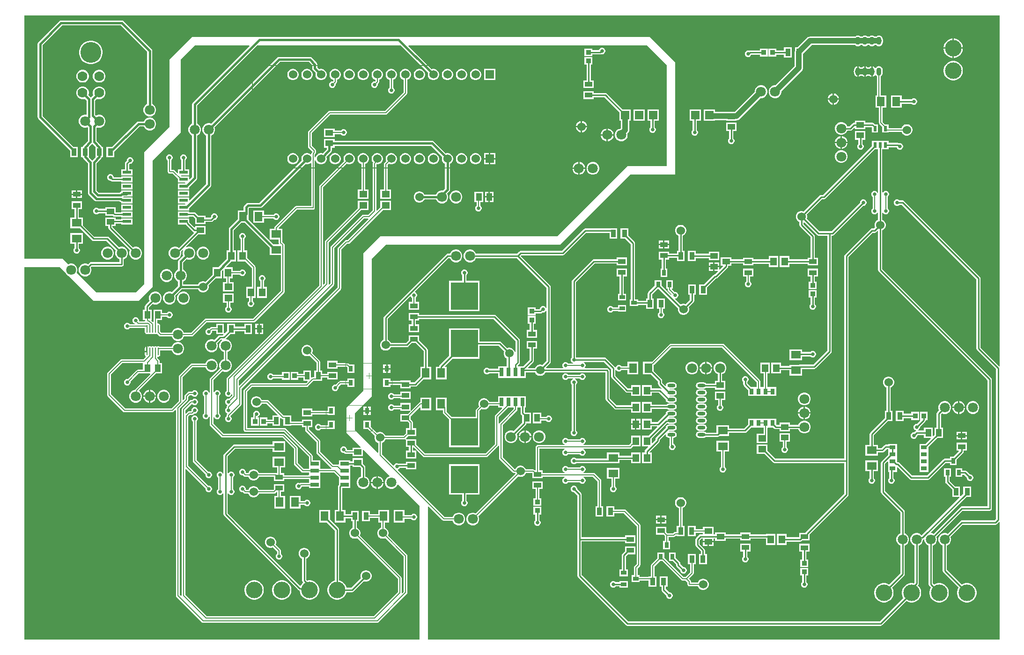
<source format=gtl>
G04*
G04 #@! TF.GenerationSoftware,Altium Limited,Altium Designer,22.8.2 (66)*
G04*
G04 Layer_Physical_Order=1*
G04 Layer_Color=255*
%FSLAX25Y25*%
%MOIN*%
G70*
G04*
G04 #@! TF.SameCoordinates,BEF1E4EC-90C0-4ACD-898C-557356F843F1*
G04*
G04*
G04 #@! TF.FilePolarity,Positive*
G04*
G01*
G75*
%ADD14C,0.01000*%
%ADD16C,0.00500*%
%ADD17C,0.00600*%
%ADD19C,0.00197*%
%ADD20C,0.00394*%
%ADD21R,0.05709X0.04724*%
%ADD22R,0.04134X0.05512*%
%ADD23O,0.00984X0.05512*%
%ADD24R,0.05906X0.02362*%
%ADD25C,0.06000*%
%ADD26R,0.03543X0.05315*%
%ADD27R,0.06890X0.05709*%
%ADD28R,0.05315X0.03543*%
%ADD29R,0.04724X0.05709*%
%ADD30R,0.05709X0.06890*%
%ADD31R,0.05512X0.04134*%
%ADD32R,0.02992X0.04331*%
%ADD33O,0.05709X0.02362*%
%ADD34R,0.03937X0.02756*%
%ADD35R,0.05512X0.03937*%
%ADD36R,0.02756X0.03937*%
%ADD37R,0.03740X0.03543*%
%ADD38R,0.03150X0.03937*%
%ADD39R,0.06102X0.02559*%
%ADD40R,0.02559X0.06102*%
%ADD41R,0.03543X0.03740*%
%ADD42R,0.19685X0.19685*%
%ADD43O,0.03347X0.05709*%
%ADD44R,0.02362X0.03937*%
%ADD45R,0.04331X0.02992*%
%ADD79C,0.04000*%
%ADD80C,0.01500*%
%ADD81C,0.07087*%
%ADD82C,0.06024*%
%ADD83R,0.06024X0.06024*%
%ADD84C,0.07000*%
%ADD85C,0.14800*%
%ADD86C,0.11811*%
%ADD87R,0.06000X0.06000*%
%ADD88C,0.02500*%
G36*
X460000Y412000D02*
Y340000D01*
X432000D01*
X382000Y290000D01*
X256000D01*
X244000Y278000D01*
Y180000D01*
X232000Y168000D01*
Y150000D01*
X242194Y139806D01*
X242003Y139344D01*
X236244D01*
Y137603D01*
X232272D01*
X232250Y137625D01*
Y138448D01*
X231908Y139275D01*
X231275Y139908D01*
X230448Y140250D01*
X229552D01*
X228726Y139908D01*
X228093Y139275D01*
X227750Y138448D01*
Y137552D01*
X228093Y136725D01*
X228726Y136092D01*
X229552Y135750D01*
X230376D01*
X230786Y135340D01*
X231216Y135053D01*
X231723Y134952D01*
X236244D01*
Y133210D01*
X243756D01*
Y137591D01*
X244218Y137782D01*
X262668Y119332D01*
X262539Y118849D01*
X262246Y118771D01*
X261210Y118173D01*
X260365Y117327D01*
X259766Y116291D01*
X259457Y115135D01*
Y113939D01*
X259766Y112783D01*
X260365Y111747D01*
X261210Y110901D01*
X262246Y110303D01*
X263402Y109994D01*
X264598D01*
X265754Y110303D01*
X266790Y110901D01*
X267635Y111747D01*
X268234Y112783D01*
X268312Y113076D01*
X268795Y113205D01*
X284000Y98000D01*
Y2774D01*
X2774D01*
Y268000D01*
X28000D01*
X31784Y264216D01*
X32364Y263210D01*
X33210Y262365D01*
X34216Y261784D01*
X52000Y244000D01*
X84000D01*
X94000Y254000D01*
Y344000D01*
X114000Y364000D01*
Y416000D01*
X124000Y426000D01*
X162823D01*
X163015Y425538D01*
X122738Y385262D01*
X122352Y384683D01*
X122216Y384000D01*
Y370216D01*
X121210Y369636D01*
X120364Y368790D01*
X119766Y367754D01*
X119457Y366598D01*
Y365402D01*
X119766Y364246D01*
X120364Y363210D01*
X121210Y362365D01*
X122216Y361784D01*
Y332310D01*
X120572Y330666D01*
X120110Y330858D01*
Y332681D01*
X114372D01*
X114273Y332819D01*
X114530Y333319D01*
X120110D01*
Y337681D01*
X117529D01*
Y344347D01*
X117908Y344725D01*
X118250Y345552D01*
Y346448D01*
X117908Y347274D01*
X117274Y347907D01*
X116448Y348250D01*
X115552D01*
X114725Y347907D01*
X114093Y347274D01*
X113750Y346448D01*
Y345552D01*
X114093Y344725D01*
X114471Y344347D01*
Y337681D01*
X112205D01*
Y335209D01*
X111743Y335017D01*
X109823Y336937D01*
X109393Y337225D01*
X108886Y337326D01*
X107325D01*
Y344144D01*
X107907Y344725D01*
X108250Y345552D01*
Y346448D01*
X107907Y347274D01*
X107274Y347907D01*
X106448Y348250D01*
X105552D01*
X104726Y347907D01*
X104093Y347274D01*
X103750Y346448D01*
Y345552D01*
X104093Y344725D01*
X104674Y344144D01*
Y336351D01*
X104775Y335844D01*
X105063Y335414D01*
X105414Y335063D01*
X105844Y334775D01*
X106351Y334675D01*
X108337D01*
X112205Y330807D01*
Y328319D01*
X117136D01*
X117393Y327819D01*
X117294Y327681D01*
X112205D01*
Y323319D01*
X120110D01*
Y325158D01*
X125262Y330309D01*
X125262Y330309D01*
X125648Y330888D01*
X125784Y331571D01*
Y361784D01*
X126790Y362365D01*
X127636Y363210D01*
X128234Y364246D01*
X128543Y365402D01*
Y366598D01*
X128234Y367754D01*
X127636Y368790D01*
X126790Y369636D01*
X125784Y370216D01*
Y383261D01*
X168523Y426000D01*
X270673D01*
X290128Y406545D01*
X289925Y405788D01*
Y404732D01*
X290199Y403711D01*
X290727Y402797D01*
X291474Y402050D01*
X292389Y401521D01*
X293409Y401248D01*
X294465D01*
X295485Y401521D01*
X296400Y402050D01*
X297147Y402797D01*
X297675Y403711D01*
X297949Y404732D01*
Y405788D01*
X297675Y406808D01*
X297147Y407723D01*
X296400Y408470D01*
X295485Y408998D01*
X294465Y409272D01*
X293409D01*
X292652Y409069D01*
X276182Y425538D01*
X276374Y426000D01*
X446000D01*
X460000Y412000D01*
D02*
G37*
G36*
X697226Y197644D02*
X696726Y197437D01*
X683529Y210633D01*
Y260000D01*
X683413Y260585D01*
X683081Y261081D01*
X629081Y315081D01*
X628585Y315413D01*
X628000Y315529D01*
X625653D01*
X625275Y315908D01*
X624447Y316250D01*
X623553D01*
X622725Y315908D01*
X622092Y315275D01*
X621750Y314448D01*
Y313552D01*
X622092Y312725D01*
X622725Y312092D01*
X623553Y311750D01*
X624447D01*
X625275Y312092D01*
X625653Y312471D01*
X627366D01*
X680471Y259366D01*
Y210000D01*
X680587Y209415D01*
X680919Y208919D01*
X694471Y195367D01*
Y88634D01*
X693366Y87529D01*
X670000D01*
X669415Y87413D01*
X668919Y87081D01*
X659955Y78118D01*
X659754Y78234D01*
X658598Y78543D01*
X657402D01*
X656246Y78234D01*
X655210Y77636D01*
X654364Y76790D01*
X653766Y75754D01*
X653457Y74598D01*
Y73402D01*
X653766Y72246D01*
X654364Y71210D01*
X655210Y70364D01*
X656246Y69766D01*
X656471Y69706D01*
Y51685D01*
X656587Y51100D01*
X656919Y50604D01*
X667840Y39682D01*
X667565Y39271D01*
X667045Y38014D01*
X666780Y36680D01*
Y35320D01*
X667045Y33986D01*
X667565Y32729D01*
X668321Y31598D01*
X669283Y30636D01*
X670414Y29880D01*
X671671Y29360D01*
X673005Y29094D01*
X674365D01*
X675699Y29360D01*
X676956Y29880D01*
X678087Y30636D01*
X679049Y31598D01*
X679805Y32729D01*
X680325Y33986D01*
X680590Y35320D01*
Y36680D01*
X680325Y38014D01*
X679805Y39271D01*
X679049Y40402D01*
X678087Y41364D01*
X676956Y42120D01*
X675699Y42640D01*
X674365Y42906D01*
X673005D01*
X671671Y42640D01*
X670414Y42120D01*
X670003Y41845D01*
X659529Y52319D01*
Y69706D01*
X659754Y69766D01*
X660790Y70364D01*
X661635Y71210D01*
X662234Y72246D01*
X662543Y73402D01*
Y74598D01*
X662234Y75754D01*
X662118Y75955D01*
X670634Y84471D01*
X694000D01*
X694585Y84587D01*
X695081Y84919D01*
X696726Y86563D01*
X697226Y86356D01*
X697226Y2774D01*
X290000D01*
Y97472D01*
X290462Y97664D01*
X300526Y87600D01*
X300956Y87312D01*
X301463Y87212D01*
X307652D01*
X307766Y86783D01*
X308365Y85747D01*
X309210Y84901D01*
X310246Y84303D01*
X311402Y83994D01*
X312598D01*
X313754Y84303D01*
X314790Y84901D01*
X315635Y85747D01*
X316234Y86783D01*
X316543Y87939D01*
Y89135D01*
X316234Y90291D01*
X315635Y91327D01*
X314790Y92173D01*
X313754Y92771D01*
X312598Y93080D01*
X311402D01*
X310246Y92771D01*
X309210Y92173D01*
X308365Y91327D01*
X307766Y90291D01*
X307652Y89863D01*
X302012D01*
X268586Y123288D01*
X268719Y123863D01*
X269274Y124092D01*
X269907Y124725D01*
X270050Y125071D01*
X274342D01*
Y123828D01*
X281658D01*
Y129372D01*
X274342D01*
Y128129D01*
X269006D01*
X268825Y128094D01*
X268448Y128250D01*
X267552D01*
X266725Y127908D01*
X266092Y127275D01*
X265862Y126719D01*
X265288Y126586D01*
X257326Y134549D01*
Y142751D01*
X257544Y142810D01*
X258456Y143336D01*
X259201Y144081D01*
X259727Y144993D01*
X259786Y145212D01*
X273177D01*
X273684Y145312D01*
X273869Y145436D01*
X274342Y145151D01*
X274342Y144976D01*
Y139828D01*
X276471D01*
Y137246D01*
X274342D01*
Y131702D01*
X281658D01*
Y137246D01*
X279529D01*
Y139375D01*
X280029Y139582D01*
X286549Y133063D01*
X286979Y132775D01*
X287486Y132675D01*
X331648D01*
X332156Y132775D01*
X332586Y133063D01*
X340022Y140499D01*
X340175Y140727D01*
X340674Y140576D01*
Y132000D01*
X340775Y131493D01*
X341063Y131063D01*
X350526Y121600D01*
X350956Y121312D01*
X351463Y121212D01*
X352179D01*
X352361Y120772D01*
X324137Y92549D01*
X323754Y92771D01*
X322598Y93080D01*
X321402D01*
X320246Y92771D01*
X319210Y92173D01*
X318365Y91327D01*
X317766Y90291D01*
X317457Y89135D01*
Y87939D01*
X317766Y86783D01*
X318365Y85747D01*
X319210Y84901D01*
X320246Y84303D01*
X321402Y83994D01*
X322598D01*
X323754Y84303D01*
X324790Y84901D01*
X325636Y85747D01*
X326234Y86783D01*
X326543Y87939D01*
Y89135D01*
X326234Y90291D01*
X326012Y90675D01*
X354260Y118923D01*
X354456Y118810D01*
X355473Y118537D01*
X356527D01*
X357544Y118810D01*
X358456Y119336D01*
X359201Y120081D01*
X359727Y120993D01*
X359786Y121212D01*
X364342D01*
Y117702D01*
X371657D01*
Y118675D01*
X387271D01*
X387370Y118175D01*
X386725Y117908D01*
X386092Y117274D01*
X385750Y116448D01*
Y115552D01*
X386092Y114725D01*
X386725Y114093D01*
X387552Y113750D01*
X388448D01*
X389275Y114093D01*
X389857Y114674D01*
X398144D01*
X398726Y114093D01*
X399552Y113750D01*
X400448D01*
X401274Y114093D01*
X401907Y114725D01*
X402250Y115552D01*
Y116448D01*
X401907Y117274D01*
X401274Y117908D01*
X400630Y118175D01*
X400729Y118675D01*
X407451D01*
X410738Y115388D01*
Y97658D01*
X409291D01*
Y90342D01*
X414835D01*
Y97658D01*
X413388D01*
Y115937D01*
X413288Y116444D01*
X413000Y116874D01*
X408937Y120937D01*
X408507Y121225D01*
X408000Y121326D01*
X400729D01*
X400630Y121826D01*
X401274Y122092D01*
X401907Y122725D01*
X402250Y123552D01*
Y124448D01*
X401907Y125275D01*
X401274Y125908D01*
X400448Y126250D01*
X399552D01*
X398726Y125908D01*
X398144Y125326D01*
X389857D01*
X389275Y125908D01*
X388448Y126250D01*
X387552D01*
X386725Y125908D01*
X386092Y125275D01*
X385750Y124448D01*
Y123552D01*
X386092Y122725D01*
X386725Y122092D01*
X387370Y121826D01*
X387271Y121326D01*
X371657D01*
Y123246D01*
X369325D01*
Y138674D01*
X387271D01*
X387370Y138174D01*
X386725Y137908D01*
X386092Y137275D01*
X385750Y136448D01*
Y135552D01*
X386092Y134725D01*
X386725Y134092D01*
X387552Y133750D01*
X388448D01*
X389275Y134092D01*
X389857Y134675D01*
X398144D01*
X398726Y134092D01*
X399552Y133750D01*
X400448D01*
X401274Y134092D01*
X401907Y134725D01*
X402250Y135552D01*
Y136448D01*
X401907Y137275D01*
X401274Y137908D01*
X400630Y138174D01*
X400729Y138674D01*
X433937D01*
X434444Y138775D01*
X434874Y139063D01*
X436072Y140260D01*
X436129Y140272D01*
X441425D01*
Y147980D01*
X434701D01*
Y142595D01*
X434571Y142509D01*
X433388Y141325D01*
X400729D01*
X400630Y141825D01*
X401274Y142093D01*
X401907Y142726D01*
X402250Y143552D01*
Y144448D01*
X401907Y145274D01*
X401274Y145907D01*
X400448Y146250D01*
X399552D01*
X398726Y145907D01*
X398144Y145326D01*
X389857D01*
X389275Y145907D01*
X388448Y146250D01*
X387552D01*
X386725Y145907D01*
X386092Y145274D01*
X385750Y144448D01*
Y143552D01*
X386092Y142726D01*
X386725Y142093D01*
X387370Y141825D01*
X387271Y141325D01*
X368352D01*
X367844Y141225D01*
X367414Y140937D01*
X367063Y140586D01*
X366775Y140156D01*
X366674Y139648D01*
Y123348D01*
X366175Y123288D01*
X365988Y123474D01*
X365558Y123762D01*
X365051Y123863D01*
X359786D01*
X359727Y124081D01*
X359201Y124993D01*
X358456Y125738D01*
X357544Y126264D01*
X356527Y126537D01*
X355473D01*
X354456Y126264D01*
X353544Y125738D01*
X352799Y124993D01*
X352356Y124225D01*
X351920Y124102D01*
X351763Y124111D01*
X343325Y132549D01*
Y155451D01*
X353437Y165563D01*
X353725Y165993D01*
X353825Y166500D01*
Y167856D01*
X354720D01*
X354780Y167856D01*
X355221D01*
X355279Y167856D01*
X355971D01*
Y163986D01*
X356087Y163401D01*
X356419Y162904D01*
X357193Y162130D01*
Y159118D01*
X357164Y158970D01*
Y157263D01*
X351155Y151255D01*
X350954Y151371D01*
X349798Y151680D01*
X348602D01*
X347446Y151371D01*
X346410Y150773D01*
X345565Y149927D01*
X344966Y148891D01*
X344657Y147735D01*
Y146539D01*
X344966Y145383D01*
X345565Y144347D01*
X346410Y143501D01*
X347446Y142903D01*
X348602Y142594D01*
X349798D01*
X350954Y142903D01*
X351990Y143501D01*
X352835Y144347D01*
X353434Y145383D01*
X353743Y146539D01*
Y147735D01*
X353434Y148891D01*
X353318Y149092D01*
X359774Y155549D01*
X360106Y156045D01*
X360222Y156630D01*
Y156781D01*
X363327D01*
Y164293D01*
X359356D01*
X359029Y164619D01*
Y167856D01*
X359780D01*
Y175958D01*
X355279D01*
X355221Y175958D01*
X354780D01*
X354720Y175958D01*
X350279D01*
X350220Y175958D01*
X349780D01*
X349721Y175958D01*
X345280D01*
X345220Y175958D01*
Y175958D01*
X344779D01*
Y175958D01*
X340220D01*
Y171862D01*
X333786D01*
X333727Y172081D01*
X333201Y172993D01*
X332456Y173738D01*
X331544Y174264D01*
X330527Y174537D01*
X329473D01*
X328456Y174264D01*
X327544Y173738D01*
X326799Y172993D01*
X326273Y172081D01*
X326000Y171064D01*
Y170010D01*
X326273Y168993D01*
X326386Y168797D01*
X324605Y167017D01*
X324318Y166587D01*
X324217Y166079D01*
Y161380D01*
X307032D01*
X303392Y165020D01*
Y167983D01*
X303366Y168111D01*
Y174982D01*
X295657D01*
Y166092D01*
X300741D01*
Y164471D01*
X300842Y163964D01*
X301129Y163534D01*
X305157Y159505D01*
Y139694D01*
X326842D01*
Y159951D01*
X326868Y160080D01*
Y165531D01*
X328260Y166923D01*
X328456Y166810D01*
X329473Y166537D01*
X330527D01*
X331544Y166810D01*
X332456Y167336D01*
X333201Y168081D01*
X333727Y168993D01*
X333786Y169211D01*
X340220D01*
Y167856D01*
X342693D01*
X342884Y167394D01*
X338147Y162657D01*
X337860Y162227D01*
X337759Y161720D01*
Y141985D01*
X331100Y135326D01*
X288035D01*
X281658Y141703D01*
Y145372D01*
X274754D01*
X274593Y145372D01*
X274386Y145872D01*
X276217Y147702D01*
X281658D01*
Y153246D01*
X279326D01*
Y157486D01*
X279225Y157993D01*
X278937Y158423D01*
X277658Y159703D01*
Y161497D01*
X281483Y165323D01*
X281662Y165591D01*
X284172Y168101D01*
X284634Y167909D01*
Y166092D01*
X292342D01*
Y174982D01*
X284634D01*
Y171843D01*
X284227Y171762D01*
X283797Y171474D01*
X279608Y167286D01*
X279429Y167018D01*
X278157Y165746D01*
X277658Y165953D01*
X277658Y166098D01*
Y171246D01*
X270342D01*
Y169325D01*
X265857D01*
X265275Y169907D01*
X264448Y170250D01*
X263552D01*
X262725Y169907D01*
X262092Y169274D01*
X261750Y168448D01*
Y167552D01*
X262092Y166726D01*
X262725Y166093D01*
X263552Y165750D01*
X264448D01*
X265275Y166093D01*
X265857Y166674D01*
X270342D01*
Y165702D01*
X277255D01*
X277407Y165702D01*
X277614Y165202D01*
X275783Y163372D01*
X270342D01*
Y157828D01*
X275783D01*
X276675Y156937D01*
Y153246D01*
X274342D01*
Y149577D01*
X272628Y147863D01*
X259786D01*
X259727Y148081D01*
X259201Y148993D01*
X258456Y149738D01*
X257544Y150264D01*
X256527Y150537D01*
X255473D01*
X254456Y150264D01*
X253881Y149932D01*
X249370Y154443D01*
Y158505D01*
X244220D01*
Y152568D01*
X247496D01*
X252211Y147853D01*
X252000Y147064D01*
Y146010D01*
X252273Y144993D01*
X252799Y144081D01*
X253544Y143336D01*
X254456Y142810D01*
X254675Y142751D01*
Y135979D01*
X254213Y135787D01*
X238000Y152000D01*
Y164000D01*
X250000Y176000D01*
Y274000D01*
X260000Y284000D01*
X384000D01*
X434000Y334000D01*
X466000D01*
Y414000D01*
X448000Y432000D01*
X122000D01*
X106000Y416000D01*
Y368000D01*
X88000Y350000D01*
Y256000D01*
X82000Y250000D01*
X54000D01*
X40058Y263942D01*
X40234Y264246D01*
X40543Y265402D01*
Y266598D01*
X40234Y267754D01*
X39636Y268790D01*
X38790Y269636D01*
X37754Y270234D01*
X36598Y270543D01*
X35402D01*
X34246Y270234D01*
X33942Y270058D01*
X30000Y274000D01*
X2774D01*
Y447226D01*
X697226D01*
X697226Y197644D01*
D02*
G37*
G36*
X351174Y167049D02*
X341063Y156937D01*
X340910Y156709D01*
X340410Y156860D01*
Y161171D01*
X347095Y167856D01*
X349721D01*
X349780Y167856D01*
X350220D01*
X350279Y167856D01*
X351174D01*
Y167049D01*
D02*
G37*
%LPC*%
G36*
X414447Y424250D02*
X413553D01*
X412725Y423908D01*
X412092Y423275D01*
X411805Y422581D01*
X407170D01*
Y423823D01*
X401430D01*
Y418280D01*
X407170D01*
Y419522D01*
X412645D01*
X413231Y419638D01*
X413457Y419790D01*
X413553Y419750D01*
X414447D01*
X415274Y420092D01*
X415907Y420725D01*
X416250Y421553D01*
Y422447D01*
X415907Y423275D01*
X415274Y423908D01*
X414447Y424250D01*
D02*
G37*
G36*
X337949Y409272D02*
X329925D01*
Y401248D01*
X337949D01*
Y409272D01*
D02*
G37*
G36*
X324465D02*
X323409D01*
X322389Y408998D01*
X321474Y408470D01*
X320727Y407723D01*
X320199Y406808D01*
X319925Y405788D01*
Y404732D01*
X320199Y403711D01*
X320727Y402797D01*
X321474Y402050D01*
X322389Y401521D01*
X323409Y401248D01*
X324465D01*
X325485Y401521D01*
X326400Y402050D01*
X327147Y402797D01*
X327675Y403711D01*
X327949Y404732D01*
Y405788D01*
X327675Y406808D01*
X327147Y407723D01*
X326400Y408470D01*
X325485Y408998D01*
X324465Y409272D01*
D02*
G37*
G36*
X314465D02*
X313409D01*
X312388Y408998D01*
X311474Y408470D01*
X310727Y407723D01*
X310199Y406808D01*
X309925Y405788D01*
Y404732D01*
X310199Y403711D01*
X310727Y402797D01*
X311474Y402050D01*
X312388Y401521D01*
X313409Y401248D01*
X314465D01*
X315486Y401521D01*
X316400Y402050D01*
X317147Y402797D01*
X317675Y403711D01*
X317949Y404732D01*
Y405788D01*
X317675Y406808D01*
X317147Y407723D01*
X316400Y408470D01*
X315486Y408998D01*
X314465Y409272D01*
D02*
G37*
G36*
X304465D02*
X303409D01*
X302389Y408998D01*
X301474Y408470D01*
X300727Y407723D01*
X300199Y406808D01*
X299925Y405788D01*
Y404732D01*
X300199Y403711D01*
X300727Y402797D01*
X301474Y402050D01*
X302389Y401521D01*
X303409Y401248D01*
X304465D01*
X305486Y401521D01*
X306400Y402050D01*
X307147Y402797D01*
X307675Y403711D01*
X307949Y404732D01*
Y405788D01*
X307675Y406808D01*
X307147Y407723D01*
X306400Y408470D01*
X305486Y408998D01*
X304465Y409272D01*
D02*
G37*
G36*
X284465D02*
X283409D01*
X282388Y408998D01*
X281474Y408470D01*
X280727Y407723D01*
X280199Y406808D01*
X279925Y405788D01*
Y404732D01*
X280199Y403711D01*
X280727Y402797D01*
X281474Y402050D01*
X282388Y401521D01*
X283409Y401248D01*
X284465D01*
X285486Y401521D01*
X286400Y402050D01*
X287147Y402797D01*
X287675Y403711D01*
X287949Y404732D01*
Y405788D01*
X287675Y406808D01*
X287147Y407723D01*
X286400Y408470D01*
X285486Y408998D01*
X284465Y409272D01*
D02*
G37*
G36*
X244465D02*
X243409D01*
X242389Y408998D01*
X241474Y408470D01*
X240727Y407723D01*
X240199Y406808D01*
X239925Y405788D01*
Y404732D01*
X240199Y403711D01*
X240727Y402797D01*
X241474Y402050D01*
X242389Y401521D01*
X243409Y401248D01*
X244465D01*
X245485Y401521D01*
X246400Y402050D01*
X247147Y402797D01*
X247675Y403711D01*
X247949Y404732D01*
Y405788D01*
X247675Y406808D01*
X247147Y407723D01*
X246400Y408470D01*
X245485Y408998D01*
X244465Y409272D01*
D02*
G37*
G36*
X234465D02*
X233409D01*
X232388Y408998D01*
X231474Y408470D01*
X230727Y407723D01*
X230199Y406808D01*
X229925Y405788D01*
Y404732D01*
X230199Y403711D01*
X230727Y402797D01*
X231474Y402050D01*
X232388Y401521D01*
X233409Y401248D01*
X234465D01*
X235486Y401521D01*
X236400Y402050D01*
X237147Y402797D01*
X237675Y403711D01*
X237949Y404732D01*
Y405788D01*
X237675Y406808D01*
X237147Y407723D01*
X236400Y408470D01*
X235486Y408998D01*
X234465Y409272D01*
D02*
G37*
G36*
X184000Y417784D02*
X183317Y417649D01*
X182738Y417262D01*
X135720Y370243D01*
X134598Y370543D01*
X133402D01*
X132246Y370234D01*
X131210Y369636D01*
X130365Y368790D01*
X129766Y367754D01*
X129457Y366598D01*
Y365402D01*
X129766Y364246D01*
X130365Y363210D01*
X131210Y362365D01*
X132216Y361784D01*
Y327310D01*
X120572Y315666D01*
X120110Y315858D01*
Y317681D01*
X112205D01*
Y313319D01*
X117136D01*
X117393Y312819D01*
X117294Y312681D01*
X112205D01*
Y308319D01*
X120110D01*
Y310158D01*
X135262Y325309D01*
X135649Y325888D01*
X135784Y326571D01*
X135784Y326571D01*
Y361784D01*
X136790Y362365D01*
X137636Y363210D01*
X138234Y364246D01*
X138543Y365402D01*
Y366598D01*
X138243Y367720D01*
X184739Y414216D01*
X205261D01*
X207751Y411725D01*
Y409661D01*
X207887Y408978D01*
X208274Y408399D01*
X210128Y406545D01*
X209925Y405788D01*
Y404732D01*
X210199Y403711D01*
X210727Y402797D01*
X211474Y402050D01*
X212388Y401521D01*
X213409Y401248D01*
X214465D01*
X215486Y401521D01*
X216400Y402050D01*
X217147Y402797D01*
X217675Y403711D01*
X217949Y404732D01*
Y405788D01*
X217675Y406808D01*
X217147Y407723D01*
X216400Y408470D01*
X215486Y408998D01*
X214465Y409272D01*
X213409D01*
X212651Y409069D01*
X211320Y410400D01*
Y412464D01*
X211320Y412464D01*
X211184Y413147D01*
X210797Y413726D01*
X210797Y413726D01*
X207262Y417262D01*
X206683Y417649D01*
X206000Y417784D01*
X184000D01*
X184000Y417784D01*
D02*
G37*
G36*
X204465Y409272D02*
X203409D01*
X202389Y408998D01*
X201474Y408470D01*
X200727Y407723D01*
X200199Y406808D01*
X199925Y405788D01*
Y404732D01*
X200199Y403711D01*
X200727Y402797D01*
X201474Y402050D01*
X202389Y401521D01*
X203409Y401248D01*
X204465D01*
X205486Y401521D01*
X206400Y402050D01*
X207147Y402797D01*
X207675Y403711D01*
X207949Y404732D01*
Y405788D01*
X207675Y406808D01*
X207147Y407723D01*
X206400Y408470D01*
X205486Y408998D01*
X204465Y409272D01*
D02*
G37*
G36*
X194465D02*
X193409D01*
X192388Y408998D01*
X191474Y408470D01*
X190727Y407723D01*
X190199Y406808D01*
X189925Y405788D01*
Y404732D01*
X190199Y403711D01*
X190727Y402797D01*
X191474Y402050D01*
X192388Y401521D01*
X193409Y401248D01*
X194465D01*
X195485Y401521D01*
X196400Y402050D01*
X197147Y402797D01*
X197675Y403711D01*
X197949Y404732D01*
Y405788D01*
X197675Y406808D01*
X197147Y407723D01*
X196400Y408470D01*
X195485Y408998D01*
X194465Y409272D01*
D02*
G37*
G36*
X254465D02*
X253409D01*
X252389Y408998D01*
X251474Y408470D01*
X250727Y407723D01*
X250199Y406808D01*
X249925Y405788D01*
Y404732D01*
X250199Y403711D01*
X250727Y402797D01*
X251474Y402050D01*
X252389Y401521D01*
X252611Y401462D01*
Y400486D01*
X252376Y400250D01*
X251552D01*
X250726Y399907D01*
X250093Y399274D01*
X249750Y398448D01*
Y397552D01*
X250093Y396726D01*
X250726Y396093D01*
X251552Y395750D01*
X252448D01*
X253274Y396093D01*
X253907Y396726D01*
X254250Y397552D01*
Y398376D01*
X254874Y399000D01*
X255162Y399430D01*
X255262Y399937D01*
Y401462D01*
X255486Y401521D01*
X256400Y402050D01*
X257147Y402797D01*
X257675Y403711D01*
X257949Y404732D01*
Y405788D01*
X257675Y406808D01*
X257147Y407723D01*
X256400Y408470D01*
X255486Y408998D01*
X254465Y409272D01*
D02*
G37*
G36*
X224465D02*
X223409D01*
X222389Y408998D01*
X221474Y408470D01*
X220727Y407723D01*
X220199Y406808D01*
X219925Y405788D01*
Y404732D01*
X220199Y403711D01*
X220727Y402797D01*
X221474Y402050D01*
X222389Y401521D01*
X222611Y401462D01*
Y400486D01*
X222375Y400250D01*
X221552D01*
X220725Y399907D01*
X220093Y399274D01*
X219750Y398448D01*
Y397552D01*
X220093Y396726D01*
X220725Y396093D01*
X221552Y395750D01*
X222448D01*
X223274Y396093D01*
X223907Y396726D01*
X224250Y397552D01*
Y398376D01*
X224874Y399000D01*
X225162Y399430D01*
X225262Y399937D01*
Y401462D01*
X225485Y401521D01*
X226400Y402050D01*
X227147Y402797D01*
X227675Y403711D01*
X227949Y404732D01*
Y405788D01*
X227675Y406808D01*
X227147Y407723D01*
X226400Y408470D01*
X225485Y408998D01*
X224465Y409272D01*
D02*
G37*
G36*
X407170Y417721D02*
X401430D01*
Y412177D01*
X402971D01*
Y401158D01*
X400843D01*
Y395614D01*
X408157D01*
Y401158D01*
X406029D01*
Y412177D01*
X407170D01*
Y417721D01*
D02*
G37*
G36*
X264465Y409272D02*
X263409D01*
X262388Y408998D01*
X261474Y408470D01*
X260727Y407723D01*
X260199Y406808D01*
X259925Y405788D01*
Y404732D01*
X260199Y403711D01*
X260727Y402797D01*
X261474Y402050D01*
X262388Y401521D01*
X262643Y401453D01*
Y395825D01*
X262092Y395274D01*
X261750Y394448D01*
Y393552D01*
X262092Y392725D01*
X262725Y392092D01*
X263552Y391750D01*
X264448D01*
X265275Y392092D01*
X265908Y392725D01*
X266250Y393552D01*
Y394448D01*
X265908Y395274D01*
X265294Y395888D01*
Y401470D01*
X265486Y401521D01*
X266400Y402050D01*
X267147Y402797D01*
X267675Y403711D01*
X267949Y404732D01*
Y405788D01*
X267675Y406808D01*
X267147Y407723D01*
X266400Y408470D01*
X265486Y408998D01*
X264465Y409272D01*
D02*
G37*
G36*
X444401Y380438D02*
X436401D01*
Y372438D01*
X444401D01*
Y380438D01*
D02*
G37*
G36*
X399927Y372100D02*
X399900D01*
Y368600D01*
X403400D01*
Y368627D01*
X403127Y369644D01*
X402601Y370556D01*
X401856Y371301D01*
X400944Y371827D01*
X399927Y372100D01*
D02*
G37*
G36*
X398900D02*
X398873D01*
X397856Y371827D01*
X396944Y371301D01*
X396199Y370556D01*
X395673Y369644D01*
X395400Y368627D01*
Y368600D01*
X398900D01*
Y372100D01*
D02*
G37*
G36*
X403400Y367600D02*
X399900D01*
Y364100D01*
X399927D01*
X400944Y364373D01*
X401856Y364899D01*
X402601Y365644D01*
X403127Y366556D01*
X403400Y367573D01*
Y367600D01*
D02*
G37*
G36*
X398900D02*
X395400D01*
Y367573D01*
X395673Y366556D01*
X396199Y365644D01*
X396944Y364899D01*
X397856Y364373D01*
X398873Y364100D01*
X398900D01*
Y367600D01*
D02*
G37*
G36*
X454401Y380438D02*
X446401D01*
Y372438D01*
X448471D01*
Y367653D01*
X448093Y367274D01*
X447750Y366448D01*
Y365552D01*
X448093Y364725D01*
X448726Y364092D01*
X449552Y363750D01*
X450448D01*
X451274Y364092D01*
X451907Y364725D01*
X452250Y365552D01*
Y366448D01*
X451907Y367274D01*
X451529Y367653D01*
Y372438D01*
X454401D01*
Y380438D01*
D02*
G37*
G36*
X418298Y366743D02*
X418200D01*
Y362700D01*
X422243D01*
Y362798D01*
X421934Y363954D01*
X421336Y364990D01*
X420490Y365835D01*
X419454Y366434D01*
X418298Y366743D01*
D02*
G37*
G36*
X417200D02*
X417102D01*
X415946Y366434D01*
X414910Y365835D01*
X414065Y364990D01*
X413466Y363954D01*
X413157Y362798D01*
Y362700D01*
X417200D01*
Y366743D01*
D02*
G37*
G36*
X223594Y366709D02*
X216083D01*
Y360575D01*
X223594D01*
Y362674D01*
X228144D01*
X228726Y362092D01*
X229552Y361750D01*
X230448D01*
X231275Y362092D01*
X231908Y362725D01*
X232250Y363552D01*
Y364448D01*
X231908Y365275D01*
X231275Y365908D01*
X230448Y366250D01*
X229552D01*
X228726Y365908D01*
X228144Y365325D01*
X223594D01*
Y366709D01*
D02*
G37*
G36*
X408157Y393284D02*
X400843D01*
Y387740D01*
X408157D01*
Y388982D01*
X415693D01*
X426401Y378275D01*
Y372438D01*
X427375D01*
Y366989D01*
X427129Y366743D01*
X427102D01*
X425946Y366434D01*
X424910Y365835D01*
X424064Y364990D01*
X423466Y363954D01*
X423157Y362798D01*
Y361602D01*
X423466Y360446D01*
X424064Y359410D01*
X424910Y358564D01*
X425946Y357966D01*
X427102Y357657D01*
X428298D01*
X429454Y357966D01*
X430490Y358564D01*
X431335Y359410D01*
X431934Y360446D01*
X432243Y361602D01*
Y362798D01*
X432137Y363193D01*
X432540Y363596D01*
X432540Y363596D01*
X433021Y364223D01*
X433324Y364953D01*
X433427Y365736D01*
Y372438D01*
X434401D01*
Y380438D01*
X428564D01*
X417408Y391593D01*
X416912Y391925D01*
X416327Y392041D01*
X408157D01*
Y393284D01*
D02*
G37*
G36*
X422243Y361700D02*
X418200D01*
Y357657D01*
X418298D01*
X419454Y357966D01*
X420490Y358564D01*
X421336Y359410D01*
X421934Y360446D01*
X422243Y361602D01*
Y361700D01*
D02*
G37*
G36*
X417200D02*
X413157D01*
Y361602D01*
X413466Y360446D01*
X414065Y359410D01*
X414910Y358564D01*
X415946Y357966D01*
X417102Y357657D01*
X417200D01*
Y361700D01*
D02*
G37*
G36*
X337949Y349272D02*
X334437D01*
Y345760D01*
X337949D01*
Y349272D01*
D02*
G37*
G36*
X333437D02*
X329925D01*
Y345760D01*
X333437D01*
Y349272D01*
D02*
G37*
G36*
X337949Y344760D02*
X334437D01*
Y341248D01*
X337949D01*
Y344760D01*
D02*
G37*
G36*
X333437D02*
X329925D01*
Y341248D01*
X333437D01*
Y344760D01*
D02*
G37*
G36*
X324465Y349272D02*
X323409D01*
X322389Y348998D01*
X321474Y348470D01*
X320727Y347723D01*
X320199Y346808D01*
X319925Y345788D01*
Y344732D01*
X320199Y343711D01*
X320727Y342796D01*
X321474Y342050D01*
X322389Y341521D01*
X323409Y341248D01*
X324465D01*
X325485Y341521D01*
X326400Y342050D01*
X327147Y342796D01*
X327675Y343711D01*
X327949Y344732D01*
Y345788D01*
X327675Y346808D01*
X327147Y347723D01*
X326400Y348470D01*
X325485Y348998D01*
X324465Y349272D01*
D02*
G37*
G36*
X314465D02*
X313409D01*
X312388Y348998D01*
X311474Y348470D01*
X310727Y347723D01*
X310199Y346808D01*
X309925Y345788D01*
Y344732D01*
X310199Y343711D01*
X310727Y342796D01*
X311474Y342050D01*
X312388Y341521D01*
X313409Y341248D01*
X314465D01*
X315486Y341521D01*
X316400Y342050D01*
X317147Y342796D01*
X317675Y343711D01*
X317949Y344732D01*
Y345788D01*
X317675Y346808D01*
X317147Y347723D01*
X316400Y348470D01*
X315486Y348998D01*
X314465Y349272D01*
D02*
G37*
G36*
X294465D02*
X293409D01*
X292389Y348998D01*
X291474Y348470D01*
X290727Y347723D01*
X290199Y346808D01*
X289925Y345788D01*
Y344732D01*
X290199Y343711D01*
X290727Y342796D01*
X291474Y342050D01*
X292389Y341521D01*
X293409Y341248D01*
X294465D01*
X295485Y341521D01*
X296400Y342050D01*
X297147Y342796D01*
X297675Y343711D01*
X297949Y344732D01*
Y345788D01*
X297675Y346808D01*
X297147Y347723D01*
X296400Y348470D01*
X295485Y348998D01*
X294465Y349272D01*
D02*
G37*
G36*
X284465D02*
X283409D01*
X282388Y348998D01*
X281474Y348470D01*
X280727Y347723D01*
X280199Y346808D01*
X279925Y345788D01*
Y344732D01*
X280199Y343711D01*
X280727Y342796D01*
X281474Y342050D01*
X282388Y341521D01*
X283409Y341248D01*
X284465D01*
X285486Y341521D01*
X286400Y342050D01*
X287147Y342796D01*
X287675Y343711D01*
X287949Y344732D01*
Y345788D01*
X287675Y346808D01*
X287147Y347723D01*
X286400Y348470D01*
X285486Y348998D01*
X284465Y349272D01*
D02*
G37*
G36*
X274465D02*
X273409D01*
X272389Y348998D01*
X271474Y348470D01*
X270727Y347723D01*
X270199Y346808D01*
X269925Y345788D01*
Y344732D01*
X270199Y343711D01*
X270727Y342796D01*
X271474Y342050D01*
X272389Y341521D01*
X273409Y341248D01*
X274465D01*
X275485Y341521D01*
X276400Y342050D01*
X277147Y342796D01*
X277675Y343711D01*
X277949Y344732D01*
Y345788D01*
X277675Y346808D01*
X277147Y347723D01*
X276400Y348470D01*
X275485Y348998D01*
X274465Y349272D01*
D02*
G37*
G36*
X264465D02*
X263409D01*
X262388Y348998D01*
X261474Y348470D01*
X260727Y347723D01*
X260199Y346808D01*
X259925Y345788D01*
Y344732D01*
X260199Y343711D01*
X260314Y343511D01*
X259063Y342260D01*
X258775Y341830D01*
X258675Y341323D01*
Y323299D01*
X256146D01*
Y316575D01*
X263854D01*
Y323299D01*
X261326D01*
Y340774D01*
X262189Y341637D01*
X262388Y341521D01*
X263409Y341248D01*
X264465D01*
X265486Y341521D01*
X266400Y342050D01*
X267147Y342796D01*
X267675Y343711D01*
X267949Y344732D01*
Y345788D01*
X267675Y346808D01*
X267147Y347723D01*
X266400Y348470D01*
X265486Y348998D01*
X264465Y349272D01*
D02*
G37*
G36*
X254465D02*
X253409D01*
X252389Y348998D01*
X251474Y348470D01*
X250727Y347723D01*
X250199Y346808D01*
X249925Y345788D01*
Y344732D01*
X250199Y343711D01*
X250727Y342796D01*
X250930Y342594D01*
X250775Y342362D01*
X250675Y341855D01*
Y308549D01*
X247451Y305326D01*
X244000D01*
X243493Y305225D01*
X243063Y304937D01*
X221063Y282937D01*
X220775Y282507D01*
X220674Y282000D01*
Y256549D01*
X219763Y255638D01*
X219302Y255884D01*
X219325Y256000D01*
X219325Y256000D01*
Y285514D01*
X242512Y308701D01*
X247854D01*
Y315425D01*
X240146D01*
Y310083D01*
X217063Y287000D01*
X216775Y286570D01*
X216674Y286063D01*
Y256549D01*
X215787Y255662D01*
X215325Y255853D01*
Y324774D01*
X232189Y341637D01*
X232388Y341521D01*
X233409Y341248D01*
X234465D01*
X235486Y341521D01*
X236400Y342050D01*
X237147Y342796D01*
X237675Y343711D01*
X237949Y344732D01*
Y345788D01*
X237675Y346808D01*
X237147Y347723D01*
X236400Y348470D01*
X235486Y348998D01*
X234465Y349272D01*
X233409D01*
X232388Y348998D01*
X231474Y348470D01*
X230727Y347723D01*
X230199Y346808D01*
X229925Y345788D01*
Y344732D01*
X230199Y343711D01*
X230314Y343511D01*
X213063Y326260D01*
X212775Y325830D01*
X212674Y325323D01*
Y254812D01*
X147063Y189200D01*
X146775Y188770D01*
X146675Y188263D01*
Y179857D01*
X146092Y179274D01*
X145750Y178448D01*
Y177552D01*
X146092Y176725D01*
X146725Y176093D01*
X147552Y175750D01*
X148448D01*
X149275Y176093D01*
X149908Y176725D01*
X150174Y177370D01*
X150674Y177271D01*
Y176549D01*
X148375Y174250D01*
X147552D01*
X146725Y173907D01*
X146092Y173275D01*
X145750Y172448D01*
Y171552D01*
X146092Y170726D01*
X146725Y170092D01*
X147099Y169938D01*
X147216Y169348D01*
X147063Y169194D01*
X146775Y168764D01*
X146675Y168257D01*
Y167857D01*
X146092Y167274D01*
X145750Y166448D01*
Y165552D01*
X146092Y164725D01*
X146725Y164093D01*
X147087Y163943D01*
X147184Y163452D01*
X147063Y163331D01*
X146775Y162901D01*
X146675Y162394D01*
Y161856D01*
X146092Y161275D01*
X145750Y160448D01*
Y159552D01*
X146092Y158726D01*
X146725Y158092D01*
X147552Y157750D01*
X148448D01*
X149275Y158092D01*
X149908Y158726D01*
X150250Y159552D01*
Y160448D01*
X149908Y161275D01*
X149331Y161851D01*
X156937Y169457D01*
X157225Y169887D01*
X157325Y170394D01*
Y181451D01*
X227937Y252063D01*
X228225Y252493D01*
X228326Y253000D01*
Y280451D01*
X232549Y284675D01*
X233445D01*
X233952Y284775D01*
X234382Y285063D01*
X258020Y308701D01*
X263854D01*
Y315425D01*
X256146D01*
Y310575D01*
X253825Y308255D01*
X253326Y308462D01*
Y341184D01*
X253409Y341248D01*
X254465D01*
X255486Y341521D01*
X256400Y342050D01*
X257147Y342796D01*
X257675Y343711D01*
X257949Y344732D01*
Y345788D01*
X257675Y346808D01*
X257147Y347723D01*
X256400Y348470D01*
X255486Y348998D01*
X254465Y349272D01*
D02*
G37*
G36*
X224465D02*
X223409D01*
X222389Y348998D01*
X221474Y348470D01*
X220727Y347723D01*
X220199Y346808D01*
X219925Y345788D01*
Y344732D01*
X220199Y343711D01*
X220727Y342796D01*
X221474Y342050D01*
X222389Y341521D01*
X223409Y341248D01*
X224465D01*
X225485Y341521D01*
X226400Y342050D01*
X227147Y342796D01*
X227675Y343711D01*
X227949Y344732D01*
Y345788D01*
X227675Y346808D01*
X227147Y347723D01*
X226400Y348470D01*
X225485Y348998D01*
X224465Y349272D01*
D02*
G37*
G36*
X194465D02*
X193409D01*
X192388Y348998D01*
X191474Y348470D01*
X190727Y347723D01*
X190199Y346808D01*
X189925Y345788D01*
Y344732D01*
X190199Y343711D01*
X190727Y342796D01*
X191474Y342050D01*
X192388Y341521D01*
X193409Y341248D01*
X194465D01*
X195485Y341521D01*
X196400Y342050D01*
X197147Y342796D01*
X197675Y343711D01*
X197949Y344732D01*
Y345788D01*
X197675Y346808D01*
X197147Y347723D01*
X196400Y348470D01*
X195485Y348998D01*
X194465Y349272D01*
D02*
G37*
G36*
X398098Y342943D02*
X398000D01*
Y338900D01*
X402043D01*
Y338998D01*
X401734Y340154D01*
X401135Y341190D01*
X400290Y342036D01*
X399254Y342634D01*
X398098Y342943D01*
D02*
G37*
G36*
X397000D02*
X396902D01*
X395746Y342634D01*
X394710Y342036D01*
X393864Y341190D01*
X393266Y340154D01*
X392957Y338998D01*
Y338900D01*
X397000D01*
Y342943D01*
D02*
G37*
G36*
X408098D02*
X406902D01*
X405746Y342634D01*
X404710Y342036D01*
X403864Y341190D01*
X403266Y340154D01*
X402957Y338998D01*
Y337802D01*
X403266Y336646D01*
X403864Y335610D01*
X404710Y334765D01*
X405746Y334166D01*
X406902Y333857D01*
X408098D01*
X409254Y334166D01*
X410290Y334765D01*
X411135Y335610D01*
X411734Y336646D01*
X412043Y337802D01*
Y338998D01*
X411734Y340154D01*
X411135Y341190D01*
X410290Y342036D01*
X409254Y342634D01*
X408098Y342943D01*
D02*
G37*
G36*
X402043Y337900D02*
X398000D01*
Y333857D01*
X398098D01*
X399254Y334166D01*
X400290Y334765D01*
X401135Y335610D01*
X401734Y336646D01*
X402043Y337802D01*
Y337900D01*
D02*
G37*
G36*
X397000D02*
X392957D01*
Y337802D01*
X393266Y336646D01*
X393864Y335610D01*
X394710Y334765D01*
X395746Y334166D01*
X396902Y333857D01*
X397000D01*
Y337900D01*
D02*
G37*
G36*
X274465Y409272D02*
X273409D01*
X272389Y408998D01*
X271474Y408470D01*
X270727Y407723D01*
X270199Y406808D01*
X269925Y405788D01*
Y404732D01*
X270199Y403711D01*
X270727Y402797D01*
X271474Y402050D01*
X272389Y401521D01*
X272611Y401462D01*
Y392486D01*
X259451Y379326D01*
X220000D01*
X219493Y379225D01*
X219063Y378937D01*
X205063Y364937D01*
X204775Y364507D01*
X204675Y364000D01*
Y354000D01*
X204775Y353493D01*
X205063Y353063D01*
X207675Y350451D01*
Y350049D01*
X207312Y349686D01*
X207024Y349256D01*
X206923Y348749D01*
Y348600D01*
X206461Y348409D01*
X206400Y348470D01*
X205486Y348998D01*
X204465Y349272D01*
X203409D01*
X202389Y348998D01*
X201474Y348470D01*
X200727Y347723D01*
X200199Y346808D01*
X199925Y345788D01*
Y344732D01*
X200128Y343974D01*
X169938Y313784D01*
X162000D01*
X162000Y313784D01*
X161317Y313649D01*
X160738Y313262D01*
X160738Y313262D01*
X159331Y311854D01*
X158944Y311275D01*
X158808Y310593D01*
Y308445D01*
X154634D01*
Y302079D01*
X148801Y296246D01*
X148415Y295667D01*
X148279Y294984D01*
Y279854D01*
X146701D01*
Y274560D01*
X146667Y274388D01*
Y273682D01*
X140839Y267854D01*
X136638D01*
Y262669D01*
X131641Y257672D01*
X131544Y257727D01*
X130527Y258000D01*
X129473D01*
X128456Y257727D01*
X127544Y257201D01*
X126799Y256456D01*
X126411Y255784D01*
X115784D01*
Y257784D01*
X116790Y258365D01*
X117636Y259210D01*
X118234Y260246D01*
X118543Y261402D01*
Y262598D01*
X118234Y263754D01*
X117636Y264790D01*
X116790Y265635D01*
X115784Y266216D01*
Y271261D01*
X118280Y273757D01*
X119402Y273457D01*
X120598D01*
X121754Y273766D01*
X122790Y274364D01*
X123635Y275210D01*
X124234Y276246D01*
X124543Y277402D01*
Y278598D01*
X124234Y279754D01*
X123635Y280790D01*
X122790Y281635D01*
X121754Y282234D01*
X120598Y282543D01*
X119402D01*
X118246Y282234D01*
X118030Y282109D01*
X117723Y282509D01*
X126407Y291193D01*
X131756D01*
Y297327D01*
X124244D01*
Y296576D01*
X123782Y296385D01*
X120110Y300057D01*
Y302681D01*
X112205D01*
Y298319D01*
X117524D01*
X117529Y298312D01*
X122663Y293178D01*
X123080Y292899D01*
X123247Y292358D01*
X112621Y281733D01*
X111754Y282234D01*
X110598Y282543D01*
X109402D01*
X108246Y282234D01*
X107210Y281635D01*
X106365Y280790D01*
X105766Y279754D01*
X105457Y278598D01*
Y277402D01*
X105766Y276246D01*
X106365Y275210D01*
X107210Y274364D01*
X108246Y273766D01*
X109402Y273457D01*
X110598D01*
X111754Y273766D01*
X112790Y274364D01*
X113636Y275210D01*
X114234Y276246D01*
X114543Y277402D01*
Y278598D01*
X114389Y279175D01*
X115491Y280277D01*
X115891Y279970D01*
X115766Y279754D01*
X115457Y278598D01*
Y277402D01*
X115757Y276280D01*
X112738Y273262D01*
X112352Y272683D01*
X112216Y272000D01*
Y266216D01*
X111210Y265635D01*
X110364Y264790D01*
X109766Y263754D01*
X109457Y262598D01*
Y261402D01*
X109766Y260246D01*
X110364Y259210D01*
X111210Y258365D01*
X112216Y257784D01*
Y254739D01*
X107720Y250243D01*
X106598Y250543D01*
X105402D01*
X104246Y250234D01*
X103210Y249636D01*
X102365Y248790D01*
X101766Y247754D01*
X101457Y246598D01*
Y245402D01*
X101766Y244246D01*
X102365Y243210D01*
X103210Y242365D01*
X104246Y241766D01*
X105402Y241457D01*
X106598D01*
X107754Y241766D01*
X108790Y242365D01*
X109635Y243210D01*
X110234Y244246D01*
X110543Y245402D01*
Y246598D01*
X110243Y247720D01*
X114739Y252216D01*
X126411D01*
X126799Y251544D01*
X127544Y250799D01*
X128456Y250273D01*
X129473Y250000D01*
X130527D01*
X131544Y250273D01*
X132456Y250799D01*
X133201Y251544D01*
X133727Y252456D01*
X134000Y253473D01*
Y254527D01*
X133903Y254888D01*
X139161Y260146D01*
X143362D01*
Y265331D01*
X144050Y266019D01*
X144512Y265827D01*
Y260146D01*
X146549D01*
Y257299D01*
X144146D01*
Y250575D01*
X151854D01*
Y257299D01*
X149199D01*
Y260146D01*
X151236D01*
Y262674D01*
X156143D01*
X156726Y262092D01*
X157552Y261750D01*
X158448D01*
X159274Y262092D01*
X159907Y262725D01*
X160250Y263552D01*
Y264448D01*
X159907Y265275D01*
X159274Y265908D01*
X158448Y266250D01*
X157552D01*
X156726Y265908D01*
X156143Y265325D01*
X151236D01*
Y267854D01*
X146539D01*
X146347Y268316D01*
X149712Y271681D01*
X149713Y271681D01*
X150023Y272146D01*
X153425D01*
Y279854D01*
X151847D01*
Y294245D01*
X157157Y299555D01*
X159819D01*
X177555Y281819D01*
Y276634D01*
X185419D01*
Y251294D01*
X165451Y231326D01*
X132000D01*
X131493Y231225D01*
X131063Y230937D01*
X121451Y221325D01*
X116348D01*
X116234Y221754D01*
X115636Y222790D01*
X114790Y223636D01*
X113754Y224234D01*
X112598Y224543D01*
X111402D01*
X110246Y224234D01*
X109210Y223636D01*
X108364Y222790D01*
X107766Y221754D01*
X107652Y221325D01*
X100293D01*
X99458Y222160D01*
Y226335D01*
X99343Y226917D01*
X99013Y227410D01*
X98519Y227740D01*
X97937Y227856D01*
X97794Y227828D01*
X97294Y228238D01*
Y230244D01*
X100807D01*
Y232675D01*
X104144D01*
X104726Y232092D01*
X105552Y231750D01*
X106448D01*
X107274Y232092D01*
X107907Y232726D01*
X108250Y233552D01*
Y234448D01*
X107907Y235275D01*
X107274Y235908D01*
X106448Y236250D01*
X105552D01*
X104726Y235908D01*
X104144Y235326D01*
X100807D01*
Y237756D01*
X94673D01*
Y231691D01*
X94643Y231539D01*
Y229080D01*
X94181Y228888D01*
X93180Y229889D01*
X93327Y230244D01*
X93327D01*
Y237756D01*
X91529D01*
Y239367D01*
X94045Y241882D01*
X94246Y241766D01*
X95402Y241457D01*
X96598D01*
X97754Y241766D01*
X98790Y242365D01*
X99635Y243210D01*
X100234Y244246D01*
X100543Y245402D01*
Y246598D01*
X100234Y247754D01*
X99635Y248790D01*
X98790Y249636D01*
X97754Y250234D01*
X96598Y250543D01*
X95402D01*
X94246Y250234D01*
X93210Y249636D01*
X92365Y248790D01*
X91766Y247754D01*
X91457Y246598D01*
Y245402D01*
X91766Y244246D01*
X91882Y244045D01*
X88919Y241081D01*
X88587Y240585D01*
X88471Y240000D01*
Y237756D01*
X87193D01*
Y230244D01*
X88638D01*
X88804Y229925D01*
X88527Y229452D01*
X84422D01*
X84250Y229625D01*
Y230448D01*
X83908Y231275D01*
X83275Y231908D01*
X82448Y232250D01*
X81552D01*
X80726Y231908D01*
X80093Y231275D01*
X79750Y230448D01*
Y229552D01*
X80093Y228726D01*
X80726Y228093D01*
X81370Y227825D01*
X81271Y227326D01*
X77856D01*
X77275Y227907D01*
X76448Y228250D01*
X75552D01*
X74726Y227907D01*
X74093Y227274D01*
X73750Y226448D01*
Y225552D01*
X74093Y224726D01*
X74726Y224093D01*
X75552Y223750D01*
X76448D01*
X77275Y224093D01*
X77856Y224675D01*
X88542D01*
Y221807D01*
X88657Y221225D01*
X88987Y220731D01*
X89481Y220402D01*
X90063Y220286D01*
X90645Y220402D01*
X91047Y220670D01*
X91449Y220402D01*
X92032Y220286D01*
X92614Y220402D01*
X93016Y220670D01*
X93418Y220402D01*
X94000Y220286D01*
X94582Y220402D01*
X94984Y220670D01*
X95386Y220402D01*
X95969Y220286D01*
X96551Y220402D01*
X96953Y220670D01*
X97355Y220402D01*
X97496Y220373D01*
X98807Y219063D01*
X99237Y218775D01*
X99744Y218674D01*
X107652D01*
X107766Y218246D01*
X108364Y217210D01*
X109210Y216365D01*
X110246Y215766D01*
X111402Y215457D01*
X112598D01*
X113754Y215766D01*
X114790Y216365D01*
X115636Y217210D01*
X116234Y218246D01*
X116348Y218674D01*
X122000D01*
X122507Y218775D01*
X122937Y219063D01*
X132549Y228675D01*
X166000D01*
X166507Y228775D01*
X166937Y229063D01*
X187682Y249808D01*
X187970Y250238D01*
X188070Y250745D01*
Y283881D01*
X187970Y284388D01*
X187682Y284818D01*
X186470Y286030D01*
Y288958D01*
X186445Y289086D01*
Y295366D01*
X183948D01*
X183741Y295866D01*
X196798Y308923D01*
X208249D01*
X208756Y309024D01*
X209186Y309312D01*
X209473Y309742D01*
X209574Y310249D01*
Y344109D01*
X210074Y344175D01*
X210199Y343711D01*
X210727Y342796D01*
X211474Y342050D01*
X212388Y341521D01*
X213409Y341248D01*
X214465D01*
X215486Y341521D01*
X216400Y342050D01*
X217147Y342796D01*
X217675Y343711D01*
X217949Y344732D01*
Y345788D01*
X217746Y346545D01*
X221100Y349900D01*
X221100Y349900D01*
X221487Y350479D01*
X221623Y351161D01*
Y353095D01*
X223594D01*
Y354476D01*
X292198Y354476D01*
X300128Y346545D01*
X299925Y345788D01*
Y344732D01*
X300199Y343711D01*
X300727Y342796D01*
X301474Y342050D01*
X302153Y341658D01*
Y323917D01*
X300741Y322505D01*
X300598Y322543D01*
X299402D01*
X298246Y322234D01*
X297210Y321636D01*
X296364Y320790D01*
X295784Y319784D01*
X287589D01*
X287201Y320456D01*
X286456Y321201D01*
X285544Y321727D01*
X284527Y322000D01*
X283473D01*
X282456Y321727D01*
X281544Y321201D01*
X280799Y320456D01*
X280273Y319544D01*
X280000Y318527D01*
Y317473D01*
X280273Y316456D01*
X280799Y315544D01*
X281544Y314799D01*
X282456Y314273D01*
X283473Y314000D01*
X284527D01*
X285544Y314273D01*
X286456Y314799D01*
X287201Y315544D01*
X287589Y316216D01*
X295784D01*
X296364Y315210D01*
X297210Y314365D01*
X298246Y313766D01*
X299402Y313457D01*
X300598D01*
X301754Y313766D01*
X302790Y314365D01*
X303636Y315210D01*
X304234Y316246D01*
X304543Y317402D01*
Y318598D01*
X304234Y319754D01*
X303795Y320513D01*
X305199Y321916D01*
X305199Y321917D01*
X305586Y322495D01*
X305721Y323178D01*
Y341658D01*
X306400Y342050D01*
X307147Y342796D01*
X307675Y343711D01*
X307949Y344732D01*
Y345788D01*
X307675Y346808D01*
X307147Y347723D01*
X306400Y348470D01*
X305486Y348998D01*
X304465Y349272D01*
X303409D01*
X302652Y349069D01*
X294199Y357522D01*
X293620Y357908D01*
X292937Y358044D01*
X223594Y358044D01*
Y359228D01*
X216083D01*
Y353095D01*
X218054D01*
Y351901D01*
X215223Y349069D01*
X214465Y349272D01*
X213409D01*
X212388Y348998D01*
X211474Y348470D01*
X210727Y347723D01*
X210199Y346808D01*
X210074Y346344D01*
X209574Y346410D01*
Y348200D01*
X209937Y348563D01*
X210225Y348993D01*
X210326Y349500D01*
Y351000D01*
X210225Y351507D01*
X209937Y351937D01*
X207326Y354549D01*
Y363451D01*
X220549Y376675D01*
X260000D01*
X260507Y376775D01*
X260937Y377063D01*
X274874Y391000D01*
X275162Y391430D01*
X275262Y391937D01*
Y401462D01*
X275485Y401521D01*
X276400Y402050D01*
X277147Y402797D01*
X277675Y403711D01*
X277949Y404732D01*
Y405788D01*
X277675Y406808D01*
X277147Y407723D01*
X276400Y408470D01*
X275485Y408998D01*
X274465Y409272D01*
D02*
G37*
G36*
X336807Y321756D02*
X334240D01*
Y318500D01*
X336807D01*
Y321756D01*
D02*
G37*
G36*
X333240D02*
X330673D01*
Y318500D01*
X333240D01*
Y321756D01*
D02*
G37*
G36*
X120110Y322681D02*
X112205D01*
Y318319D01*
X120110D01*
Y322681D01*
D02*
G37*
G36*
X244465Y349272D02*
X243409D01*
X242389Y348998D01*
X241474Y348470D01*
X240727Y347723D01*
X240199Y346808D01*
X239925Y345788D01*
Y344732D01*
X240199Y343711D01*
X240727Y342796D01*
X241474Y342050D01*
X242389Y341521D01*
X242612Y341462D01*
Y323299D01*
X240146D01*
Y316575D01*
X247854D01*
Y323299D01*
X245263D01*
Y341462D01*
X245485Y341521D01*
X246400Y342050D01*
X247147Y342796D01*
X247675Y343711D01*
X247949Y344732D01*
Y345788D01*
X247675Y346808D01*
X247147Y347723D01*
X246400Y348470D01*
X245485Y348998D01*
X244465Y349272D01*
D02*
G37*
G36*
X336807Y317500D02*
X334240D01*
Y314244D01*
X336807D01*
Y317500D01*
D02*
G37*
G36*
X333240D02*
X330673D01*
Y314244D01*
X333240D01*
Y317500D01*
D02*
G37*
G36*
X310598Y322543D02*
X309402D01*
X308246Y322234D01*
X307210Y321636D01*
X306364Y320790D01*
X305766Y319754D01*
X305457Y318598D01*
Y317402D01*
X305766Y316246D01*
X306364Y315210D01*
X307210Y314365D01*
X308246Y313766D01*
X309402Y313457D01*
X310598D01*
X311754Y313766D01*
X312790Y314365D01*
X313635Y315210D01*
X314234Y316246D01*
X314543Y317402D01*
Y318598D01*
X314234Y319754D01*
X313635Y320790D01*
X312790Y321636D01*
X311754Y322234D01*
X310598Y322543D01*
D02*
G37*
G36*
X329327Y321756D02*
X323193D01*
Y314244D01*
X324675D01*
Y311857D01*
X324093Y311275D01*
X323750Y310448D01*
Y309552D01*
X324093Y308726D01*
X324726Y308092D01*
X325552Y307750D01*
X326448D01*
X327274Y308092D01*
X327907Y308726D01*
X328250Y309552D01*
Y310448D01*
X327907Y311275D01*
X327326Y311857D01*
Y314244D01*
X329327D01*
Y321756D01*
D02*
G37*
G36*
X120110Y307681D02*
X112205D01*
Y303319D01*
X120110D01*
Y303971D01*
X122918D01*
X124244Y302644D01*
Y298673D01*
X131756D01*
Y300211D01*
X135740D01*
X136325Y300327D01*
X136822Y300659D01*
X137913Y301750D01*
X138448D01*
X139275Y302093D01*
X139908Y302726D01*
X140250Y303552D01*
Y304448D01*
X139908Y305275D01*
X139275Y305908D01*
X138448Y306250D01*
X137552D01*
X136725Y305908D01*
X136092Y305275D01*
X135750Y304448D01*
Y303913D01*
X135107Y303270D01*
X131756D01*
Y304807D01*
X126407D01*
X124633Y306581D01*
X124136Y306913D01*
X123551Y307029D01*
X120110D01*
Y307681D01*
D02*
G37*
G36*
X130598Y282543D02*
X129402D01*
X128246Y282234D01*
X127210Y281635D01*
X126365Y280790D01*
X125766Y279754D01*
X125457Y278598D01*
Y277402D01*
X125766Y276246D01*
X126365Y275210D01*
X127210Y274364D01*
X128246Y273766D01*
X129402Y273457D01*
X130598D01*
X131754Y273766D01*
X132790Y274364D01*
X133635Y275210D01*
X134234Y276246D01*
X134543Y277402D01*
Y278598D01*
X134234Y279754D01*
X133635Y280790D01*
X132790Y281635D01*
X131754Y282234D01*
X130598Y282543D01*
D02*
G37*
G36*
X104598Y266543D02*
X103402D01*
X102246Y266234D01*
X101210Y265635D01*
X100364Y264790D01*
X99766Y263754D01*
X99457Y262598D01*
Y261402D01*
X99766Y260246D01*
X100364Y259210D01*
X101210Y258365D01*
X102246Y257766D01*
X103402Y257457D01*
X104598D01*
X105754Y257766D01*
X106790Y258365D01*
X107635Y259210D01*
X108234Y260246D01*
X108543Y261402D01*
Y262598D01*
X108234Y263754D01*
X107635Y264790D01*
X106790Y265635D01*
X105754Y266234D01*
X104598Y266543D01*
D02*
G37*
G36*
X172448Y262250D02*
X171552D01*
X170726Y261908D01*
X170092Y261275D01*
X169750Y260448D01*
Y259552D01*
X170092Y258726D01*
X170675Y258143D01*
Y253854D01*
X168575D01*
Y246146D01*
X175299D01*
Y253854D01*
X173326D01*
Y258143D01*
X173907Y258726D01*
X174250Y259552D01*
Y260448D01*
X173907Y261275D01*
X173275Y261908D01*
X172448Y262250D01*
D02*
G37*
G36*
X116598Y250543D02*
X115402D01*
X114246Y250234D01*
X113210Y249636D01*
X112364Y248790D01*
X111766Y247754D01*
X111457Y246598D01*
Y245402D01*
X111766Y244246D01*
X112364Y243210D01*
X113210Y242365D01*
X114246Y241766D01*
X115402Y241457D01*
X116598D01*
X117754Y241766D01*
X118790Y242365D01*
X119635Y243210D01*
X120234Y244246D01*
X120543Y245402D01*
Y246598D01*
X120234Y247754D01*
X119635Y248790D01*
X118790Y249636D01*
X117754Y250234D01*
X116598Y250543D01*
D02*
G37*
G36*
X158448Y292250D02*
X157552D01*
X156726Y291908D01*
X156093Y291274D01*
X155750Y290448D01*
Y289552D01*
X156093Y288725D01*
X156675Y288143D01*
Y279854D01*
X154575D01*
Y272146D01*
X159917D01*
X164674Y267388D01*
Y253854D01*
X160701D01*
Y246146D01*
X162674D01*
Y243857D01*
X162092Y243274D01*
X161750Y242448D01*
Y241552D01*
X162092Y240725D01*
X162725Y240092D01*
X163552Y239750D01*
X164448D01*
X165275Y240092D01*
X165908Y240725D01*
X166250Y241552D01*
Y242448D01*
X165908Y243274D01*
X165325Y243857D01*
Y246146D01*
X167425D01*
Y253854D01*
X167325D01*
Y267937D01*
X167225Y268444D01*
X166937Y268874D01*
X161299Y274512D01*
Y279854D01*
X159326D01*
Y288143D01*
X159907Y288725D01*
X160250Y289552D01*
Y290448D01*
X159907Y291274D01*
X159274Y291908D01*
X158448Y292250D01*
D02*
G37*
G36*
X151854Y249425D02*
X144146D01*
Y242701D01*
X146675D01*
Y239857D01*
X146092Y239275D01*
X145750Y238448D01*
Y237552D01*
X146092Y236725D01*
X146725Y236092D01*
X147552Y235750D01*
X148448D01*
X149275Y236092D01*
X149908Y236725D01*
X150250Y237552D01*
Y238448D01*
X149908Y239275D01*
X149326Y239857D01*
Y242701D01*
X151854D01*
Y249425D01*
D02*
G37*
G36*
X164835Y227658D02*
X159291D01*
Y225529D01*
X152709D01*
Y227658D01*
X147165D01*
Y222505D01*
X145335Y220675D01*
X144835Y220882D01*
Y227658D01*
X139291D01*
Y225325D01*
X136000D01*
X135493Y225225D01*
X135063Y224937D01*
X134376Y224250D01*
X133552D01*
X132726Y223907D01*
X132092Y223274D01*
X131750Y222448D01*
Y221552D01*
X132092Y220725D01*
X132726Y220093D01*
X133552Y219750D01*
X134448D01*
X135275Y220093D01*
X135907Y220725D01*
X136250Y221552D01*
Y222375D01*
X136549Y222674D01*
X139291D01*
Y220342D01*
X144295D01*
X144502Y219843D01*
X144105Y219445D01*
X141915D01*
X141330Y219328D01*
X140834Y218997D01*
X137955Y216118D01*
X137754Y216234D01*
X136598Y216543D01*
X135402D01*
X134246Y216234D01*
X133210Y215635D01*
X132364Y214790D01*
X131766Y213754D01*
X131457Y212598D01*
Y211402D01*
X131766Y210246D01*
X132364Y209210D01*
X133210Y208365D01*
X134246Y207766D01*
X135402Y207457D01*
X136598D01*
X137754Y207766D01*
X138790Y208365D01*
X139636Y209210D01*
X140234Y210246D01*
X140543Y211402D01*
Y212598D01*
X140234Y213754D01*
X140118Y213955D01*
X142549Y216386D01*
X143510D01*
X143644Y215886D01*
X143210Y215635D01*
X142365Y214790D01*
X141766Y213754D01*
X141457Y212598D01*
Y211402D01*
X141766Y210246D01*
X142365Y209210D01*
X143210Y208365D01*
X144246Y207766D01*
X144675Y207652D01*
Y202348D01*
X144246Y202234D01*
X143210Y201636D01*
X142365Y200790D01*
X141766Y199754D01*
X141457Y198598D01*
Y197402D01*
X141766Y196246D01*
X141988Y195862D01*
X135063Y188937D01*
X134775Y188507D01*
X134675Y188000D01*
Y178729D01*
X134175Y178630D01*
X133907Y179274D01*
X133274Y179908D01*
X132448Y180250D01*
X131552D01*
X130726Y179908D01*
X130093Y179274D01*
X129750Y178448D01*
Y177552D01*
X130093Y176725D01*
X130675Y176144D01*
Y163856D01*
X130093Y163275D01*
X129750Y162448D01*
Y161552D01*
X130093Y160725D01*
X130726Y160092D01*
X131552Y159750D01*
X132448D01*
X133274Y160092D01*
X133907Y160725D01*
X134175Y161370D01*
X134675Y161271D01*
Y156000D01*
X134775Y155493D01*
X135063Y155063D01*
X143063Y147063D01*
X143493Y146775D01*
X144000Y146675D01*
X186595D01*
X194675Y138595D01*
Y128000D01*
X194775Y127493D01*
X195063Y127063D01*
X200026Y122100D01*
X200456Y121812D01*
X200963Y121712D01*
X205319D01*
Y120817D01*
X205319Y120757D01*
Y120299D01*
X205218Y119799D01*
X187657D01*
Y121246D01*
X185326D01*
Y125171D01*
X188445D01*
Y132879D01*
X179555D01*
Y125171D01*
X182675D01*
Y121246D01*
X181989D01*
X181588Y121326D01*
X169786D01*
X169727Y121544D01*
X169201Y122456D01*
X168456Y123201D01*
X167544Y123727D01*
X166527Y124000D01*
X165473D01*
X164456Y123727D01*
X163544Y123201D01*
X162799Y122456D01*
X162273Y121544D01*
X162214Y121326D01*
X160549D01*
X160250Y121625D01*
Y122448D01*
X159907Y123275D01*
X159274Y123907D01*
X158448Y124250D01*
X157552D01*
X156726Y123907D01*
X156093Y123275D01*
X155750Y122448D01*
Y121552D01*
X156093Y120726D01*
X156726Y120092D01*
X157552Y119750D01*
X158376D01*
X159063Y119063D01*
X159493Y118775D01*
X160000Y118675D01*
X162214D01*
X162273Y118456D01*
X162799Y117544D01*
X163544Y116799D01*
X164456Y116273D01*
X165473Y116000D01*
X166527D01*
X167544Y116273D01*
X168456Y116799D01*
X169201Y117544D01*
X169727Y118456D01*
X169786Y118675D01*
X180342D01*
Y115702D01*
X187657D01*
Y117149D01*
X205319D01*
Y115817D01*
X205319Y115758D01*
Y115316D01*
X205319Y115258D01*
Y114363D01*
X199551D01*
X199044Y114262D01*
X198805Y114102D01*
X198448Y114250D01*
X197552D01*
X196725Y113908D01*
X196092Y113275D01*
X195750Y112448D01*
Y111552D01*
X196092Y110725D01*
X196725Y110092D01*
X197552Y109750D01*
X198448D01*
X199275Y110092D01*
X199908Y110725D01*
X200250Y111552D01*
Y111712D01*
X205319D01*
Y110758D01*
X213421D01*
Y115258D01*
X213421Y115316D01*
Y115758D01*
X213421Y115817D01*
Y120257D01*
X213421Y120317D01*
Y120757D01*
X213421Y120817D01*
Y121712D01*
X223309D01*
X226579Y118442D01*
Y115817D01*
X226579Y115758D01*
Y115316D01*
X226579Y115258D01*
Y112920D01*
X226430Y112772D01*
X226099Y112276D01*
X225982Y111691D01*
Y94982D01*
X223657D01*
Y86092D01*
X231366D01*
Y89008D01*
X235291D01*
Y86879D01*
X236471D01*
Y82268D01*
X236456Y82264D01*
X235544Y81738D01*
X234799Y80993D01*
X234273Y80081D01*
X234000Y79064D01*
Y78010D01*
X234273Y76993D01*
X234799Y76081D01*
X235544Y75336D01*
X236456Y74810D01*
X237473Y74537D01*
X238527D01*
X239544Y74810D01*
X239740Y74923D01*
X268674Y45988D01*
Y36549D01*
X251451Y19326D01*
X132549D01*
X117325Y34549D01*
Y124147D01*
X117787Y124338D01*
X131750Y110375D01*
Y109552D01*
X132092Y108726D01*
X132726Y108092D01*
X133552Y107750D01*
X134448D01*
X135275Y108092D01*
X135907Y108726D01*
X136250Y109552D01*
Y110448D01*
X135907Y111275D01*
X135275Y111907D01*
X134448Y112250D01*
X133624D01*
X119325Y126549D01*
Y161451D01*
X120549Y162674D01*
X122000D01*
X122507Y162775D01*
X122937Y163063D01*
X123625Y163750D01*
X124448D01*
X125275Y164093D01*
X125908Y164725D01*
X126250Y165552D01*
Y166448D01*
X125908Y167274D01*
X125275Y167908D01*
X124448Y168250D01*
X123552D01*
X122725Y167908D01*
X122092Y167274D01*
X121750Y166448D01*
Y165624D01*
X121451Y165325D01*
X120000D01*
X119493Y165225D01*
X119063Y164937D01*
X117787Y163662D01*
X117325Y163853D01*
Y166001D01*
X121999Y170675D01*
X122143D01*
X122725Y170092D01*
X123552Y169750D01*
X124448D01*
X125275Y170092D01*
X125908Y170726D01*
X126250Y171552D01*
Y172448D01*
X125908Y173275D01*
X125275Y173907D01*
X124448Y174250D01*
X123552D01*
X122725Y173907D01*
X122143Y173326D01*
X121450D01*
X120943Y173225D01*
X120513Y172937D01*
X115063Y167487D01*
X114775Y167057D01*
X114674Y166550D01*
Y34000D01*
X114698Y33884D01*
X114237Y33638D01*
X113326Y34549D01*
Y167188D01*
X118937Y172800D01*
X119225Y173230D01*
X119325Y173737D01*
Y175451D01*
X120549Y176674D01*
X122143D01*
X122725Y176093D01*
X123552Y175750D01*
X124448D01*
X125275Y176093D01*
X125908Y176725D01*
X126250Y177552D01*
Y178448D01*
X125908Y179274D01*
X125275Y179908D01*
X124448Y180250D01*
X123552D01*
X122725Y179908D01*
X122143Y179325D01*
X120000D01*
X119493Y179225D01*
X119063Y178937D01*
X117063Y176937D01*
X116775Y176507D01*
X116674Y176000D01*
Y174286D01*
X115787Y173399D01*
X115325Y173591D01*
Y189451D01*
X122549Y196675D01*
X131652D01*
X131766Y196246D01*
X132364Y195210D01*
X133210Y194365D01*
X134246Y193766D01*
X135402Y193457D01*
X136598D01*
X137754Y193766D01*
X138790Y194365D01*
X139636Y195210D01*
X140234Y196246D01*
X140543Y197402D01*
Y198598D01*
X140234Y199754D01*
X139636Y200790D01*
X138790Y201636D01*
X137754Y202234D01*
X136598Y202543D01*
X135402D01*
X134246Y202234D01*
X133210Y201636D01*
X132364Y200790D01*
X131766Y199754D01*
X131652Y199326D01*
X122000D01*
X121493Y199225D01*
X121063Y198937D01*
X113063Y190937D01*
X112775Y190507D01*
X112674Y190000D01*
Y172549D01*
X107451Y167325D01*
X74549D01*
X64258Y177617D01*
Y191451D01*
X72507Y199700D01*
X87193D01*
Y194870D01*
X83544D01*
X83037Y194769D01*
X82607Y194481D01*
X76376Y188250D01*
X75552D01*
X74726Y187908D01*
X74093Y187275D01*
X73750Y186448D01*
Y185552D01*
X74093Y184725D01*
X74726Y184092D01*
X75552Y183750D01*
X76448D01*
X77275Y184092D01*
X77908Y184725D01*
X78250Y185552D01*
Y186375D01*
X84093Y192219D01*
X88493D01*
X88621Y192244D01*
X92146D01*
X92337Y191782D01*
X81935Y181381D01*
X81648Y180950D01*
X81567Y180543D01*
X81402D01*
X80246Y180234D01*
X79210Y179636D01*
X78364Y178790D01*
X77766Y177754D01*
X77457Y176598D01*
Y175402D01*
X77766Y174246D01*
X78364Y173210D01*
X79210Y172364D01*
X80246Y171766D01*
X81402Y171457D01*
X82598D01*
X83754Y171766D01*
X84790Y172364D01*
X85636Y173210D01*
X86234Y174246D01*
X86543Y175402D01*
Y176598D01*
X86234Y177754D01*
X85636Y178790D01*
X84790Y179636D01*
X84606Y179742D01*
X84541Y180237D01*
X96548Y192244D01*
X100807D01*
Y199756D01*
X99066D01*
Y201123D01*
X98965Y201630D01*
X98677Y202060D01*
X97420Y203318D01*
X97440Y203854D01*
X97829Y204166D01*
X97937Y204144D01*
X98519Y204260D01*
X99013Y204590D01*
X99343Y205083D01*
X99458Y205665D01*
Y208621D01*
X107666D01*
X107766Y208246D01*
X108364Y207210D01*
X109210Y206364D01*
X110246Y205766D01*
X111402Y205457D01*
X112598D01*
X113754Y205766D01*
X114790Y206364D01*
X115636Y207210D01*
X116234Y208246D01*
X116543Y209402D01*
Y210598D01*
X116234Y211754D01*
X115636Y212790D01*
X114790Y213635D01*
X113754Y214234D01*
X112598Y214543D01*
X111402D01*
X110246Y214234D01*
X109210Y213635D01*
X108364Y212790D01*
X107766Y211754D01*
X107637Y211272D01*
X99008D01*
X98519Y211598D01*
X97937Y211714D01*
X97355Y211598D01*
X96953Y211330D01*
X96551Y211598D01*
X95969Y211714D01*
X95386Y211598D01*
X94984Y211330D01*
X94582Y211598D01*
X94000Y211714D01*
X93418Y211598D01*
X93016Y211330D01*
X92614Y211598D01*
X92032Y211714D01*
X91449Y211598D01*
X91047Y211330D01*
X90645Y211598D01*
X90563Y211615D01*
Y210460D01*
X90510Y210193D01*
Y207929D01*
X90063D01*
Y207429D01*
X88542D01*
Y205665D01*
X88657Y205083D01*
X88987Y204590D01*
X89055Y204544D01*
X89104Y204047D01*
X87409Y202351D01*
X71958D01*
X71451Y202251D01*
X71021Y201963D01*
X61995Y192937D01*
X61708Y192507D01*
X61607Y192000D01*
Y177068D01*
X61708Y176561D01*
X61995Y176131D01*
X73063Y165063D01*
X73493Y164775D01*
X74000Y164674D01*
X108000D01*
X108507Y164775D01*
X108937Y165063D01*
X110213Y166338D01*
X110675Y166147D01*
Y34000D01*
X110775Y33493D01*
X111063Y33063D01*
X129063Y15063D01*
X129493Y14775D01*
X130000Y14674D01*
X254000D01*
X254507Y14775D01*
X254937Y15063D01*
X275111Y35236D01*
X275398Y35666D01*
X275499Y36173D01*
Y62363D01*
X275398Y62871D01*
X275111Y63301D01*
X261614Y76797D01*
X261727Y76993D01*
X262000Y78010D01*
Y79064D01*
X261727Y80081D01*
X261201Y80993D01*
X260456Y81738D01*
X259544Y82264D01*
X259326Y82323D01*
Y86092D01*
X262343D01*
Y94982D01*
X254634D01*
Y91862D01*
X248709D01*
Y94195D01*
X243165D01*
Y86879D01*
X248709D01*
Y89211D01*
X254634D01*
Y86092D01*
X256675D01*
Y82323D01*
X256456Y82264D01*
X255544Y81738D01*
X254799Y80993D01*
X254273Y80081D01*
X254000Y79064D01*
Y78010D01*
X254273Y76993D01*
X254799Y76081D01*
X255544Y75336D01*
X256456Y74810D01*
X257473Y74537D01*
X258527D01*
X259544Y74810D01*
X259740Y74923D01*
X272848Y61814D01*
Y36722D01*
X271763Y35638D01*
X271302Y35884D01*
X271325Y36000D01*
Y46537D01*
X271225Y47044D01*
X270937Y47474D01*
X241614Y76797D01*
X241727Y76993D01*
X242000Y78010D01*
Y79064D01*
X241727Y80081D01*
X241201Y80993D01*
X240456Y81738D01*
X239544Y82264D01*
X239529Y82268D01*
Y86879D01*
X240835D01*
Y94195D01*
X235291D01*
Y92066D01*
X231366D01*
Y94982D01*
X229041D01*
Y110758D01*
X234681D01*
Y115258D01*
X234681Y115316D01*
Y115758D01*
X234681Y115817D01*
Y120257D01*
X234681Y120317D01*
X234681D01*
Y120757D01*
X234681D01*
Y125258D01*
X234681Y125317D01*
X234681D01*
Y125758D01*
X234681D01*
Y126508D01*
X236244D01*
Y125730D01*
X241593D01*
X242471Y124852D01*
Y118831D01*
X242246Y118771D01*
X241210Y118173D01*
X240365Y117327D01*
X239766Y116291D01*
X239457Y115135D01*
Y113939D01*
X239766Y112783D01*
X240365Y111747D01*
X241210Y110901D01*
X242246Y110303D01*
X243402Y109994D01*
X244598D01*
X245754Y110303D01*
X246790Y110901D01*
X247636Y111747D01*
X248234Y112783D01*
X248543Y113939D01*
Y115135D01*
X248234Y116291D01*
X247636Y117327D01*
X246790Y118173D01*
X245754Y118771D01*
X245529Y118831D01*
Y125486D01*
X245413Y126071D01*
X245081Y126567D01*
X243756Y127893D01*
Y131864D01*
X236244D01*
Y129566D01*
X234681D01*
Y130316D01*
X226579D01*
Y127662D01*
X226079Y127289D01*
X225895Y127325D01*
X222549D01*
X213326Y136549D01*
Y144000D01*
X213225Y144507D01*
X212937Y144937D01*
X205326Y152549D01*
Y153828D01*
X207658D01*
Y159372D01*
X200342D01*
Y157925D01*
X192709D01*
Y162195D01*
X188593D01*
X188465Y162220D01*
X187335D01*
X176617Y172937D01*
X176187Y173225D01*
X175680Y173326D01*
X171786D01*
X171727Y173544D01*
X171201Y174456D01*
X170456Y175201D01*
X169544Y175727D01*
X168527Y176000D01*
X167473D01*
X166456Y175727D01*
X165544Y175201D01*
X164799Y174456D01*
X164273Y173544D01*
X164000Y172527D01*
Y171473D01*
X164273Y170456D01*
X164799Y169544D01*
X165544Y168799D01*
X166456Y168273D01*
X167473Y168000D01*
X168527D01*
X169544Y168273D01*
X170456Y168799D01*
X171201Y169544D01*
X171727Y170456D01*
X171786Y170675D01*
X175131D01*
X183149Y162656D01*
X182958Y162195D01*
X179291D01*
Y159326D01*
X175823D01*
Y160870D01*
X170280D01*
Y155130D01*
X175823D01*
Y156675D01*
X179291D01*
Y154879D01*
X184835D01*
Y160318D01*
X185297Y160509D01*
X185848Y159957D01*
X186278Y159670D01*
X186785Y159569D01*
X187165D01*
Y154879D01*
X192709D01*
Y155274D01*
X200342D01*
Y153828D01*
X202675D01*
Y152000D01*
X202775Y151493D01*
X203063Y151063D01*
X210675Y143451D01*
Y136000D01*
X210775Y135493D01*
X211063Y135063D01*
X221063Y125063D01*
X221362Y124863D01*
X221211Y124363D01*
X213421D01*
Y125258D01*
X213421Y125317D01*
Y125758D01*
X213421Y125817D01*
Y130316D01*
X207944D01*
Y133381D01*
X207843Y133888D01*
X207556Y134318D01*
X188937Y152937D01*
X188507Y153225D01*
X188000Y153325D01*
X161326D01*
Y179188D01*
X164812Y182675D01*
X203794D01*
X204301Y182775D01*
X204731Y183063D01*
X208522Y186854D01*
X210465D01*
X210593Y186880D01*
X214709D01*
Y189211D01*
X218342D01*
Y187828D01*
X225658D01*
Y193372D01*
X218342D01*
Y191862D01*
X214709D01*
Y194194D01*
X213263D01*
Y200600D01*
X213162Y201107D01*
X212874Y201537D01*
X207614Y206797D01*
X207727Y206993D01*
X208000Y208010D01*
Y209064D01*
X207727Y210081D01*
X207201Y210993D01*
X206456Y211738D01*
X205544Y212264D01*
X204527Y212537D01*
X203473D01*
X202456Y212264D01*
X201544Y211738D01*
X200799Y210993D01*
X200273Y210081D01*
X200000Y209064D01*
Y208010D01*
X200273Y206993D01*
X200799Y206081D01*
X201544Y205336D01*
X202456Y204810D01*
X203473Y204537D01*
X204527D01*
X205544Y204810D01*
X205740Y204923D01*
X210612Y200051D01*
Y194194D01*
X209165D01*
Y189505D01*
X207973D01*
X207466Y189404D01*
X207335Y189316D01*
X206835Y189584D01*
Y194194D01*
X201291D01*
Y191862D01*
X197823D01*
Y193407D01*
X192280D01*
Y187667D01*
X197823D01*
Y189211D01*
X201291D01*
Y186880D01*
X204145D01*
X204337Y186418D01*
X203245Y185326D01*
X164263D01*
X163756Y185225D01*
X163326Y184937D01*
X159063Y180675D01*
X158775Y180245D01*
X158675Y179737D01*
Y152351D01*
X158775Y151844D01*
X159063Y151414D01*
X159414Y151063D01*
X159844Y150775D01*
X160352Y150674D01*
X187451D01*
X205293Y132832D01*
Y129016D01*
X205319Y128888D01*
Y125817D01*
X205319Y125758D01*
Y125317D01*
X205319Y125258D01*
Y124363D01*
X201512D01*
X197326Y128549D01*
Y139144D01*
X197225Y139652D01*
X196937Y140082D01*
X188082Y148937D01*
X187652Y149225D01*
X187144Y149326D01*
X144549D01*
X137326Y156549D01*
Y161271D01*
X137826Y161370D01*
X138093Y160725D01*
X138725Y160092D01*
X139552Y159750D01*
X140448D01*
X141274Y160092D01*
X141908Y160725D01*
X142250Y161552D01*
Y162448D01*
X141908Y163275D01*
X141325Y163856D01*
Y176144D01*
X141908Y176725D01*
X142250Y177552D01*
Y178448D01*
X141908Y179274D01*
X141274Y179908D01*
X140448Y180250D01*
X139552D01*
X138725Y179908D01*
X138093Y179274D01*
X137826Y178630D01*
X137326Y178729D01*
Y187451D01*
X143862Y193988D01*
X144246Y193766D01*
X145402Y193457D01*
X146598D01*
X147754Y193766D01*
X148790Y194365D01*
X149636Y195210D01*
X150234Y196246D01*
X150543Y197402D01*
Y198598D01*
X150234Y199754D01*
X149636Y200790D01*
X148790Y201636D01*
X147754Y202234D01*
X147326Y202348D01*
Y207652D01*
X147754Y207766D01*
X148790Y208365D01*
X149636Y209210D01*
X150234Y210246D01*
X150543Y211402D01*
Y212598D01*
X150234Y213754D01*
X149636Y214790D01*
X148790Y215635D01*
X147754Y216234D01*
X146598Y216543D01*
X146236D01*
X146029Y217043D01*
X149328Y220342D01*
X152709D01*
Y222471D01*
X159291D01*
Y220342D01*
X164835D01*
Y227658D01*
D02*
G37*
G36*
X172709D02*
X170437D01*
Y224500D01*
X172709D01*
Y227658D01*
D02*
G37*
G36*
X169437D02*
X167165D01*
Y224500D01*
X169437D01*
Y227658D01*
D02*
G37*
G36*
X172709Y223500D02*
X170437D01*
Y220342D01*
X172709D01*
Y223500D01*
D02*
G37*
G36*
X169437D02*
X167165D01*
Y220342D01*
X169437D01*
Y223500D01*
D02*
G37*
G36*
X89563Y211615D02*
X89481Y211598D01*
X88987Y211269D01*
X88657Y210775D01*
X88542Y210193D01*
Y208429D01*
X89563D01*
Y211615D01*
D02*
G37*
G36*
X225658Y201246D02*
X218342D01*
Y195702D01*
X225658D01*
Y197149D01*
X232112D01*
X232630Y196631D01*
Y192569D01*
X237779D01*
Y198505D01*
X234504D01*
X233599Y199411D01*
X233169Y199699D01*
X232661Y199800D01*
X225658D01*
Y201246D01*
D02*
G37*
G36*
X191720Y193407D02*
X186177D01*
Y191325D01*
X179857D01*
X179274Y191908D01*
X178448Y192250D01*
X177552D01*
X176725Y191908D01*
X176093Y191274D01*
X175750Y190448D01*
Y189552D01*
X176093Y188725D01*
X176725Y188093D01*
X177552Y187750D01*
X178448D01*
X179274Y188093D01*
X179857Y188674D01*
X186177D01*
Y187667D01*
X191720D01*
Y193407D01*
D02*
G37*
G36*
X237779Y188505D02*
X232630D01*
Y186863D01*
X227537D01*
X227030Y186762D01*
X226600Y186474D01*
X224376Y184250D01*
X223552D01*
X222726Y183907D01*
X222093Y183274D01*
X221750Y182448D01*
Y181552D01*
X222093Y180726D01*
X222726Y180093D01*
X223552Y179750D01*
X224448D01*
X225274Y180093D01*
X225907Y180726D01*
X226250Y181552D01*
Y182376D01*
X228086Y184212D01*
X232630D01*
Y182569D01*
X237779D01*
Y188505D01*
D02*
G37*
G36*
X92598Y180543D02*
X92500D01*
Y176500D01*
X96543D01*
Y176598D01*
X96234Y177754D01*
X95635Y178790D01*
X94790Y179636D01*
X93754Y180234D01*
X92598Y180543D01*
D02*
G37*
G36*
X91500D02*
X91402D01*
X90246Y180234D01*
X89210Y179636D01*
X88364Y178790D01*
X87766Y177754D01*
X87457Y176598D01*
Y176500D01*
X91500D01*
Y180543D01*
D02*
G37*
G36*
X102598D02*
X101402D01*
X100246Y180234D01*
X99210Y179636D01*
X98365Y178790D01*
X97766Y177754D01*
X97457Y176598D01*
Y175402D01*
X97766Y174246D01*
X98365Y173210D01*
X99210Y172364D01*
X100246Y171766D01*
X101402Y171457D01*
X102598D01*
X103754Y171766D01*
X104790Y172364D01*
X105635Y173210D01*
X106234Y174246D01*
X106543Y175402D01*
Y176598D01*
X106234Y177754D01*
X105635Y178790D01*
X104790Y179636D01*
X103754Y180234D01*
X102598Y180543D01*
D02*
G37*
G36*
X96543Y175500D02*
X92500D01*
Y171457D01*
X92598D01*
X93754Y171766D01*
X94790Y172364D01*
X95635Y173210D01*
X96234Y174246D01*
X96543Y175402D01*
Y175500D01*
D02*
G37*
G36*
X91500D02*
X87457D01*
Y175402D01*
X87766Y174246D01*
X88364Y173210D01*
X89210Y172364D01*
X90246Y171766D01*
X91402Y171457D01*
X91500D01*
Y175500D01*
D02*
G37*
G36*
X223780Y168506D02*
X218630D01*
Y165799D01*
X207658D01*
Y167246D01*
X200342D01*
Y161702D01*
X207658D01*
Y163149D01*
X218630D01*
Y162568D01*
X223780D01*
Y168506D01*
D02*
G37*
G36*
Y158505D02*
X218630D01*
Y155325D01*
X213857D01*
X213275Y155907D01*
X212448Y156250D01*
X211552D01*
X210725Y155907D01*
X210092Y155274D01*
X209750Y154448D01*
Y153552D01*
X210092Y152726D01*
X210725Y152093D01*
X211552Y151750D01*
X212448D01*
X213275Y152093D01*
X213857Y152674D01*
X218630D01*
Y152568D01*
X223780D01*
Y158505D01*
D02*
G37*
G36*
X168448Y165713D02*
X167552D01*
X166726Y165371D01*
X166093Y164737D01*
X165750Y163910D01*
Y163015D01*
X165896Y162662D01*
X165724Y162405D01*
X165623Y161898D01*
Y160870D01*
X164177D01*
Y155130D01*
X169720D01*
Y160870D01*
X168926D01*
X168827Y161370D01*
X169274Y161556D01*
X169907Y162188D01*
X170250Y163015D01*
Y163910D01*
X169907Y164737D01*
X169274Y165371D01*
X168448Y165713D01*
D02*
G37*
G36*
X188445Y143903D02*
X179555D01*
Y141578D01*
X152049D01*
X151464Y141462D01*
X150967Y141130D01*
X144919Y135081D01*
X144587Y134585D01*
X144471Y134000D01*
Y121221D01*
X143971Y121122D01*
X143907Y121274D01*
X143274Y121907D01*
X142448Y122250D01*
X141552D01*
X140726Y121907D01*
X140093Y121274D01*
X139750Y120448D01*
Y119552D01*
X140093Y118726D01*
X140674Y118143D01*
Y109856D01*
X140093Y109274D01*
X139750Y108448D01*
Y107552D01*
X140093Y106726D01*
X140726Y106093D01*
X141552Y105750D01*
X142448D01*
X143274Y106093D01*
X143907Y106726D01*
X143971Y106878D01*
X144471Y106779D01*
Y92000D01*
X144587Y91415D01*
X144919Y90919D01*
X197784Y38053D01*
X198280Y37722D01*
X198779Y37622D01*
Y37320D01*
X199045Y35986D01*
X199565Y34729D01*
X200321Y33598D01*
X201283Y32636D01*
X202414Y31880D01*
X203671Y31360D01*
X205005Y31095D01*
X206365D01*
X207699Y31360D01*
X208956Y31880D01*
X210087Y32636D01*
X211049Y33598D01*
X211805Y34729D01*
X212325Y35986D01*
X212591Y37320D01*
Y38680D01*
X212325Y40014D01*
X211805Y41271D01*
X211049Y42402D01*
X210087Y43364D01*
X208956Y44120D01*
X207699Y44640D01*
X206365Y44905D01*
X205005D01*
X204057Y44717D01*
X203529Y45244D01*
Y60269D01*
X203544Y60273D01*
X204456Y60799D01*
X205201Y61544D01*
X205727Y62456D01*
X206000Y63473D01*
Y64527D01*
X205727Y65544D01*
X205201Y66456D01*
X204456Y67201D01*
X203544Y67727D01*
X202527Y68000D01*
X201473D01*
X200456Y67727D01*
X199544Y67201D01*
X198799Y66456D01*
X198273Y65544D01*
X198000Y64527D01*
Y63473D01*
X198273Y62456D01*
X198799Y61544D01*
X199544Y60799D01*
X200456Y60273D01*
X200471Y60269D01*
Y44611D01*
X200587Y44025D01*
X200919Y43529D01*
X201183Y43264D01*
X200321Y42402D01*
X199579Y41291D01*
X199509Y41212D01*
X199012Y41151D01*
X147529Y92633D01*
Y106779D01*
X148029Y106878D01*
X148092Y106726D01*
X148725Y106093D01*
X149552Y105750D01*
X150448D01*
X151275Y106093D01*
X151908Y106726D01*
X152250Y107552D01*
Y108448D01*
X151908Y109274D01*
X151326Y109856D01*
Y118143D01*
X151908Y118726D01*
X152250Y119552D01*
Y120448D01*
X151908Y121274D01*
X151275Y121907D01*
X150448Y122250D01*
X149552D01*
X148725Y121907D01*
X148092Y121274D01*
X148029Y121122D01*
X147529Y121221D01*
Y133367D01*
X152682Y138519D01*
X179555D01*
Y136195D01*
X188445D01*
Y143903D01*
D02*
G37*
G36*
X124448Y162250D02*
X123552D01*
X122725Y161907D01*
X122092Y161275D01*
X121750Y160448D01*
Y159552D01*
X122092Y158726D01*
X122675Y158143D01*
Y130000D01*
X122775Y129493D01*
X123063Y129063D01*
X131750Y120376D01*
Y119552D01*
X132092Y118726D01*
X132726Y118093D01*
X133552Y117750D01*
X134448D01*
X135275Y118093D01*
X135907Y118726D01*
X136250Y119552D01*
Y120448D01*
X135907Y121274D01*
X135275Y121907D01*
X134448Y122250D01*
X133624D01*
X125326Y130549D01*
Y158143D01*
X125908Y158726D01*
X126250Y159552D01*
Y160448D01*
X125908Y161275D01*
X125275Y161907D01*
X124448Y162250D01*
D02*
G37*
G36*
X254598Y119080D02*
X254500D01*
Y115037D01*
X258543D01*
Y115135D01*
X258234Y116291D01*
X257635Y117327D01*
X256790Y118173D01*
X255754Y118771D01*
X254598Y119080D01*
D02*
G37*
G36*
X253500D02*
X253402D01*
X252246Y118771D01*
X251210Y118173D01*
X250364Y117327D01*
X249766Y116291D01*
X249457Y115135D01*
Y115037D01*
X253500D01*
Y119080D01*
D02*
G37*
G36*
X258543Y114037D02*
X254500D01*
Y109994D01*
X254598D01*
X255754Y110303D01*
X256790Y110901D01*
X257635Y111747D01*
X258234Y112783D01*
X258543Y113939D01*
Y114037D01*
D02*
G37*
G36*
X253500D02*
X249457D01*
Y113939D01*
X249766Y112783D01*
X250364Y111747D01*
X251210Y110901D01*
X252246Y110303D01*
X253402Y109994D01*
X253500D01*
Y114037D01*
D02*
G37*
G36*
X187657Y113372D02*
X180342D01*
Y109703D01*
X179965Y109326D01*
X169786D01*
X169727Y109544D01*
X169201Y110456D01*
X168456Y111201D01*
X167544Y111727D01*
X166527Y112000D01*
X165473D01*
X164456Y111727D01*
X163544Y111201D01*
X162799Y110456D01*
X162273Y109544D01*
X162214Y109326D01*
X160549D01*
X160250Y109625D01*
Y110448D01*
X159907Y111275D01*
X159274Y111907D01*
X158448Y112250D01*
X157552D01*
X156726Y111907D01*
X156093Y111275D01*
X155750Y110448D01*
Y109552D01*
X156093Y108726D01*
X156726Y108092D01*
X157552Y107750D01*
X158376D01*
X159063Y107063D01*
X159493Y106775D01*
X160000Y106675D01*
X162214D01*
X162273Y106456D01*
X162799Y105544D01*
X163544Y104799D01*
X164456Y104273D01*
X165473Y104000D01*
X166527D01*
X167544Y104273D01*
X168456Y104799D01*
X169201Y105544D01*
X169727Y106456D01*
X169786Y106675D01*
X180514D01*
X181021Y106775D01*
X181451Y107063D01*
X182175Y107786D01*
X182675Y107726D01*
Y104982D01*
X180634D01*
Y96092D01*
X188342D01*
Y104982D01*
X185326D01*
Y107828D01*
X187657D01*
Y113372D01*
D02*
G37*
G36*
X199366Y104982D02*
X191657D01*
Y96092D01*
X199366D01*
Y98674D01*
X202144D01*
X202726Y98093D01*
X203552Y97750D01*
X204448D01*
X205275Y98093D01*
X205908Y98725D01*
X206250Y99552D01*
Y100448D01*
X205908Y101275D01*
X205275Y101908D01*
X204448Y102250D01*
X203552D01*
X202726Y101908D01*
X202144Y101326D01*
X199366D01*
Y104982D01*
D02*
G37*
G36*
X273366Y94982D02*
X265657D01*
Y86092D01*
X273366D01*
Y88674D01*
X278144D01*
X278726Y88092D01*
X279552Y87750D01*
X280448D01*
X281275Y88092D01*
X281908Y88726D01*
X282250Y89552D01*
Y90448D01*
X281908Y91274D01*
X281275Y91908D01*
X280448Y92250D01*
X279552D01*
X278726Y91908D01*
X278144Y91325D01*
X273366D01*
Y94982D01*
D02*
G37*
G36*
X178527Y76000D02*
X177473D01*
X176456Y75727D01*
X175544Y75201D01*
X174799Y74456D01*
X174273Y73544D01*
X174000Y72527D01*
Y71473D01*
X174273Y70456D01*
X174799Y69544D01*
X175544Y68799D01*
X176456Y68273D01*
X177473Y68000D01*
X178527D01*
X179544Y68273D01*
X179740Y68386D01*
X182675Y65451D01*
Y63857D01*
X182092Y63275D01*
X181750Y62448D01*
Y61552D01*
X182092Y60725D01*
X182726Y60093D01*
X183552Y59750D01*
X184448D01*
X185275Y60093D01*
X185907Y60725D01*
X186250Y61552D01*
Y62448D01*
X185907Y63275D01*
X185326Y63857D01*
Y66000D01*
X185225Y66507D01*
X184937Y66937D01*
X181614Y70260D01*
X181727Y70456D01*
X182000Y71473D01*
Y72527D01*
X181727Y73544D01*
X181201Y74456D01*
X180456Y75201D01*
X179544Y75727D01*
X178527Y76000D01*
D02*
G37*
G36*
X220342Y94982D02*
X212634D01*
Y86092D01*
X218180D01*
X223841Y80431D01*
Y44737D01*
X223356Y44640D01*
X222099Y44120D01*
X220968Y43364D01*
X220006Y42402D01*
X219250Y41271D01*
X218730Y40014D01*
X218465Y38680D01*
Y37320D01*
X218730Y35986D01*
X219250Y34729D01*
X220006Y33598D01*
X220968Y32636D01*
X222099Y31880D01*
X223356Y31360D01*
X224690Y31095D01*
X226050D01*
X227384Y31360D01*
X228641Y31880D01*
X229772Y32636D01*
X230734Y33598D01*
X231490Y34729D01*
X232010Y35986D01*
X232107Y36471D01*
X236000D01*
X236585Y36587D01*
X237081Y36919D01*
X244443Y44280D01*
X244456Y44273D01*
X245473Y44000D01*
X246527D01*
X247544Y44273D01*
X248456Y44799D01*
X249201Y45544D01*
X249727Y46456D01*
X250000Y47473D01*
Y48527D01*
X249727Y49544D01*
X249201Y50456D01*
X248456Y51201D01*
X247544Y51727D01*
X246527Y52000D01*
X245473D01*
X244456Y51727D01*
X243544Y51201D01*
X242799Y50456D01*
X242273Y49544D01*
X242000Y48527D01*
Y47473D01*
X242273Y46456D01*
X242280Y46443D01*
X235367Y39529D01*
X232107D01*
X232010Y40014D01*
X231490Y41271D01*
X230734Y42402D01*
X229772Y43364D01*
X228641Y44120D01*
X227384Y44640D01*
X226900Y44737D01*
Y81065D01*
X226783Y81650D01*
X226451Y82146D01*
X220342Y88255D01*
Y94982D01*
D02*
G37*
G36*
X186680Y44905D02*
X185320D01*
X183986Y44640D01*
X182729Y44120D01*
X181598Y43364D01*
X180636Y42402D01*
X179880Y41271D01*
X179360Y40014D01*
X179095Y38680D01*
Y37320D01*
X179360Y35986D01*
X179880Y34729D01*
X180636Y33598D01*
X181598Y32636D01*
X182729Y31880D01*
X183986Y31360D01*
X185320Y31095D01*
X186680D01*
X188014Y31360D01*
X189271Y31880D01*
X190402Y32636D01*
X191364Y33598D01*
X192120Y34729D01*
X192640Y35986D01*
X192905Y37320D01*
Y38680D01*
X192640Y40014D01*
X192120Y41271D01*
X191364Y42402D01*
X190402Y43364D01*
X189271Y44120D01*
X188014Y44640D01*
X186680Y44905D01*
D02*
G37*
G36*
X166995D02*
X165635D01*
X164301Y44640D01*
X163044Y44120D01*
X161913Y43364D01*
X160951Y42402D01*
X160195Y41271D01*
X159675Y40014D01*
X159409Y38680D01*
Y37320D01*
X159675Y35986D01*
X160195Y34729D01*
X160951Y33598D01*
X161913Y32636D01*
X163044Y31880D01*
X164301Y31360D01*
X165635Y31095D01*
X166995D01*
X168329Y31360D01*
X169586Y31880D01*
X170717Y32636D01*
X171679Y33598D01*
X172434Y34729D01*
X172955Y35986D01*
X173221Y37320D01*
Y38680D01*
X172955Y40014D01*
X172434Y41271D01*
X171679Y42402D01*
X170717Y43364D01*
X169586Y44120D01*
X168329Y44640D01*
X166995Y44905D01*
D02*
G37*
%LPD*%
G36*
X247745Y302174D02*
X232896Y287326D01*
X232000D01*
X231493Y287225D01*
X231063Y286937D01*
X226063Y281937D01*
X225775Y281507D01*
X225675Y281000D01*
Y253549D01*
X155787Y183662D01*
X155325Y183853D01*
Y187451D01*
X222937Y255063D01*
X223225Y255493D01*
X223325Y256000D01*
Y281451D01*
X244549Y302675D01*
X247538D01*
X247745Y302174D01*
D02*
G37*
G36*
X206923Y341919D02*
Y311574D01*
X196249D01*
X195742Y311473D01*
X195312Y311186D01*
X181063Y296937D01*
X180775Y296507D01*
X180675Y296000D01*
Y295366D01*
X177555D01*
Y287657D01*
X183819D01*
Y285481D01*
X183920Y284974D01*
X184008Y284842D01*
X183741Y284343D01*
X180078D01*
X162343Y302079D01*
Y305932D01*
X162377Y306104D01*
Y309853D01*
X162739Y310216D01*
X170677D01*
X171360Y310351D01*
X171939Y310738D01*
X202652Y341451D01*
X203409Y341248D01*
X204465D01*
X205486Y341521D01*
X206400Y342050D01*
X206461Y342111D01*
X206923Y341919D01*
D02*
G37*
%LPC*%
G36*
X173366Y308445D02*
X165657D01*
Y299555D01*
X173366D01*
Y302675D01*
X180143D01*
X180726Y302093D01*
X181552Y301750D01*
X182448D01*
X183274Y302093D01*
X183907Y302726D01*
X184250Y303552D01*
Y304448D01*
X183907Y305275D01*
X183274Y305908D01*
X182448Y306250D01*
X181552D01*
X180726Y305908D01*
X180143Y305326D01*
X173366D01*
Y308445D01*
D02*
G37*
G36*
X611200Y433103D02*
X610502Y433011D01*
X609852Y432741D01*
X609293Y432313D01*
X609246Y432251D01*
X608154D01*
X608107Y432313D01*
X607548Y432741D01*
X606898Y433011D01*
X606200Y433103D01*
X605502Y433011D01*
X604852Y432741D01*
X604293Y432313D01*
X604246Y432251D01*
X603154D01*
X603107Y432313D01*
X602548Y432741D01*
X601898Y433011D01*
X601200Y433103D01*
X600502Y433011D01*
X599852Y432741D01*
X599293Y432313D01*
X599246Y432251D01*
X598154D01*
X598107Y432313D01*
X597548Y432741D01*
X596898Y433011D01*
X596200Y433103D01*
X595502Y433011D01*
X594852Y432741D01*
X594293Y432313D01*
X594246Y432251D01*
X562084D01*
X562084Y432251D01*
X561301Y432148D01*
X560571Y431846D01*
X559945Y431365D01*
X553137Y424557D01*
X551416D01*
Y422477D01*
X551265Y422112D01*
X551162Y421329D01*
Y411242D01*
X537464Y397543D01*
X536602D01*
X535446Y397234D01*
X534410Y396636D01*
X533565Y395790D01*
X532966Y394754D01*
X532657Y393598D01*
Y392402D01*
X532966Y391246D01*
X533565Y390210D01*
X534410Y389365D01*
X535446Y388766D01*
X536602Y388457D01*
X537798D01*
X538954Y388766D01*
X539990Y389365D01*
X540836Y390210D01*
X541434Y391246D01*
X541743Y392402D01*
Y393264D01*
X556328Y407849D01*
X556809Y408475D01*
X557111Y409205D01*
X557214Y409988D01*
Y420076D01*
X563338Y426199D01*
X594246D01*
X594293Y426137D01*
X594852Y425709D01*
X595502Y425440D01*
X596200Y425348D01*
X596898Y425440D01*
X597548Y425709D01*
X598107Y426137D01*
X598154Y426199D01*
X599246D01*
X599293Y426137D01*
X599852Y425709D01*
X600502Y425440D01*
X601200Y425348D01*
X601898Y425440D01*
X602548Y425709D01*
X603107Y426137D01*
X603154Y426199D01*
X604246D01*
X604293Y426137D01*
X604852Y425709D01*
X605502Y425440D01*
X606200Y425348D01*
X606898Y425440D01*
X607548Y425709D01*
X608107Y426137D01*
X608154Y426199D01*
X609246D01*
X609293Y426137D01*
X609852Y425709D01*
X610502Y425440D01*
X611200Y425348D01*
X611898Y425440D01*
X612548Y425709D01*
X613107Y426137D01*
X613535Y426696D01*
X613804Y427346D01*
X613868Y427826D01*
X614123Y428442D01*
X614226Y429225D01*
X614123Y430008D01*
X613868Y430624D01*
X613804Y431104D01*
X613535Y431754D01*
X613107Y432313D01*
X612548Y432741D01*
X611898Y433011D01*
X611200Y433103D01*
D02*
G37*
G36*
X664680Y430905D02*
X664500D01*
Y424500D01*
X670905D01*
Y424680D01*
X670640Y426014D01*
X670120Y427271D01*
X669364Y428402D01*
X668402Y429364D01*
X667271Y430120D01*
X666014Y430640D01*
X664680Y430905D01*
D02*
G37*
G36*
X663500D02*
X663320D01*
X661986Y430640D01*
X660729Y430120D01*
X659598Y429364D01*
X658636Y428402D01*
X657880Y427271D01*
X657360Y426014D01*
X657094Y424680D01*
Y424500D01*
X663500D01*
Y430905D01*
D02*
G37*
G36*
X549086Y424557D02*
X543542D01*
Y422429D01*
X538074D01*
Y423770D01*
X532531D01*
Y418030D01*
X538074D01*
Y419371D01*
X543542D01*
Y417242D01*
X549086D01*
Y424557D01*
D02*
G37*
G36*
X531972Y423770D02*
X526428D01*
Y422429D01*
X519306D01*
X518721Y422313D01*
X518558Y422204D01*
X518447Y422250D01*
X517553D01*
X516725Y421908D01*
X516092Y421275D01*
X515750Y420447D01*
Y419553D01*
X516092Y418725D01*
X516725Y418092D01*
X517553Y417750D01*
X518447D01*
X519275Y418092D01*
X519908Y418725D01*
X520175Y419371D01*
X526428D01*
Y418030D01*
X531972D01*
Y423770D01*
D02*
G37*
G36*
X670905Y423500D02*
X664500D01*
Y417095D01*
X664680D01*
X666014Y417360D01*
X667271Y417880D01*
X668402Y418636D01*
X669364Y419598D01*
X670120Y420729D01*
X670640Y421986D01*
X670905Y423320D01*
Y423500D01*
D02*
G37*
G36*
X663500D02*
X657094D01*
Y423320D01*
X657360Y421986D01*
X657880Y420729D01*
X658636Y419598D01*
X659598Y418636D01*
X660729Y417880D01*
X661986Y417360D01*
X663320Y417095D01*
X663500D01*
Y423500D01*
D02*
G37*
G36*
X50927Y429400D02*
X49273D01*
X47650Y429077D01*
X46121Y428444D01*
X44745Y427525D01*
X43575Y426355D01*
X42656Y424979D01*
X42023Y423450D01*
X41700Y421827D01*
Y420173D01*
X42023Y418550D01*
X42656Y417021D01*
X43575Y415645D01*
X44745Y414475D01*
X46121Y413556D01*
X47650Y412923D01*
X49273Y412600D01*
X50927D01*
X52550Y412923D01*
X54079Y413556D01*
X55455Y414475D01*
X56625Y415645D01*
X57544Y417021D01*
X58177Y418550D01*
X58500Y420173D01*
Y421827D01*
X58177Y423450D01*
X57544Y424979D01*
X56625Y426355D01*
X55455Y427525D01*
X54079Y428444D01*
X52550Y429077D01*
X50927Y429400D01*
D02*
G37*
G36*
X611200Y411252D02*
X610502Y411160D01*
X609852Y410891D01*
X609293Y410463D01*
X609002Y410083D01*
X608909Y410047D01*
X608491D01*
X608398Y410083D01*
X608107Y410463D01*
X607548Y410891D01*
X606898Y411160D01*
X606700Y411186D01*
Y407375D01*
Y403563D01*
X606898Y403589D01*
X607548Y403859D01*
X608107Y404287D01*
X608398Y404667D01*
X608491Y404702D01*
X608909D01*
X609002Y404667D01*
X609293Y404287D01*
X609852Y403859D01*
X609874Y403849D01*
Y390445D01*
X608634D01*
Y381555D01*
X611163D01*
Y370845D01*
X611264Y370338D01*
X611551Y369908D01*
X613559Y367899D01*
Y363837D01*
X617921D01*
Y364475D01*
X627214D01*
X627273Y364256D01*
X627799Y363344D01*
X628544Y362599D01*
X629456Y362073D01*
X630473Y361800D01*
X631527D01*
X632544Y362073D01*
X633456Y362599D01*
X634201Y363344D01*
X634727Y364256D01*
X635000Y365273D01*
Y366327D01*
X634727Y367344D01*
X634201Y368256D01*
X633456Y369001D01*
X632544Y369527D01*
X631527Y369800D01*
X630473D01*
X629456Y369527D01*
X628544Y369001D01*
X627799Y368256D01*
X627273Y367344D01*
X627214Y367126D01*
X617921D01*
Y369774D01*
X615434D01*
X613814Y371394D01*
Y381555D01*
X616342D01*
Y390445D01*
X612526D01*
Y403849D01*
X612548Y403859D01*
X613107Y404287D01*
X613535Y404846D01*
X613804Y405496D01*
X613896Y406194D01*
Y408556D01*
X613804Y409254D01*
X613535Y409904D01*
X613107Y410463D01*
X612548Y410891D01*
X611898Y411160D01*
X611200Y411252D01*
D02*
G37*
G36*
X601700Y411186D02*
Y407375D01*
Y403563D01*
X601898Y403589D01*
X602548Y403859D01*
X603107Y404287D01*
X603154Y404349D01*
X604246D01*
X604293Y404287D01*
X604852Y403859D01*
X605502Y403589D01*
X605700Y403563D01*
Y407375D01*
Y411186D01*
X605502Y411160D01*
X604852Y410891D01*
X604293Y410463D01*
X604246Y410401D01*
X603154D01*
X603107Y410463D01*
X602548Y410891D01*
X601898Y411160D01*
X601700Y411186D01*
D02*
G37*
G36*
X596700D02*
Y407375D01*
Y403563D01*
X596898Y403589D01*
X597548Y403859D01*
X598107Y404287D01*
X598154Y404349D01*
X599246D01*
X599293Y404287D01*
X599852Y403859D01*
X600502Y403589D01*
X600700Y403563D01*
Y407375D01*
Y411186D01*
X600502Y411160D01*
X599852Y410891D01*
X599293Y410463D01*
X599246Y410401D01*
X598154D01*
X598107Y410463D01*
X597548Y410891D01*
X596898Y411160D01*
X596700Y411186D01*
D02*
G37*
G36*
X595700D02*
X595502Y411160D01*
X594852Y410891D01*
X594293Y410463D01*
X593865Y409904D01*
X593596Y409254D01*
X593532Y408774D01*
X593277Y408158D01*
X593174Y407375D01*
X593277Y406592D01*
X593532Y405975D01*
X593596Y405496D01*
X593865Y404846D01*
X594293Y404287D01*
X594852Y403859D01*
X595502Y403589D01*
X595700Y403563D01*
Y407375D01*
Y411186D01*
D02*
G37*
G36*
X664680Y414906D02*
X663320D01*
X661986Y414640D01*
X660729Y414120D01*
X659598Y413364D01*
X658636Y412402D01*
X657880Y411271D01*
X657360Y410014D01*
X657094Y408680D01*
Y407320D01*
X657360Y405986D01*
X657880Y404729D01*
X658636Y403598D01*
X659598Y402636D01*
X660729Y401880D01*
X661986Y401360D01*
X663320Y401094D01*
X664680D01*
X666014Y401360D01*
X667271Y401880D01*
X668402Y402636D01*
X669364Y403598D01*
X670120Y404729D01*
X670640Y405986D01*
X670905Y407320D01*
Y408680D01*
X670640Y410014D01*
X670120Y411271D01*
X669364Y412402D01*
X668402Y413364D01*
X667271Y414120D01*
X666014Y414640D01*
X664680Y414906D01*
D02*
G37*
G36*
X56592Y408500D02*
X55408D01*
X54263Y408193D01*
X53237Y407601D01*
X52399Y406763D01*
X51807Y405737D01*
X51500Y404592D01*
Y403408D01*
X51807Y402263D01*
X52399Y401237D01*
X53237Y400399D01*
X54263Y399807D01*
X55408Y399500D01*
X56592D01*
X57737Y399807D01*
X58763Y400399D01*
X59601Y401237D01*
X60193Y402263D01*
X60500Y403408D01*
Y404592D01*
X60193Y405737D01*
X59601Y406763D01*
X58763Y407601D01*
X57737Y408193D01*
X56592Y408500D01*
D02*
G37*
G36*
X44792D02*
X43608D01*
X42463Y408193D01*
X41437Y407601D01*
X40599Y406763D01*
X40007Y405737D01*
X39700Y404592D01*
Y403408D01*
X40007Y402263D01*
X40599Y401237D01*
X41437Y400399D01*
X42463Y399807D01*
X43608Y399500D01*
X44792D01*
X45937Y399807D01*
X46963Y400399D01*
X47801Y401237D01*
X48393Y402263D01*
X48700Y403408D01*
Y404592D01*
X48393Y405737D01*
X47801Y406763D01*
X46963Y407601D01*
X45937Y408193D01*
X44792Y408500D01*
D02*
G37*
G36*
X56592Y396700D02*
X55408D01*
X54263Y396393D01*
X53237Y395801D01*
X52399Y394963D01*
X51807Y393937D01*
X51500Y392792D01*
Y391608D01*
X51793Y390516D01*
X50100Y388823D01*
X48408Y390516D01*
X48700Y391608D01*
Y392792D01*
X48393Y393937D01*
X47801Y394963D01*
X46963Y395801D01*
X45937Y396393D01*
X44792Y396700D01*
X43608D01*
X42463Y396393D01*
X41437Y395801D01*
X40599Y394963D01*
X40007Y393937D01*
X39700Y392792D01*
Y391608D01*
X40007Y390463D01*
X40599Y389437D01*
X41437Y388599D01*
X42463Y388007D01*
X43608Y387700D01*
X44792D01*
X45884Y387993D01*
X47066Y386811D01*
Y376829D01*
X46669Y376524D01*
X46598Y376543D01*
X45402D01*
X44246Y376234D01*
X43210Y375636D01*
X42364Y374790D01*
X41766Y373754D01*
X41457Y372598D01*
Y371402D01*
X41766Y370246D01*
X42364Y369210D01*
X43210Y368365D01*
X44246Y367766D01*
X45402Y367457D01*
X46598D01*
X47549Y367711D01*
X47966Y367364D01*
Y357960D01*
X44675Y354669D01*
X44289Y354090D01*
X44203Y353658D01*
X43165D01*
Y346342D01*
X44203D01*
X44289Y345910D01*
X44675Y345331D01*
X47997Y342009D01*
Y320965D01*
X48133Y320282D01*
X48520Y319703D01*
X52734Y315488D01*
X52734Y315488D01*
X53313Y315102D01*
X53996Y314966D01*
X53996Y314966D01*
X70511D01*
X70807Y314669D01*
X70807Y314669D01*
X71386Y314283D01*
X71890Y314182D01*
Y313319D01*
X79795D01*
Y317681D01*
X75584D01*
X75411Y317715D01*
X73394D01*
X73230Y318000D01*
X73394Y318285D01*
X75411D01*
X75584Y318319D01*
X79795D01*
Y322681D01*
X71890D01*
Y321818D01*
X71386Y321717D01*
X70807Y321331D01*
X70807Y321330D01*
X70511Y321034D01*
X55771D01*
X54066Y322739D01*
Y342009D01*
X57388Y345331D01*
X57388Y345331D01*
X57774Y345910D01*
X57860Y346342D01*
X58898D01*
Y353658D01*
X57860D01*
X57774Y354090D01*
X57388Y354669D01*
X57388Y354669D01*
X54034Y358022D01*
Y367364D01*
X54451Y367711D01*
X55402Y367457D01*
X56598D01*
X57754Y367766D01*
X58790Y368365D01*
X59636Y369210D01*
X60234Y370246D01*
X60543Y371402D01*
Y372598D01*
X60234Y373754D01*
X59636Y374790D01*
X58790Y375636D01*
X57754Y376234D01*
X56598Y376543D01*
X55402D01*
X54246Y376234D01*
X53862Y376012D01*
X53134Y376739D01*
Y386811D01*
X54316Y387993D01*
X55408Y387700D01*
X56592D01*
X57737Y388007D01*
X58763Y388599D01*
X59601Y389437D01*
X60193Y390463D01*
X60500Y391608D01*
Y392792D01*
X60193Y393937D01*
X59601Y394963D01*
X58763Y395801D01*
X57737Y396393D01*
X56592Y396700D01*
D02*
G37*
G36*
X579227Y391800D02*
X579200D01*
Y388300D01*
X582700D01*
Y388327D01*
X582427Y389344D01*
X581901Y390256D01*
X581156Y391001D01*
X580244Y391527D01*
X579227Y391800D01*
D02*
G37*
G36*
X578200D02*
X578173D01*
X577156Y391527D01*
X576244Y391001D01*
X575499Y390256D01*
X574973Y389344D01*
X574700Y388327D01*
Y388300D01*
X578200D01*
Y391800D01*
D02*
G37*
G36*
X582700Y387300D02*
X579200D01*
Y383800D01*
X579227D01*
X580244Y384073D01*
X581156Y384599D01*
X581901Y385344D01*
X582427Y386256D01*
X582700Y387273D01*
Y387300D01*
D02*
G37*
G36*
X578200D02*
X574700D01*
Y387273D01*
X574973Y386256D01*
X575499Y385344D01*
X576244Y384599D01*
X577156Y384073D01*
X578173Y383800D01*
X578200D01*
Y387300D01*
D02*
G37*
G36*
X627366Y390445D02*
X619658D01*
Y381555D01*
X627366D01*
Y384471D01*
X634347D01*
X634726Y384092D01*
X635553Y383750D01*
X636447D01*
X637275Y384092D01*
X637908Y384725D01*
X638250Y385552D01*
Y386448D01*
X637908Y387275D01*
X637275Y387908D01*
X636447Y388250D01*
X635553D01*
X634726Y387908D01*
X634347Y387529D01*
X627366D01*
Y390445D01*
D02*
G37*
G36*
X527798Y397543D02*
X526602D01*
X525446Y397234D01*
X524410Y396636D01*
X523564Y395790D01*
X522966Y394754D01*
X522657Y393598D01*
Y392736D01*
X508494Y378573D01*
X506067D01*
X506000Y378564D01*
X505933Y378573D01*
X494401D01*
Y380438D01*
X486401D01*
Y372438D01*
X494401D01*
Y372521D01*
X502244D01*
Y372413D01*
X509756D01*
Y372522D01*
X510530Y372624D01*
X511260Y372927D01*
X511887Y373408D01*
X526936Y388457D01*
X527798D01*
X528954Y388766D01*
X529990Y389365D01*
X530835Y390210D01*
X531434Y391246D01*
X531743Y392402D01*
Y393598D01*
X531434Y394754D01*
X530835Y395790D01*
X529990Y396636D01*
X528954Y397234D01*
X527798Y397543D01*
D02*
G37*
G36*
X72000Y443784D02*
X28879D01*
X28196Y443648D01*
X27617Y443262D01*
X12738Y428383D01*
X12352Y427804D01*
X12216Y427121D01*
Y374949D01*
X12352Y374266D01*
X12738Y373687D01*
X35291Y351134D01*
Y346342D01*
X40835D01*
Y353658D01*
X37815D01*
X15784Y375688D01*
Y426382D01*
X29618Y440216D01*
X71261D01*
X90216Y421261D01*
Y384216D01*
X89210Y383635D01*
X88364Y382790D01*
X87766Y381754D01*
X87457Y380598D01*
Y379402D01*
X87766Y378246D01*
X88364Y377210D01*
X89210Y376364D01*
X90246Y375766D01*
X91402Y375457D01*
X92598D01*
X93754Y375766D01*
X94790Y376364D01*
X95635Y377210D01*
X96234Y378246D01*
X96543Y379402D01*
Y380598D01*
X96234Y381754D01*
X95635Y382790D01*
X94790Y383635D01*
X93784Y384216D01*
Y422000D01*
X93648Y422683D01*
X93262Y423262D01*
X73262Y443262D01*
X72683Y443648D01*
X72000Y443784D01*
D02*
G37*
G36*
X92598Y374543D02*
X91402D01*
X90246Y374234D01*
X89210Y373636D01*
X88364Y372790D01*
X87784Y371784D01*
X84000D01*
X84000Y371784D01*
X83317Y371649D01*
X82738Y371262D01*
X82738Y371262D01*
X65168Y353692D01*
X65022D01*
X65022Y353692D01*
X64849Y353658D01*
X61228D01*
Y346342D01*
X66772D01*
Y350380D01*
X67169Y350646D01*
X84739Y368216D01*
X87784D01*
X88364Y367210D01*
X89210Y366365D01*
X90246Y365766D01*
X91402Y365457D01*
X92598D01*
X93754Y365766D01*
X94790Y366365D01*
X95635Y367210D01*
X96234Y368246D01*
X96543Y369402D01*
Y370598D01*
X96234Y371754D01*
X95635Y372790D01*
X94790Y373636D01*
X93754Y374234D01*
X92598Y374543D01*
D02*
G37*
G36*
X601456Y372407D02*
X593944D01*
Y370869D01*
X593340D01*
X592755Y370753D01*
X592259Y370422D01*
X590167Y368329D01*
X588594D01*
X588534Y368554D01*
X587935Y369590D01*
X587090Y370436D01*
X586054Y371034D01*
X584898Y371343D01*
X583702D01*
X582546Y371034D01*
X581510Y370436D01*
X580664Y369590D01*
X580066Y368554D01*
X579757Y367398D01*
Y366202D01*
X580066Y365046D01*
X580664Y364010D01*
X581510Y363164D01*
X582546Y362566D01*
X583702Y362257D01*
X584898D01*
X586054Y362566D01*
X587090Y363164D01*
X587935Y364010D01*
X588534Y365046D01*
X588594Y365271D01*
X590800D01*
X591385Y365387D01*
X591881Y365719D01*
X593482Y367319D01*
X593944Y367128D01*
Y366273D01*
X601456D01*
Y367811D01*
X605879D01*
X606079Y367611D01*
Y363837D01*
X610441D01*
Y369774D01*
X608242D01*
X607594Y370422D01*
X607098Y370753D01*
X606513Y370869D01*
X601456D01*
Y372407D01*
D02*
G37*
G36*
X484401Y380438D02*
X476401D01*
Y372438D01*
X478471D01*
Y365653D01*
X478092Y365275D01*
X477750Y364448D01*
Y363552D01*
X478092Y362725D01*
X478725Y362092D01*
X479553Y361750D01*
X480447D01*
X481275Y362092D01*
X481908Y362725D01*
X482250Y363552D01*
Y364448D01*
X481908Y365275D01*
X481529Y365653D01*
Y372438D01*
X484401D01*
Y380438D01*
D02*
G37*
G36*
X584898Y361343D02*
X584800D01*
Y357300D01*
X588843D01*
Y357398D01*
X588534Y358554D01*
X587935Y359590D01*
X587090Y360436D01*
X586054Y361034D01*
X584898Y361343D01*
D02*
G37*
G36*
X583800D02*
X583702D01*
X582546Y361034D01*
X581510Y360436D01*
X580664Y359590D01*
X580066Y358554D01*
X579757Y357398D01*
Y357300D01*
X583800D01*
Y361343D01*
D02*
G37*
G36*
X509756Y371067D02*
X502244D01*
Y364933D01*
X504471D01*
Y359653D01*
X504093Y359275D01*
X503750Y358448D01*
Y357552D01*
X504093Y356726D01*
X504726Y356093D01*
X505552Y355750D01*
X506448D01*
X507274Y356093D01*
X507907Y356726D01*
X508250Y357552D01*
Y358448D01*
X507907Y359275D01*
X507529Y359653D01*
Y364933D01*
X509756D01*
Y371067D01*
D02*
G37*
G36*
X588843Y356300D02*
X584800D01*
Y352257D01*
X584898D01*
X586054Y352566D01*
X587090Y353165D01*
X587935Y354010D01*
X588534Y355046D01*
X588843Y356202D01*
Y356300D01*
D02*
G37*
G36*
X583800D02*
X579757D01*
Y356202D01*
X580066Y355046D01*
X580664Y354010D01*
X581510Y353165D01*
X582546Y352566D01*
X583702Y352257D01*
X583800D01*
Y356300D01*
D02*
G37*
G36*
X617921Y357963D02*
X606079D01*
Y354189D01*
X571367Y319477D01*
X569947D01*
X569362Y319360D01*
X568866Y319029D01*
X557557Y307720D01*
X557544Y307727D01*
X556527Y308000D01*
X555473D01*
X554456Y307727D01*
X553544Y307201D01*
X552799Y306456D01*
X552273Y305544D01*
X552000Y304527D01*
Y303473D01*
X552273Y302456D01*
X552799Y301544D01*
X553544Y300799D01*
X554456Y300273D01*
X554471Y300269D01*
Y298000D01*
X554587Y297415D01*
X554919Y296919D01*
X562471Y289367D01*
Y274709D01*
X560343D01*
Y273529D01*
X547299D01*
Y275854D01*
X540575D01*
Y268146D01*
X547299D01*
Y270471D01*
X560343D01*
Y269165D01*
X567658D01*
Y274709D01*
X565529D01*
Y290000D01*
X565413Y290585D01*
X565081Y291081D01*
X557529Y298634D01*
Y299601D01*
X558029Y299808D01*
X566919Y290919D01*
X567415Y290587D01*
X568000Y290471D01*
X574471D01*
Y208633D01*
X564335Y198498D01*
X554354D01*
X554207Y198468D01*
X547555D01*
Y197655D01*
X541299D01*
Y199980D01*
X534575D01*
Y192272D01*
X541299D01*
Y194597D01*
X547555D01*
Y190760D01*
X556445D01*
Y195439D01*
X564968D01*
X565554Y195555D01*
X566050Y195887D01*
X577081Y206919D01*
X577413Y207415D01*
X577529Y208000D01*
Y290471D01*
X578000D01*
X578585Y290587D01*
X579081Y290919D01*
X599913Y311750D01*
X600448D01*
X601274Y312092D01*
X601907Y312725D01*
X602250Y313552D01*
Y314448D01*
X601907Y315275D01*
X601274Y315908D01*
X600448Y316250D01*
X599552D01*
X598726Y315908D01*
X598093Y315275D01*
X597750Y314448D01*
Y313913D01*
X577366Y293529D01*
X568634D01*
X559720Y302443D01*
X559727Y302456D01*
X560000Y303473D01*
Y304527D01*
X559727Y305544D01*
X559720Y305557D01*
X570581Y316418D01*
X572000D01*
X572585Y316534D01*
X573081Y316866D01*
X608242Y352026D01*
X610471D01*
Y321221D01*
X609971Y321122D01*
X609907Y321274D01*
X609274Y321907D01*
X608448Y322250D01*
X607552D01*
X606726Y321907D01*
X606093Y321274D01*
X605750Y320448D01*
Y319552D01*
X606093Y318725D01*
X606674Y318144D01*
Y309857D01*
X606093Y309275D01*
X605750Y308448D01*
Y307552D01*
X606093Y306726D01*
X606726Y306093D01*
X607552Y305750D01*
X608448D01*
X609274Y306093D01*
X609907Y306726D01*
X609971Y306878D01*
X610471Y306779D01*
Y301731D01*
X610456Y301727D01*
X609544Y301201D01*
X608799Y300456D01*
X608273Y299544D01*
X608000Y298527D01*
Y297473D01*
X608273Y296456D01*
X608280Y296443D01*
X607367Y295529D01*
X606000D01*
X605415Y295413D01*
X604918Y295081D01*
X586918Y277081D01*
X586587Y276585D01*
X586471Y276000D01*
X586471Y131529D01*
X537315D01*
X531854Y136990D01*
Y141551D01*
X524146D01*
Y134827D01*
X529691D01*
X535600Y128919D01*
X536096Y128587D01*
X536681Y128471D01*
X586471D01*
Y106570D01*
X559076Y79176D01*
X558764Y78709D01*
X554343D01*
Y75529D01*
X545299D01*
Y77854D01*
X538575D01*
Y70146D01*
X545299D01*
Y72471D01*
X555177D01*
X555762Y72587D01*
X556259Y72919D01*
X556505Y73165D01*
X561657D01*
Y77061D01*
X561687Y77209D01*
Y77461D01*
X589081Y104856D01*
X589413Y105352D01*
X589529Y105937D01*
Y130000D01*
X589529Y275366D01*
X606634Y292471D01*
X608000D01*
X608585Y292587D01*
X609081Y292919D01*
X609971Y293808D01*
X610471Y293601D01*
Y266000D01*
X610587Y265415D01*
X610919Y264919D01*
X688471Y187366D01*
Y97529D01*
X670000D01*
X669415Y97413D01*
X668919Y97081D01*
X649955Y78118D01*
X649754Y78234D01*
X648598Y78543D01*
X648182D01*
X647991Y79005D01*
X673328Y104342D01*
X676709D01*
Y111658D01*
X671165D01*
Y106505D01*
X669335Y104675D01*
X668835Y104882D01*
Y111658D01*
X665454D01*
X661474Y115637D01*
Y118567D01*
X662323D01*
Y124504D01*
X657567D01*
Y118567D01*
X658416D01*
Y115004D01*
X658532Y114419D01*
X658863Y113923D01*
X663291Y109495D01*
Y104342D01*
X668295D01*
X668503Y103842D01*
X641543Y76883D01*
X640790Y77636D01*
X639754Y78234D01*
X638598Y78543D01*
X637402D01*
X636246Y78234D01*
X635210Y77636D01*
X634365Y76790D01*
X633766Y75754D01*
X633457Y74598D01*
Y73402D01*
X633766Y72246D01*
X634365Y71210D01*
X635210Y70364D01*
X636246Y69766D01*
X636471Y69706D01*
Y43244D01*
X635944Y42717D01*
X634995Y42906D01*
X633635D01*
X632301Y42640D01*
X631044Y42120D01*
X629913Y41364D01*
X628951Y40402D01*
X628195Y39271D01*
X627675Y38014D01*
X627410Y36680D01*
Y35320D01*
X627675Y33986D01*
X628195Y32729D01*
X628470Y32318D01*
X611682Y15529D01*
X432633D01*
X399529Y48634D01*
Y72534D01*
X430279D01*
Y71291D01*
X437595D01*
Y76835D01*
X430279D01*
Y75592D01*
X399529D01*
Y106000D01*
X399413Y106585D01*
X399081Y107081D01*
X396250Y109913D01*
Y110448D01*
X395907Y111275D01*
X395274Y111907D01*
X394448Y112250D01*
X393552D01*
X392725Y111907D01*
X392092Y111275D01*
X391750Y110448D01*
Y109552D01*
X392092Y108726D01*
X392725Y108092D01*
X393552Y107750D01*
X394087D01*
X396471Y105367D01*
Y74000D01*
Y48000D01*
X396587Y47415D01*
X396919Y46919D01*
X430919Y12919D01*
X431415Y12587D01*
X432000Y12471D01*
X612315D01*
X612900Y12587D01*
X613396Y12919D01*
X630633Y30155D01*
X631044Y29880D01*
X632301Y29360D01*
X633635Y29094D01*
X634995D01*
X636329Y29360D01*
X637586Y29880D01*
X638717Y30636D01*
X639679Y31598D01*
X640435Y32729D01*
X640955Y33986D01*
X641221Y35320D01*
Y36680D01*
X640955Y38014D01*
X640435Y39271D01*
X639679Y40402D01*
X638817Y41264D01*
X639081Y41529D01*
X639413Y42025D01*
X639529Y42610D01*
Y69706D01*
X639754Y69766D01*
X640790Y70364D01*
X641636Y71210D01*
X642234Y72246D01*
X642543Y73402D01*
Y73746D01*
X642573Y73752D01*
X642957Y74008D01*
X643457Y73832D01*
Y73402D01*
X643766Y72246D01*
X644365Y71210D01*
X645210Y70364D01*
X646246Y69766D01*
X646471Y69706D01*
Y42000D01*
X646587Y41415D01*
X646919Y40919D01*
X648155Y39682D01*
X647880Y39271D01*
X647360Y38014D01*
X647094Y36680D01*
Y35320D01*
X647360Y33986D01*
X647880Y32729D01*
X648636Y31598D01*
X649598Y30636D01*
X650729Y29880D01*
X651986Y29360D01*
X653320Y29094D01*
X654680D01*
X656014Y29360D01*
X657271Y29880D01*
X658402Y30636D01*
X659364Y31598D01*
X660120Y32729D01*
X660640Y33986D01*
X660906Y35320D01*
Y36680D01*
X660640Y38014D01*
X660120Y39271D01*
X659364Y40402D01*
X658402Y41364D01*
X657271Y42120D01*
X656014Y42640D01*
X654680Y42906D01*
X653320D01*
X651986Y42640D01*
X650729Y42120D01*
X650318Y41845D01*
X649529Y42634D01*
Y69706D01*
X649754Y69766D01*
X650790Y70364D01*
X651636Y71210D01*
X652234Y72246D01*
X652543Y73402D01*
Y74598D01*
X652234Y75754D01*
X652118Y75955D01*
X670634Y94471D01*
X690000D01*
X690585Y94587D01*
X691081Y94919D01*
X691413Y95415D01*
X691529Y96000D01*
Y188000D01*
X691413Y188585D01*
X691081Y189081D01*
X613529Y266634D01*
Y294269D01*
X613544Y294273D01*
X614456Y294799D01*
X615201Y295544D01*
X615727Y296456D01*
X616000Y297473D01*
Y298527D01*
X615727Y299544D01*
X615201Y300456D01*
X614456Y301201D01*
X613544Y301727D01*
X613529Y301731D01*
Y306779D01*
X614029Y306878D01*
X614092Y306726D01*
X614725Y306093D01*
X615553Y305750D01*
X616447D01*
X617275Y306093D01*
X617907Y306726D01*
X618250Y307552D01*
Y308448D01*
X617907Y309275D01*
X617325Y309857D01*
Y318144D01*
X617907Y318725D01*
X618250Y319552D01*
Y320448D01*
X617907Y321274D01*
X617275Y321907D01*
X616447Y322250D01*
X615553D01*
X614725Y321907D01*
X614092Y321274D01*
X614029Y321122D01*
X613529Y321221D01*
Y352026D01*
X617921D01*
Y353465D01*
X623786D01*
X624092Y352726D01*
X624725Y352093D01*
X625553Y351750D01*
X626447D01*
X627275Y352093D01*
X627908Y352726D01*
X628250Y353552D01*
Y354448D01*
X627908Y355275D01*
X627275Y355908D01*
X626447Y356250D01*
X625553D01*
X625471Y356216D01*
X625185Y356407D01*
X624600Y356524D01*
X617921D01*
Y357963D01*
D02*
G37*
G36*
X601456Y364927D02*
X593944D01*
Y358793D01*
X596471D01*
Y355653D01*
X596093Y355275D01*
X595750Y354448D01*
Y353552D01*
X596093Y352726D01*
X596726Y352093D01*
X597552Y351750D01*
X598448D01*
X599274Y352093D01*
X599907Y352726D01*
X600250Y353552D01*
Y354448D01*
X599907Y355275D01*
X599529Y355653D01*
Y358793D01*
X601456D01*
Y364927D01*
D02*
G37*
G36*
X584898Y351343D02*
X583702D01*
X582546Y351034D01*
X581510Y350435D01*
X580664Y349590D01*
X580066Y348554D01*
X579757Y347398D01*
Y346202D01*
X580066Y345046D01*
X580664Y344010D01*
X581510Y343164D01*
X582546Y342566D01*
X583702Y342257D01*
X584898D01*
X586054Y342566D01*
X587090Y343164D01*
X587935Y344010D01*
X588534Y345046D01*
X588843Y346202D01*
Y347398D01*
X588534Y348554D01*
X587935Y349590D01*
X587090Y350435D01*
X586054Y351034D01*
X584898Y351343D01*
D02*
G37*
G36*
X78448Y346250D02*
X77552D01*
X76726Y345907D01*
X76092Y345274D01*
X75750Y344448D01*
Y343913D01*
X74761Y342924D01*
X74430Y342428D01*
X74313Y341843D01*
Y337681D01*
X71890D01*
Y333319D01*
X79795D01*
Y337681D01*
X77372D01*
Y341209D01*
X77913Y341750D01*
X78448D01*
X79274Y342092D01*
X79908Y342725D01*
X80250Y343552D01*
Y344448D01*
X79908Y345274D01*
X79274Y345907D01*
X78448Y346250D01*
D02*
G37*
G36*
X64448Y334250D02*
X63552D01*
X62726Y333908D01*
X62093Y333275D01*
X61750Y332448D01*
Y331552D01*
X62093Y330726D01*
X62726Y330093D01*
X63552Y329750D01*
X64087D01*
X64419Y329419D01*
X64915Y329087D01*
X65500Y328971D01*
X71890D01*
Y328319D01*
X79795D01*
Y332681D01*
X71890D01*
Y332029D01*
X66250D01*
Y332448D01*
X65908Y333275D01*
X65275Y333908D01*
X64448Y334250D01*
D02*
G37*
G36*
X79795Y327681D02*
X71890D01*
Y323319D01*
X79795D01*
Y327681D01*
D02*
G37*
G36*
X43657Y322709D02*
X40500D01*
Y320437D01*
X43657D01*
Y322709D01*
D02*
G37*
G36*
X39500D02*
X36342D01*
Y320437D01*
X39500D01*
Y322709D01*
D02*
G37*
G36*
X43657Y319437D02*
X40500D01*
Y317165D01*
X43657D01*
Y319437D01*
D02*
G37*
G36*
X39500D02*
X36342D01*
Y317165D01*
X39500D01*
Y319437D01*
D02*
G37*
G36*
X67756Y310807D02*
X60244D01*
Y309529D01*
X55653D01*
X55274Y309908D01*
X54448Y310250D01*
X53552D01*
X52725Y309908D01*
X52092Y309275D01*
X51750Y308448D01*
Y307552D01*
X52092Y306726D01*
X52725Y306093D01*
X53552Y305750D01*
X54448D01*
X55274Y306093D01*
X55653Y306471D01*
X60244D01*
Y304673D01*
X65593D01*
X65848Y304419D01*
X66344Y304087D01*
X66929Y303971D01*
X71890D01*
Y303319D01*
X79795D01*
Y307681D01*
X71890D01*
Y307029D01*
X67756D01*
Y310807D01*
D02*
G37*
G36*
X79795Y312681D02*
X71890D01*
Y308319D01*
X79795D01*
Y312681D01*
D02*
G37*
G36*
X67756Y303327D02*
X60244D01*
Y297193D01*
X62471D01*
Y296000D01*
X62587Y295415D01*
X62919Y294919D01*
X77882Y279955D01*
X77766Y279754D01*
X77457Y278598D01*
Y277402D01*
X77766Y276246D01*
X78364Y275210D01*
X79210Y274364D01*
X80246Y273766D01*
X81402Y273457D01*
X82598D01*
X83754Y273766D01*
X84790Y274364D01*
X85636Y275210D01*
X86234Y276246D01*
X86543Y277402D01*
Y278598D01*
X86234Y279754D01*
X85636Y280790D01*
X84790Y281635D01*
X83754Y282234D01*
X82598Y282543D01*
X81402D01*
X80246Y282234D01*
X80045Y282118D01*
X65529Y296634D01*
Y297193D01*
X67756D01*
Y298971D01*
X71890D01*
Y298319D01*
X79795D01*
Y302681D01*
X71890D01*
Y302029D01*
X67756D01*
Y303327D01*
D02*
G37*
G36*
X424835Y295657D02*
X419291D01*
Y295529D01*
X402000D01*
X401415Y295413D01*
X400919Y295081D01*
X385367Y279529D01*
X356000D01*
X355415Y279413D01*
X354919Y279081D01*
X353366Y277529D01*
X324294D01*
X324234Y277754D01*
X323636Y278790D01*
X322790Y279636D01*
X321754Y280234D01*
X320598Y280543D01*
X319402D01*
X318246Y280234D01*
X317210Y279636D01*
X316365Y278790D01*
X315766Y277754D01*
X315457Y276598D01*
Y275402D01*
X315766Y274246D01*
X316365Y273210D01*
X317210Y272364D01*
X318246Y271766D01*
X319402Y271457D01*
X320598D01*
X321754Y271766D01*
X322790Y272364D01*
X323636Y273210D01*
X324234Y274246D01*
X324294Y274471D01*
X353366D01*
X374471Y253366D01*
Y239222D01*
X373971Y239122D01*
X373907Y239275D01*
X373274Y239908D01*
X372448Y240250D01*
X371552D01*
X370725Y239908D01*
X370093Y239275D01*
X369750Y238448D01*
Y238319D01*
X369498Y238066D01*
X366870D01*
Y239309D01*
X361130D01*
Y233765D01*
X366870D01*
Y235008D01*
X370131D01*
X370716Y235124D01*
X371213Y235456D01*
X371520Y235763D01*
X371552Y235750D01*
X372448D01*
X373274Y236092D01*
X373907Y236725D01*
X373971Y236878D01*
X374471Y236778D01*
Y201170D01*
X371557Y198257D01*
X371544Y198264D01*
X370527Y198537D01*
X369473D01*
X368456Y198264D01*
X367544Y197738D01*
X366799Y196993D01*
X366273Y196081D01*
X366269Y196066D01*
X361444D01*
X361253Y196528D01*
X365081Y200357D01*
X365413Y200853D01*
X365529Y201439D01*
Y209828D01*
X367657D01*
Y215372D01*
X360343D01*
Y209828D01*
X362471D01*
Y202072D01*
X357617Y197218D01*
X355279D01*
X355221Y197218D01*
X354780D01*
X354720Y197218D01*
X354029D01*
Y197866D01*
X355081Y198919D01*
X355413Y199415D01*
X355529Y200000D01*
Y216000D01*
X355413Y216585D01*
X355081Y217081D01*
X338481Y233681D01*
X337985Y234013D01*
X337400Y234129D01*
X283658D01*
Y235372D01*
X276343D01*
Y229828D01*
X278471D01*
Y227246D01*
X276343D01*
Y221702D01*
X283658D01*
Y227246D01*
X281529D01*
Y229828D01*
X283658D01*
Y231071D01*
X336767D01*
X352471Y215367D01*
Y207239D01*
X351971Y207173D01*
X351727Y208081D01*
X351201Y208993D01*
X350456Y209738D01*
X349544Y210264D01*
X348527Y210537D01*
X347473D01*
X346456Y210264D01*
X346443Y210257D01*
X342011Y214689D01*
X341514Y215021D01*
X340929Y215137D01*
X326842D01*
Y224450D01*
X305157D01*
Y204928D01*
X298430Y198201D01*
X298099Y197705D01*
X297982Y197120D01*
Y196982D01*
X295657D01*
Y188092D01*
X303366D01*
Y196982D01*
X302190D01*
X301999Y197444D01*
X307320Y202765D01*
X326842D01*
Y212078D01*
X340296D01*
X344280Y208094D01*
X344273Y208081D01*
X344000Y207064D01*
Y206010D01*
X344273Y204993D01*
X344799Y204081D01*
X345544Y203336D01*
X346221Y202945D01*
Y197218D01*
X345280D01*
X345220Y197218D01*
X344779D01*
X344721Y197218D01*
X340220D01*
Y195529D01*
X333653D01*
X333275Y195907D01*
X332448Y196250D01*
X331552D01*
X330726Y195907D01*
X330093Y195274D01*
X329750Y194448D01*
Y193552D01*
X330093Y192726D01*
X330726Y192093D01*
X331552Y191750D01*
X332448D01*
X333275Y192093D01*
X333653Y192471D01*
X340220D01*
Y189116D01*
X344721D01*
X344779Y189116D01*
X345220D01*
X345280Y189116D01*
X349721D01*
X349780Y189116D01*
X350220D01*
X350279Y189116D01*
X354720D01*
X354780Y189116D01*
X355221D01*
X355279Y189116D01*
X359780D01*
Y193008D01*
X366269D01*
X366273Y192993D01*
X366799Y192081D01*
X367544Y191336D01*
X368456Y190810D01*
X369473Y190537D01*
X370527D01*
X371544Y190810D01*
X372456Y191336D01*
X373201Y192081D01*
X373727Y192993D01*
X373731Y193008D01*
X416471D01*
Y174000D01*
X416587Y173415D01*
X416919Y172919D01*
X422793Y167044D01*
X423289Y166713D01*
X423874Y166597D01*
X434701D01*
Y164272D01*
X441425D01*
Y171980D01*
X434701D01*
Y169655D01*
X424508D01*
X419529Y174634D01*
Y194000D01*
X419413Y194585D01*
X419081Y195081D01*
X418544Y195618D01*
X418048Y195950D01*
X417463Y196066D01*
X401956D01*
X401748Y196566D01*
X401907Y196725D01*
X402250Y197552D01*
Y198448D01*
X401907Y199275D01*
X401274Y199908D01*
X401122Y199971D01*
X401222Y200471D01*
X415367D01*
X420471Y195367D01*
Y190000D01*
X420587Y189415D01*
X420919Y188919D01*
X430793Y179044D01*
X431289Y178713D01*
X431874Y178597D01*
X434701D01*
Y176272D01*
X441425D01*
Y183980D01*
X434701D01*
Y181655D01*
X432508D01*
X423529Y190633D01*
Y194779D01*
X424029Y194878D01*
X424092Y194726D01*
X424725Y194093D01*
X425553Y193750D01*
X426447D01*
X427275Y194093D01*
X427856Y194675D01*
X432146D01*
Y191681D01*
X439854D01*
Y200571D01*
X432146D01*
Y197326D01*
X427856D01*
X427275Y197907D01*
X426447Y198250D01*
X425553D01*
X424725Y197907D01*
X424092Y197274D01*
X423869Y196734D01*
X423800Y196712D01*
X423322Y196721D01*
X423081Y197081D01*
X417081Y203081D01*
X416585Y203413D01*
X416000Y203529D01*
X395653D01*
X395529Y203653D01*
Y257366D01*
X408697Y270534D01*
X424342D01*
Y269291D01*
X431658D01*
Y274835D01*
X424342D01*
Y273592D01*
X408063D01*
X407478Y273476D01*
X406982Y273144D01*
X392919Y259081D01*
X392587Y258585D01*
X392471Y258000D01*
Y203653D01*
X392092Y203274D01*
X391750Y202448D01*
Y201552D01*
X392092Y200726D01*
X392725Y200093D01*
X393370Y199826D01*
X393271Y199326D01*
X389857D01*
X389275Y199908D01*
X388448Y200250D01*
X387552D01*
X386725Y199908D01*
X386092Y199275D01*
X385750Y198448D01*
Y197552D01*
X386092Y196725D01*
X386252Y196566D01*
X386045Y196066D01*
X374399D01*
X374192Y196566D01*
X377081Y199456D01*
X377413Y199952D01*
X377529Y200537D01*
Y254000D01*
X377413Y254585D01*
X377081Y255081D01*
X356163Y276000D01*
X356633Y276471D01*
X386000D01*
X386585Y276587D01*
X387081Y276919D01*
X402633Y292471D01*
X419291D01*
Y288342D01*
X424835D01*
Y295657D01*
D02*
G37*
G36*
X461657Y286835D02*
X458500D01*
Y284563D01*
X461657D01*
Y286835D01*
D02*
G37*
G36*
X457500D02*
X454343D01*
Y284563D01*
X457500D01*
Y286835D01*
D02*
G37*
G36*
X461657Y283563D02*
X458500D01*
Y281291D01*
X461657D01*
Y283563D01*
D02*
G37*
G36*
X457500D02*
X454343D01*
Y281291D01*
X457500D01*
Y283563D01*
D02*
G37*
G36*
X44445Y292342D02*
X35555D01*
Y284634D01*
X38471D01*
Y281653D01*
X38092Y281275D01*
X37750Y280448D01*
Y279552D01*
X38092Y278726D01*
X38726Y278093D01*
X39552Y277750D01*
X40448D01*
X41274Y278093D01*
X41908Y278726D01*
X42250Y279552D01*
Y280448D01*
X41908Y281275D01*
X41529Y281653D01*
Y284634D01*
X44445D01*
Y292342D01*
D02*
G37*
G36*
X470527Y298126D02*
X469473D01*
X468456Y297853D01*
X467544Y297327D01*
X466799Y296582D01*
X466273Y295670D01*
X466000Y294653D01*
Y293599D01*
X466273Y292582D01*
X466799Y291670D01*
X467544Y290925D01*
X468456Y290399D01*
X468471Y290395D01*
Y279658D01*
X467291D01*
Y277718D01*
X461657D01*
Y278961D01*
X454343D01*
Y273417D01*
X456471D01*
Y267094D01*
X455622D01*
Y261157D01*
X460378D01*
Y267094D01*
X459529D01*
Y273417D01*
X461657D01*
Y274660D01*
X467291D01*
Y272342D01*
X472835D01*
Y279658D01*
X471529D01*
Y290395D01*
X471544Y290399D01*
X472456Y290925D01*
X473201Y291670D01*
X473727Y292582D01*
X474000Y293599D01*
Y294653D01*
X473727Y295670D01*
X473201Y296582D01*
X472456Y297327D01*
X471544Y297853D01*
X470527Y298126D01*
D02*
G37*
G36*
X539425Y275854D02*
X532701D01*
Y273529D01*
X521658D01*
Y274772D01*
X514342D01*
Y273655D01*
X506087D01*
Y275095D01*
X498575D01*
Y269158D01*
X500014D01*
X500206Y268695D01*
X497887Y266377D01*
X497425Y266568D01*
Y267886D01*
X494169D01*
Y265417D01*
X496274D01*
X496466Y264955D01*
X494444Y262934D01*
X493873Y262820D01*
X493377Y262489D01*
X486546Y255658D01*
X483165D01*
Y248342D01*
X488709D01*
Y253495D01*
X495095Y259881D01*
X495666Y259995D01*
X496162Y260326D01*
X503412Y267576D01*
X503744Y268072D01*
X503860Y268657D01*
Y269158D01*
X506087D01*
Y270597D01*
X514342D01*
Y269228D01*
X521658D01*
Y270471D01*
X532701D01*
Y268146D01*
X539425D01*
Y275854D01*
D02*
G37*
G36*
X62598Y282543D02*
X61402D01*
X60246Y282234D01*
X59210Y281635D01*
X58364Y280790D01*
X57766Y279754D01*
X57457Y278598D01*
Y277402D01*
X57766Y276246D01*
X58364Y275210D01*
X59210Y274364D01*
X60246Y273766D01*
X61402Y273457D01*
X62598D01*
X63754Y273766D01*
X64790Y274364D01*
X65636Y275210D01*
X66234Y276246D01*
X66543Y277402D01*
Y278598D01*
X66234Y279754D01*
X65636Y280790D01*
X64790Y281635D01*
X63754Y282234D01*
X62598Y282543D01*
D02*
G37*
G36*
X480709Y279658D02*
X475165D01*
Y272342D01*
X480709D01*
Y274471D01*
X489913D01*
Y272898D01*
X497425D01*
Y278835D01*
X489913D01*
Y277529D01*
X480709D01*
Y279658D01*
D02*
G37*
G36*
X310598Y280543D02*
X309402D01*
X308246Y280234D01*
X307210Y279636D01*
X306364Y278790D01*
X305766Y277754D01*
X305706Y277529D01*
X304000D01*
X303415Y277413D01*
X302919Y277081D01*
X258919Y233081D01*
X258587Y232585D01*
X258471Y232000D01*
Y216268D01*
X258456Y216264D01*
X257544Y215738D01*
X256799Y214993D01*
X256273Y214081D01*
X256000Y213064D01*
Y212010D01*
X256273Y210993D01*
X256799Y210081D01*
X257544Y209336D01*
X258456Y208810D01*
X259473Y208537D01*
X260527D01*
X261544Y208810D01*
X262456Y209336D01*
X263201Y210081D01*
X263727Y210993D01*
X263731Y211008D01*
X275051D01*
X275637Y211124D01*
X276133Y211456D01*
X278505Y213828D01*
X281495D01*
X286959Y208364D01*
Y196982D01*
X284634D01*
Y190255D01*
X280382Y186003D01*
X277658D01*
Y187246D01*
X270342D01*
Y187066D01*
X263370D01*
Y188505D01*
X258221D01*
Y182569D01*
X263370D01*
Y184008D01*
X270342D01*
Y181702D01*
X277658D01*
Y182945D01*
X281016D01*
X281601Y183061D01*
X282097Y183393D01*
X286797Y188092D01*
X292342D01*
Y196982D01*
X290018D01*
Y208998D01*
X289901Y209583D01*
X289570Y210079D01*
X283658Y215991D01*
Y219372D01*
X276343D01*
Y215991D01*
X274418Y214066D01*
X263731D01*
X263727Y214081D01*
X263201Y214993D01*
X262456Y215738D01*
X261544Y216264D01*
X261529Y216268D01*
Y231366D01*
X277357Y247194D01*
X277947Y247077D01*
X278093Y246726D01*
X278675Y246144D01*
Y243246D01*
X276343D01*
Y237702D01*
X283658D01*
Y243246D01*
X281326D01*
Y246144D01*
X281908Y246726D01*
X282250Y247552D01*
Y248448D01*
X281908Y249274D01*
X281275Y249907D01*
X280923Y250053D01*
X280806Y250643D01*
X304633Y274471D01*
X305706D01*
X305766Y274246D01*
X306364Y273210D01*
X307210Y272364D01*
X308246Y271766D01*
X309402Y271457D01*
X310598D01*
X311754Y271766D01*
X312790Y272364D01*
X313635Y273210D01*
X314234Y274246D01*
X314543Y275402D01*
Y276598D01*
X314234Y277754D01*
X313635Y278790D01*
X312790Y279636D01*
X311754Y280234D01*
X310598Y280543D01*
D02*
G37*
G36*
X43657Y314835D02*
X36342D01*
Y309291D01*
X38471D01*
Y303366D01*
X35555D01*
Y295657D01*
X42282D01*
X50860Y287080D01*
X51356Y286748D01*
X51941Y286632D01*
X61206D01*
X67882Y279955D01*
X67766Y279754D01*
X67457Y278598D01*
Y277402D01*
X67766Y276246D01*
X68365Y275210D01*
X69210Y274364D01*
X70246Y273766D01*
X70471Y273706D01*
Y271529D01*
X50000D01*
X49415Y271413D01*
X48919Y271081D01*
X47955Y270118D01*
X47754Y270234D01*
X46598Y270543D01*
X45402D01*
X44246Y270234D01*
X43210Y269636D01*
X42364Y268790D01*
X41766Y267754D01*
X41457Y266598D01*
Y265402D01*
X41766Y264246D01*
X42364Y263210D01*
X43210Y262365D01*
X44246Y261766D01*
X45402Y261457D01*
X46598D01*
X47754Y261766D01*
X48790Y262365D01*
X49635Y263210D01*
X50234Y264246D01*
X50543Y265402D01*
Y266598D01*
X50234Y267754D01*
X50118Y267955D01*
X50634Y268471D01*
X72000D01*
X72585Y268587D01*
X73081Y268919D01*
X73413Y269415D01*
X73529Y270000D01*
Y273706D01*
X73754Y273766D01*
X74790Y274364D01*
X75635Y275210D01*
X76234Y276246D01*
X76543Y277402D01*
Y278598D01*
X76234Y279754D01*
X75635Y280790D01*
X74790Y281635D01*
X73754Y282234D01*
X72598Y282543D01*
X71402D01*
X70246Y282234D01*
X70045Y282118D01*
X62920Y289243D01*
X62424Y289574D01*
X61839Y289690D01*
X52575D01*
X44445Y297820D01*
Y303366D01*
X41529D01*
Y309291D01*
X43657D01*
Y314835D01*
D02*
G37*
G36*
X497425Y271354D02*
X494169D01*
Y268886D01*
X497425D01*
Y271354D01*
D02*
G37*
G36*
X493169D02*
X489913D01*
Y268886D01*
X493169D01*
Y271354D01*
D02*
G37*
G36*
Y267886D02*
X489913D01*
Y265417D01*
X493169D01*
Y267886D01*
D02*
G37*
G36*
X521658Y266898D02*
X514342D01*
Y261354D01*
X516675D01*
Y257856D01*
X516092Y257275D01*
X515750Y256448D01*
Y255552D01*
X516092Y254726D01*
X516725Y254093D01*
X517553Y253750D01*
X518447D01*
X519275Y254093D01*
X519908Y254726D01*
X520250Y255552D01*
Y256448D01*
X519908Y257275D01*
X519325Y257856D01*
Y261354D01*
X521658D01*
Y266898D01*
D02*
G37*
G36*
X567658Y266835D02*
X560343D01*
Y261291D01*
X562471D01*
Y257823D01*
X561130D01*
Y252279D01*
X566870D01*
Y257823D01*
X565529D01*
Y261291D01*
X567658D01*
Y266835D01*
D02*
G37*
G36*
X431658Y266961D02*
X424342D01*
Y261417D01*
X426471D01*
Y249059D01*
X425299D01*
Y244303D01*
X431236D01*
Y249059D01*
X429529D01*
Y261417D01*
X431658D01*
Y266961D01*
D02*
G37*
G36*
X431236Y240949D02*
X425299D01*
Y239325D01*
X421856D01*
X421275Y239908D01*
X420447Y240250D01*
X419553D01*
X418725Y239908D01*
X418092Y239275D01*
X417750Y238448D01*
Y237552D01*
X418092Y236725D01*
X418725Y236092D01*
X419553Y235750D01*
X420447D01*
X421275Y236092D01*
X421856Y236674D01*
X425299D01*
Y236193D01*
X431236D01*
Y240949D01*
D02*
G37*
G36*
X566870Y251720D02*
X561130D01*
Y246177D01*
X562471D01*
Y241653D01*
X562092Y241274D01*
X561750Y240448D01*
Y239552D01*
X562092Y238725D01*
X562725Y238092D01*
X563553Y237750D01*
X564447D01*
X565274Y238092D01*
X565907Y238725D01*
X566250Y239552D01*
Y240448D01*
X565907Y241274D01*
X565529Y241653D01*
Y246177D01*
X566870D01*
Y251720D01*
D02*
G37*
G36*
X316448Y266250D02*
X315552D01*
X314725Y265908D01*
X314092Y265275D01*
X313750Y264448D01*
Y263552D01*
X314092Y262725D01*
X314471Y262347D01*
Y258309D01*
X305157D01*
Y236624D01*
X326842D01*
Y258309D01*
X317529D01*
Y262347D01*
X317908Y262725D01*
X318250Y263552D01*
Y264448D01*
X317908Y265275D01*
X317274Y265908D01*
X316448Y266250D01*
D02*
G37*
G36*
X432709Y295657D02*
X427165D01*
Y288342D01*
X430546D01*
X434471Y284418D01*
Y245004D01*
X433764D01*
Y240248D01*
X439701D01*
Y241097D01*
X445291D01*
Y238469D01*
X450835D01*
Y245783D01*
X449592D01*
Y248555D01*
X453730Y252693D01*
X454160D01*
X468069Y238784D01*
X468000Y238527D01*
Y237473D01*
X468273Y236456D01*
X468799Y235544D01*
X469544Y234799D01*
X470456Y234273D01*
X471473Y234000D01*
X472527D01*
X473544Y234273D01*
X474456Y234799D01*
X475201Y235544D01*
X475727Y236456D01*
X476000Y237473D01*
Y238527D01*
X475727Y239544D01*
X475720Y239557D01*
X479144Y242982D01*
X479476Y243478D01*
X479592Y244063D01*
Y248342D01*
X480835D01*
Y255658D01*
X475291D01*
Y248342D01*
X476534D01*
Y244696D01*
X473557Y241720D01*
X473544Y241727D01*
X472527Y242000D01*
X471473D01*
X470456Y241727D01*
X469819Y241360D01*
X465929Y245250D01*
X466136Y245750D01*
X466447D01*
X467275Y246093D01*
X467907Y246726D01*
X468250Y247552D01*
Y248448D01*
X467907Y249274D01*
X467275Y249907D01*
X466447Y250250D01*
X465625D01*
X463682Y252193D01*
X463889Y252693D01*
X464433D01*
Y258630D01*
X459677D01*
Y252693D01*
X460730D01*
Y251945D01*
X460831Y251438D01*
X461118Y251008D01*
X463537Y248589D01*
X463502Y248384D01*
X462964Y248214D01*
X456323Y254856D01*
Y258630D01*
X451567D01*
Y254856D01*
X446981Y250270D01*
X446650Y249774D01*
X446534Y249189D01*
Y245783D01*
X445291D01*
Y244155D01*
X439701D01*
Y245004D01*
X437529D01*
Y285051D01*
X437413Y285636D01*
X437081Y286133D01*
X432709Y290505D01*
Y295657D01*
D02*
G37*
G36*
X458709Y245783D02*
X453165D01*
Y238469D01*
X454674D01*
Y235857D01*
X454093Y235275D01*
X453750Y234448D01*
Y233552D01*
X454093Y232726D01*
X454726Y232092D01*
X455552Y231750D01*
X456448D01*
X457274Y232092D01*
X457907Y232726D01*
X458250Y233552D01*
Y234448D01*
X457907Y235275D01*
X457326Y235857D01*
Y238469D01*
X458709D01*
Y245783D01*
D02*
G37*
G36*
X366870Y233206D02*
X361130D01*
Y227663D01*
X362471D01*
Y223246D01*
X360343D01*
Y217702D01*
X367657D01*
Y223246D01*
X365529D01*
Y227663D01*
X366870D01*
Y233206D01*
D02*
G37*
G36*
X556445Y209492D02*
X547555D01*
Y201783D01*
X556445D01*
Y204471D01*
X562347D01*
X562725Y204093D01*
X563553Y203750D01*
X564447D01*
X565274Y204093D01*
X565907Y204726D01*
X566250Y205552D01*
Y206448D01*
X565907Y207275D01*
X565274Y207908D01*
X564447Y208250D01*
X563553D01*
X562725Y207908D01*
X562347Y207529D01*
X556445D01*
Y209492D01*
D02*
G37*
G36*
X488598Y200669D02*
X488500D01*
Y196626D01*
X492543D01*
Y196724D01*
X492234Y197880D01*
X491636Y198916D01*
X490790Y199761D01*
X489754Y200360D01*
X488598Y200669D01*
D02*
G37*
G36*
X487500D02*
X487402D01*
X486246Y200360D01*
X485210Y199761D01*
X484365Y198916D01*
X483766Y197880D01*
X483457Y196724D01*
Y196626D01*
X487500D01*
Y200669D01*
D02*
G37*
G36*
X263370Y198505D02*
X261295D01*
Y196037D01*
X263370D01*
Y198505D01*
D02*
G37*
G36*
X260295D02*
X258221D01*
Y196037D01*
X260295D01*
Y198505D01*
D02*
G37*
G36*
X263370Y195037D02*
X261295D01*
Y192569D01*
X263370D01*
Y195037D01*
D02*
G37*
G36*
X260295D02*
X258221D01*
Y192569D01*
X260295D01*
Y195037D01*
D02*
G37*
G36*
X492543Y195626D02*
X488500D01*
Y191583D01*
X488598D01*
X489754Y191892D01*
X490790Y192490D01*
X491636Y193336D01*
X492234Y194372D01*
X492543Y195528D01*
Y195626D01*
D02*
G37*
G36*
X487500D02*
X483457D01*
Y195528D01*
X483766Y194372D01*
X484365Y193336D01*
X485210Y192490D01*
X486246Y191892D01*
X487402Y191583D01*
X487500D01*
Y195626D01*
D02*
G37*
G36*
X478598Y200669D02*
X477402D01*
X476246Y200360D01*
X475210Y199761D01*
X474365Y198916D01*
X473766Y197880D01*
X473457Y196724D01*
Y195528D01*
X473766Y194372D01*
X474365Y193336D01*
X475210Y192490D01*
X476246Y191892D01*
X477402Y191583D01*
X478598D01*
X479754Y191892D01*
X480790Y192490D01*
X481636Y193336D01*
X482234Y194372D01*
X482543Y195528D01*
Y196724D01*
X482234Y197880D01*
X481636Y198916D01*
X480790Y199761D01*
X479754Y200360D01*
X478598Y200669D01*
D02*
G37*
G36*
X400448Y192250D02*
X399552D01*
X398726Y191908D01*
X398144Y191325D01*
X389857D01*
X389275Y191908D01*
X388448Y192250D01*
X387552D01*
X386725Y191908D01*
X386092Y191274D01*
X385750Y190448D01*
Y189552D01*
X386092Y188725D01*
X386725Y188093D01*
X387552Y187750D01*
X388448D01*
X389275Y188093D01*
X389857Y188674D01*
X393271D01*
X393370Y188174D01*
X392725Y187908D01*
X392092Y187275D01*
X391750Y186448D01*
Y185552D01*
X392092Y184725D01*
X392471Y184347D01*
Y151653D01*
X392092Y151275D01*
X391750Y150448D01*
Y149552D01*
X392092Y148725D01*
X392725Y148092D01*
X393552Y147750D01*
X394448D01*
X395274Y148092D01*
X395907Y148725D01*
X396250Y149552D01*
Y150448D01*
X395907Y151275D01*
X395529Y151653D01*
Y184347D01*
X395907Y184725D01*
X396250Y185552D01*
Y186448D01*
X395907Y187275D01*
X395274Y187908D01*
X394630Y188174D01*
X394729Y188674D01*
X398144D01*
X398726Y188093D01*
X399552Y187750D01*
X400448D01*
X401274Y188093D01*
X401907Y188725D01*
X402250Y189552D01*
Y190448D01*
X401907Y191274D01*
X401274Y191908D01*
X400448Y192250D01*
D02*
G37*
G36*
X498598Y200669D02*
X497402D01*
X496246Y200360D01*
X495210Y199761D01*
X494365Y198916D01*
X493766Y197880D01*
X493457Y196724D01*
Y195528D01*
X493766Y194372D01*
X494365Y193336D01*
X495210Y192490D01*
X496246Y191892D01*
X496471Y191832D01*
Y186933D01*
X494244D01*
Y185155D01*
X488003D01*
X487974Y185198D01*
X487253Y185680D01*
X486402Y185850D01*
X483055D01*
X482204Y185680D01*
X481483Y185198D01*
X481001Y184477D01*
X480831Y183626D01*
X481001Y182775D01*
X481483Y182053D01*
X482204Y181571D01*
X483055Y181402D01*
X486402D01*
X487253Y181571D01*
X487974Y182053D01*
X488003Y182097D01*
X494244D01*
Y180799D01*
X501756D01*
Y186933D01*
X499529D01*
Y191832D01*
X499754Y191892D01*
X500790Y192490D01*
X501636Y193336D01*
X502234Y194372D01*
X502543Y195528D01*
Y196724D01*
X502234Y197880D01*
X501636Y198916D01*
X500790Y199761D01*
X499754Y200360D01*
X498598Y200669D01*
D02*
G37*
G36*
X500000Y213326D02*
X462898D01*
X462390Y213225D01*
X461960Y212937D01*
X449619Y200596D01*
X449578D01*
X449450Y200571D01*
X443169D01*
Y191681D01*
X448715D01*
X453828Y186568D01*
Y184866D01*
X453945Y184281D01*
X454276Y183785D01*
X456399Y181662D01*
X456081Y181274D01*
X455684Y181539D01*
X455098Y181655D01*
X449299D01*
Y183980D01*
X442575D01*
Y176272D01*
X449299D01*
Y178597D01*
X454465D01*
X459385Y173677D01*
X459375Y173626D01*
X459544Y172775D01*
X460026Y172054D01*
X460747Y171571D01*
X461598Y171402D01*
X464945D01*
X465796Y171571D01*
X466517Y172054D01*
X466999Y172775D01*
X467169Y173626D01*
X466999Y174477D01*
X466517Y175198D01*
X465796Y175680D01*
X464945Y175850D01*
X461920D01*
X461893Y175902D01*
X462194Y176402D01*
X464945D01*
X465796Y176571D01*
X466517Y177053D01*
X466999Y177775D01*
X467169Y178626D01*
X466999Y179477D01*
X466517Y180199D01*
X465796Y180681D01*
X464945Y180850D01*
X461920D01*
X461893Y180902D01*
X462194Y181402D01*
X464945D01*
X465796Y181571D01*
X466517Y182053D01*
X466999Y182775D01*
X467169Y183626D01*
X466999Y184477D01*
X466517Y185198D01*
X465796Y185680D01*
X464945Y185850D01*
X461598D01*
X460747Y185680D01*
X460026Y185198D01*
X459544Y184477D01*
X459390Y183704D01*
X458939Y183448D01*
X456887Y185500D01*
Y187201D01*
X456771Y187786D01*
X456439Y188283D01*
X450878Y193844D01*
Y198181D01*
X451106Y198334D01*
X463447Y210675D01*
X499451D01*
X524174Y185951D01*
Y182865D01*
X523821Y182512D01*
X523004Y182512D01*
X522504Y182512D01*
X520167D01*
X517529Y185149D01*
Y186347D01*
X517907Y186725D01*
X518250Y187552D01*
Y188448D01*
X517907Y189275D01*
X517275Y189908D01*
X516447Y190250D01*
X515553D01*
X514725Y189908D01*
X514092Y189275D01*
X513750Y188448D01*
Y187552D01*
X514092Y186725D01*
X514471Y186347D01*
Y184516D01*
X514587Y183931D01*
X514919Y183434D01*
X518004Y180349D01*
Y176181D01*
X522504D01*
X522996Y176181D01*
X523496Y176181D01*
X527504D01*
X527996Y176181D01*
X528496Y176181D01*
X532996D01*
Y176181D01*
X533004D01*
Y176181D01*
X537996D01*
Y182512D01*
X533004D01*
Y182512D01*
X532996D01*
Y182512D01*
X531825D01*
Y192272D01*
X533425D01*
Y199980D01*
X526701D01*
Y192272D01*
X529175D01*
Y182865D01*
X528821Y182512D01*
X528004Y182512D01*
X527504Y182512D01*
X526826D01*
Y186500D01*
X526725Y187007D01*
X526437Y187437D01*
X500937Y212937D01*
X500507Y213225D01*
X500000Y213326D01*
D02*
G37*
G36*
X277658Y179372D02*
X270342D01*
Y177325D01*
X265857D01*
X265275Y177908D01*
X264448Y178250D01*
X263552D01*
X262725Y177908D01*
X262092Y177275D01*
X261750Y176448D01*
Y175552D01*
X262092Y174725D01*
X262725Y174092D01*
X263552Y173750D01*
X264448D01*
X265275Y174092D01*
X265857Y174674D01*
X270342D01*
Y173828D01*
X277658D01*
Y179372D01*
D02*
G37*
G36*
X486402Y180850D02*
X483055D01*
X482204Y180681D01*
X481483Y180199D01*
X481001Y179477D01*
X480831Y178626D01*
X481001Y177775D01*
X481483Y177053D01*
X482204Y176571D01*
X483055Y176402D01*
X486402D01*
X487253Y176571D01*
X487974Y177053D01*
X488456Y177775D01*
X488625Y178626D01*
X488456Y179477D01*
X487974Y180199D01*
X487253Y180681D01*
X486402Y180850D01*
D02*
G37*
G36*
Y175850D02*
X483055D01*
X482204Y175680D01*
X481483Y175198D01*
X481001Y174477D01*
X480831Y173626D01*
X481001Y172775D01*
X481483Y172054D01*
X482204Y171571D01*
X483055Y171402D01*
X486402D01*
X487253Y171571D01*
X487974Y172054D01*
X488456Y172775D01*
X488625Y173626D01*
X488456Y174477D01*
X487974Y175198D01*
X487253Y175680D01*
X486402Y175850D01*
D02*
G37*
G36*
X558598Y178669D02*
X557402D01*
X556246Y178360D01*
X555210Y177761D01*
X554364Y176916D01*
X553766Y175880D01*
X553457Y174724D01*
Y173528D01*
X553766Y172372D01*
X554364Y171336D01*
X555210Y170490D01*
X556246Y169892D01*
X557402Y169583D01*
X558598D01*
X559754Y169892D01*
X560790Y170490D01*
X561635Y171336D01*
X562234Y172372D01*
X562543Y173528D01*
Y174724D01*
X562234Y175880D01*
X561635Y176916D01*
X560790Y177761D01*
X559754Y178360D01*
X558598Y178669D01*
D02*
G37*
G36*
X668598Y172543D02*
X668500D01*
Y168500D01*
X672543D01*
Y168598D01*
X672234Y169754D01*
X671635Y170790D01*
X670790Y171635D01*
X669754Y172234D01*
X668598Y172543D01*
D02*
G37*
G36*
X667500D02*
X667402D01*
X666246Y172234D01*
X665210Y171635D01*
X664364Y170790D01*
X663766Y169754D01*
X663457Y168598D01*
Y168500D01*
X667500D01*
Y172543D01*
D02*
G37*
G36*
X486402Y170850D02*
X483055D01*
X482204Y170680D01*
X481483Y170199D01*
X481001Y169477D01*
X480831Y168626D01*
X481001Y167775D01*
X481483Y167053D01*
X482204Y166571D01*
X483055Y166402D01*
X486402D01*
X487253Y166571D01*
X487974Y167053D01*
X488456Y167775D01*
X488625Y168626D01*
X488456Y169477D01*
X487974Y170199D01*
X487253Y170680D01*
X486402Y170850D01*
D02*
G37*
G36*
X449299Y171980D02*
X442575D01*
Y164272D01*
X449299D01*
Y167097D01*
X459997D01*
X460026Y167053D01*
X460747Y166571D01*
X461598Y166402D01*
X464945D01*
X465796Y166571D01*
X466517Y167053D01*
X466999Y167775D01*
X467169Y168626D01*
X466999Y169477D01*
X466517Y170199D01*
X465796Y170680D01*
X464945Y170850D01*
X461598D01*
X460747Y170680D01*
X460026Y170199D01*
X459997Y170155D01*
X449299D01*
Y171980D01*
D02*
G37*
G36*
X249370Y168506D02*
X247295D01*
Y166037D01*
X249370D01*
Y168506D01*
D02*
G37*
G36*
X246295D02*
X244220D01*
Y166037D01*
X246295D01*
Y168506D01*
D02*
G37*
G36*
X501756Y179453D02*
X494244D01*
Y173319D01*
X496674D01*
Y169857D01*
X496093Y169274D01*
X495750Y168448D01*
Y167552D01*
X496093Y166726D01*
X496726Y166093D01*
X497552Y165750D01*
X498448D01*
X499274Y166093D01*
X499907Y166726D01*
X500250Y167552D01*
Y168448D01*
X499907Y169274D01*
X499326Y169857D01*
Y173319D01*
X501756D01*
Y179453D01*
D02*
G37*
G36*
X558598Y168669D02*
X558500D01*
Y164626D01*
X562543D01*
Y164724D01*
X562234Y165880D01*
X561635Y166916D01*
X560790Y167762D01*
X559754Y168360D01*
X558598Y168669D01*
D02*
G37*
G36*
X557500D02*
X557402D01*
X556246Y168360D01*
X555210Y167762D01*
X554364Y166916D01*
X553766Y165880D01*
X553457Y164724D01*
Y164626D01*
X557500D01*
Y168669D01*
D02*
G37*
G36*
X678598Y172543D02*
X677402D01*
X676246Y172234D01*
X675210Y171635D01*
X674365Y170790D01*
X673766Y169754D01*
X673457Y168598D01*
Y167402D01*
X673766Y166246D01*
X674365Y165210D01*
X675210Y164365D01*
X676246Y163766D01*
X677402Y163457D01*
X678598D01*
X679754Y163766D01*
X680790Y164365D01*
X681636Y165210D01*
X682234Y166246D01*
X682543Y167402D01*
Y168598D01*
X682234Y169754D01*
X681636Y170790D01*
X680790Y171635D01*
X679754Y172234D01*
X678598Y172543D01*
D02*
G37*
G36*
X672543Y167500D02*
X668500D01*
Y163457D01*
X668598D01*
X669754Y163766D01*
X670790Y164365D01*
X671635Y165210D01*
X672234Y166246D01*
X672543Y167402D01*
Y167500D01*
D02*
G37*
G36*
X667500D02*
X663457D01*
Y167402D01*
X663766Y166246D01*
X664364Y165210D01*
X665210Y164365D01*
X666246Y163766D01*
X667402Y163457D01*
X667500D01*
Y167500D01*
D02*
G37*
G36*
X249370Y165037D02*
X247295D01*
Y162568D01*
X249370D01*
Y165037D01*
D02*
G37*
G36*
X246295D02*
X244220D01*
Y162568D01*
X246295D01*
Y165037D01*
D02*
G37*
G36*
X486402Y165850D02*
X483055D01*
X482204Y165681D01*
X481483Y165199D01*
X481001Y164477D01*
X480831Y163626D01*
X481001Y162775D01*
X481483Y162054D01*
X482204Y161571D01*
X483055Y161402D01*
X486402D01*
X487253Y161571D01*
X487974Y162054D01*
X488456Y162775D01*
X488625Y163626D01*
X488456Y164477D01*
X487974Y165199D01*
X487253Y165681D01*
X486402Y165850D01*
D02*
G37*
G36*
X527996Y160071D02*
Y160071D01*
X523496D01*
X523004Y160071D01*
X522504Y160071D01*
X518004D01*
Y155903D01*
X515142Y153041D01*
X504445D01*
Y155366D01*
X495555D01*
Y150155D01*
X488003D01*
X487974Y150198D01*
X487253Y150680D01*
X486402Y150850D01*
X483055D01*
X482204Y150680D01*
X481483Y150198D01*
X481001Y149477D01*
X480831Y148626D01*
X481001Y147775D01*
X481483Y147054D01*
X482204Y146571D01*
X483055Y146402D01*
X486402D01*
X487253Y146571D01*
X487974Y147054D01*
X488003Y147097D01*
X496524D01*
X497109Y147213D01*
X497605Y147545D01*
X497718Y147658D01*
X504445D01*
Y149982D01*
X515776D01*
X516361Y150099D01*
X516857Y150430D01*
X520167Y153740D01*
X522996Y153740D01*
X523496Y153740D01*
X527996D01*
Y153740D01*
X528004D01*
Y153740D01*
X529175D01*
Y149425D01*
X524146D01*
Y142701D01*
X531854D01*
Y149425D01*
X531825D01*
Y153387D01*
X532179Y153740D01*
X532996Y153740D01*
X533496Y153740D01*
X535833D01*
X536529Y153044D01*
X537025Y152713D01*
X537610Y152597D01*
X540244D01*
Y151059D01*
X547756D01*
Y152597D01*
X553706D01*
X553766Y152372D01*
X554364Y151336D01*
X555210Y150490D01*
X556246Y149892D01*
X557402Y149583D01*
X558598D01*
X559754Y149892D01*
X560790Y150490D01*
X561635Y151336D01*
X562234Y152372D01*
X562543Y153528D01*
Y154724D01*
X562234Y155880D01*
X561635Y156916D01*
X560790Y157762D01*
X559754Y158360D01*
X558598Y158669D01*
X557402D01*
X556246Y158360D01*
X555210Y157762D01*
X554364Y156916D01*
X553766Y155880D01*
X553706Y155655D01*
X547756D01*
Y157193D01*
X540244D01*
Y155655D01*
X538244D01*
X537996Y155903D01*
Y160071D01*
X533004Y160071D01*
X532504Y160071D01*
X528004D01*
Y160071D01*
X527996D01*
D02*
G37*
G36*
X562543Y163626D02*
X558500D01*
Y159583D01*
X558598D01*
X559754Y159892D01*
X560790Y160490D01*
X561635Y161336D01*
X562234Y162372D01*
X562543Y163528D01*
Y163626D01*
D02*
G37*
G36*
X557500D02*
X553457D01*
Y163528D01*
X553766Y162372D01*
X554364Y161336D01*
X555210Y160490D01*
X556246Y159892D01*
X557402Y159583D01*
X557500D01*
Y163626D01*
D02*
G37*
G36*
X628772Y165657D02*
X623228D01*
Y158343D01*
X628772D01*
Y160471D01*
X634240D01*
Y159130D01*
X639783D01*
Y164870D01*
X634240D01*
Y163529D01*
X628772D01*
Y165657D01*
D02*
G37*
G36*
X370807Y164293D02*
X364673D01*
Y156781D01*
X370807D01*
Y158675D01*
X374144D01*
X374726Y158092D01*
X375552Y157750D01*
X376448D01*
X377274Y158092D01*
X377907Y158726D01*
X378250Y159552D01*
Y160448D01*
X377907Y161275D01*
X377274Y161907D01*
X376448Y162250D01*
X375552D01*
X374726Y161907D01*
X374144Y161326D01*
X370807D01*
Y164293D01*
D02*
G37*
G36*
X464945Y165850D02*
X461598D01*
X460747Y165681D01*
X460026Y165199D01*
X459544Y164477D01*
X459375Y163626D01*
X459385Y163575D01*
X453465Y157655D01*
X449299D01*
Y159980D01*
X442575D01*
Y152272D01*
X449299D01*
Y154597D01*
X453099D01*
X453291Y154135D01*
X447136Y147980D01*
X442575D01*
Y140272D01*
X446604D01*
X446796Y139810D01*
X444856Y137870D01*
X444524Y137373D01*
X444408Y136788D01*
Y135980D01*
X442575D01*
Y128272D01*
X449299D01*
Y135980D01*
X447999D01*
X447792Y136480D01*
X454719Y143407D01*
X455050Y143903D01*
X455167Y144489D01*
Y145031D01*
X458939Y148804D01*
X459390Y148548D01*
X459544Y147775D01*
X460026Y147054D01*
X460747Y146571D01*
X461598Y146402D01*
X461946D01*
Y141243D01*
X461989Y141025D01*
X461750Y140448D01*
Y139552D01*
X462092Y138725D01*
X462725Y138093D01*
X463553Y137750D01*
X464447D01*
X465274Y138093D01*
X465907Y138725D01*
X466250Y139552D01*
Y140448D01*
X465907Y141274D01*
X465274Y141908D01*
X464597Y142188D01*
Y146402D01*
X464945D01*
X465796Y146571D01*
X466517Y147054D01*
X466999Y147775D01*
X467169Y148626D01*
X466999Y149477D01*
X466517Y150198D01*
X465796Y150680D01*
X464945Y150850D01*
X462194D01*
X461893Y151350D01*
X461920Y151402D01*
X464945D01*
X465796Y151571D01*
X466517Y152053D01*
X466999Y152775D01*
X467169Y153626D01*
X466999Y154477D01*
X466517Y155199D01*
X465796Y155681D01*
X464945Y155850D01*
X461598D01*
X460747Y155681D01*
X460026Y155199D01*
X459544Y154477D01*
X459375Y153626D01*
X459385Y153575D01*
X452556Y146746D01*
X452224Y146250D01*
X452108Y145665D01*
Y145122D01*
X449761Y142775D01*
X449299Y142966D01*
Y145817D01*
X460318Y156836D01*
X460352D01*
X460747Y156571D01*
X461598Y156402D01*
X464945D01*
X465796Y156571D01*
X466517Y157053D01*
X466999Y157775D01*
X467169Y158626D01*
X466999Y159477D01*
X466517Y160198D01*
X465796Y160680D01*
X464945Y160850D01*
X462194D01*
X461893Y161350D01*
X461920Y161402D01*
X464945D01*
X465796Y161571D01*
X466517Y162054D01*
X466999Y162775D01*
X467169Y163626D01*
X466999Y164477D01*
X466517Y165199D01*
X465796Y165681D01*
X464945Y165850D01*
D02*
G37*
G36*
X441425Y159980D02*
X438563D01*
Y156626D01*
X441425D01*
Y159980D01*
D02*
G37*
G36*
X437563D02*
X434701D01*
Y156626D01*
X437563D01*
Y159980D01*
D02*
G37*
G36*
X486402Y160850D02*
X483055D01*
X482204Y160680D01*
X481483Y160198D01*
X481001Y159477D01*
X480831Y158626D01*
X481001Y157775D01*
X481483Y157053D01*
X482204Y156571D01*
X483055Y156402D01*
X486402D01*
X487253Y156571D01*
X487974Y157053D01*
X488456Y157775D01*
X488625Y158626D01*
X488456Y159477D01*
X487974Y160198D01*
X487253Y160680D01*
X486402Y160850D01*
D02*
G37*
G36*
X441425Y155626D02*
X438563D01*
Y152272D01*
X441425D01*
Y155626D01*
D02*
G37*
G36*
X437563D02*
X434701D01*
Y152272D01*
X437563D01*
Y155626D01*
D02*
G37*
G36*
X486402Y155850D02*
X483055D01*
X482204Y155681D01*
X481483Y155199D01*
X481001Y154477D01*
X480831Y153626D01*
X481001Y152775D01*
X481483Y152053D01*
X482204Y151571D01*
X483055Y151402D01*
X486402D01*
X487253Y151571D01*
X487974Y152053D01*
X488456Y152775D01*
X488625Y153626D01*
X488456Y154477D01*
X487974Y155199D01*
X487253Y155681D01*
X486402Y155850D01*
D02*
G37*
G36*
X673658Y150709D02*
X670500D01*
Y148437D01*
X673658D01*
Y150709D01*
D02*
G37*
G36*
X669500D02*
X666342D01*
Y148437D01*
X669500D01*
Y150709D01*
D02*
G37*
G36*
X359798Y151680D02*
X359700D01*
Y147637D01*
X363743D01*
Y147735D01*
X363434Y148891D01*
X362836Y149927D01*
X361990Y150773D01*
X360954Y151371D01*
X359798Y151680D01*
D02*
G37*
G36*
X358700D02*
X358602D01*
X357446Y151371D01*
X356410Y150773D01*
X355564Y149927D01*
X354966Y148891D01*
X354657Y147735D01*
Y147637D01*
X358700D01*
Y151680D01*
D02*
G37*
G36*
X658598Y172543D02*
X657402D01*
X656246Y172234D01*
X655210Y171635D01*
X654364Y170790D01*
X653766Y169754D01*
X653457Y168598D01*
Y167402D01*
X653766Y166246D01*
X653882Y166045D01*
X652659Y164822D01*
X652327Y164325D01*
X652211Y163740D01*
Y153756D01*
X650673D01*
Y148446D01*
X649789Y147562D01*
X649327Y147753D01*
Y153756D01*
X643193D01*
Y151529D01*
X639221D01*
X639122Y152029D01*
X639275Y152093D01*
X639908Y152726D01*
X640250Y153552D01*
Y154087D01*
X644196Y158033D01*
X644527Y158529D01*
X644644Y159114D01*
Y159130D01*
X645886D01*
Y164870D01*
X640343D01*
Y159130D01*
X640343D01*
X640525Y158688D01*
X638087Y156250D01*
X637552D01*
X636726Y155907D01*
X636093Y155274D01*
X635750Y154448D01*
Y153552D01*
X636093Y152726D01*
X636726Y152093D01*
X637265Y151869D01*
X637288Y151800D01*
X637279Y151322D01*
X636919Y151081D01*
X636087Y150250D01*
X635553D01*
X634726Y149908D01*
X634093Y149275D01*
X633750Y148448D01*
Y147552D01*
X634093Y146725D01*
X634726Y146092D01*
X635553Y145750D01*
X636447D01*
X637275Y146092D01*
X637908Y146725D01*
X638250Y147552D01*
Y148087D01*
X638633Y148471D01*
X643193D01*
Y146244D01*
X647818D01*
X648009Y145782D01*
X644223Y141996D01*
X640055D01*
Y137496D01*
X640055Y137004D01*
X640055Y136504D01*
Y132496D01*
X640055Y132004D01*
X640055Y131504D01*
Y127496D01*
X640055Y127004D01*
X640055Y126504D01*
Y122004D01*
X646386D01*
Y126504D01*
X646386Y126996D01*
X646386Y127496D01*
Y131504D01*
X646386Y131996D01*
X646386Y132496D01*
Y136504D01*
X646386Y136996D01*
X646386Y137496D01*
Y139833D01*
X652797Y146244D01*
X656807D01*
Y153756D01*
X655269D01*
Y163107D01*
X656045Y163882D01*
X656246Y163766D01*
X657402Y163457D01*
X658598D01*
X659754Y163766D01*
X660790Y164365D01*
X661635Y165210D01*
X662234Y166246D01*
X662543Y167402D01*
Y168598D01*
X662234Y169754D01*
X661635Y170790D01*
X660790Y171635D01*
X659754Y172234D01*
X658598Y172543D01*
D02*
G37*
G36*
X673658Y147437D02*
X670500D01*
Y145165D01*
X673658D01*
Y147437D01*
D02*
G37*
G36*
X669500D02*
X666342D01*
Y145165D01*
X669500D01*
Y147437D01*
D02*
G37*
G36*
X369798Y151680D02*
X368602D01*
X367446Y151371D01*
X366410Y150773D01*
X365564Y149927D01*
X364966Y148891D01*
X364657Y147735D01*
Y146539D01*
X364966Y145383D01*
X365564Y144347D01*
X366410Y143501D01*
X367446Y142903D01*
X368602Y142594D01*
X369798D01*
X370954Y142903D01*
X371990Y143501D01*
X372835Y144347D01*
X373434Y145383D01*
X373743Y146539D01*
Y147735D01*
X373434Y148891D01*
X372835Y149927D01*
X371990Y150773D01*
X370954Y151371D01*
X369798Y151680D01*
D02*
G37*
G36*
X363743Y146637D02*
X359700D01*
Y142594D01*
X359798D01*
X360954Y142903D01*
X361990Y143501D01*
X362836Y144347D01*
X363434Y145383D01*
X363743Y146539D01*
Y146637D01*
D02*
G37*
G36*
X358700D02*
X354657D01*
Y146539D01*
X354966Y145383D01*
X355564Y144347D01*
X356410Y143501D01*
X357446Y142903D01*
X358602Y142594D01*
X358700D01*
Y146637D01*
D02*
G37*
G36*
X547756Y149713D02*
X540244D01*
Y143579D01*
X542674D01*
Y139857D01*
X542093Y139275D01*
X541750Y138448D01*
Y137552D01*
X542093Y136725D01*
X542726Y136092D01*
X543552Y135750D01*
X544448D01*
X545274Y136092D01*
X545907Y136725D01*
X546250Y137552D01*
Y138448D01*
X545907Y139275D01*
X545326Y139857D01*
Y143579D01*
X547756D01*
Y149713D01*
D02*
G37*
G36*
X441425Y135980D02*
X434701D01*
Y133655D01*
X426445D01*
Y135980D01*
X417555D01*
Y131529D01*
X395653D01*
X395274Y131907D01*
X394448Y132250D01*
X393552D01*
X392725Y131907D01*
X392092Y131274D01*
X391750Y130448D01*
Y129552D01*
X392092Y128726D01*
X392725Y128093D01*
X393552Y127750D01*
X394448D01*
X395274Y128093D01*
X395653Y128471D01*
X417555D01*
Y128272D01*
X426445D01*
Y130597D01*
X434701D01*
Y128272D01*
X441425D01*
Y135980D01*
D02*
G37*
G36*
X618527Y190000D02*
X617473D01*
X616456Y189727D01*
X615544Y189201D01*
X614799Y188456D01*
X614273Y187544D01*
X614000Y186527D01*
Y185473D01*
X614273Y184456D01*
X614799Y183544D01*
X615544Y182799D01*
X616456Y182273D01*
X616471Y182269D01*
Y165657D01*
X615354D01*
Y160505D01*
X604919Y150070D01*
X604587Y149574D01*
X604471Y148988D01*
Y141366D01*
X601555D01*
Y133658D01*
X610445D01*
Y135982D01*
X613512D01*
X614097Y136099D01*
X614593Y136430D01*
X616634Y138471D01*
X617614D01*
Y137004D01*
X617614D01*
Y136996D01*
X617614D01*
Y134167D01*
X617253Y133806D01*
X616911Y133578D01*
X612919Y129585D01*
X612587Y129088D01*
X612471Y128503D01*
Y107824D01*
X612587Y107238D01*
X612919Y106742D01*
X626471Y93190D01*
Y78294D01*
X626246Y78234D01*
X625210Y77636D01*
X624365Y76790D01*
X623766Y75754D01*
X623457Y74598D01*
Y73402D01*
X623766Y72246D01*
X624365Y71210D01*
X625210Y70364D01*
X626246Y69766D01*
X626471Y69706D01*
Y50004D01*
X618312Y41845D01*
X617901Y42120D01*
X616644Y42640D01*
X615310Y42906D01*
X613950D01*
X612616Y42640D01*
X611359Y42120D01*
X610228Y41364D01*
X609266Y40402D01*
X608510Y39271D01*
X607990Y38014D01*
X607724Y36680D01*
Y35320D01*
X607990Y33986D01*
X608510Y32729D01*
X609266Y31598D01*
X610228Y30636D01*
X611359Y29880D01*
X612616Y29360D01*
X613950Y29094D01*
X615310D01*
X616644Y29360D01*
X617901Y29880D01*
X619032Y30636D01*
X619994Y31598D01*
X620750Y32729D01*
X621270Y33986D01*
X621535Y35320D01*
Y36680D01*
X621270Y38014D01*
X620750Y39271D01*
X620475Y39682D01*
X629081Y48289D01*
X629413Y48785D01*
X629529Y49370D01*
Y69706D01*
X629754Y69766D01*
X630790Y70364D01*
X631636Y71210D01*
X632234Y72246D01*
X632543Y73402D01*
Y74598D01*
X632234Y75754D01*
X631636Y76790D01*
X630790Y77636D01*
X629754Y78234D01*
X629529Y78294D01*
Y93823D01*
X629413Y94409D01*
X629081Y94905D01*
X615529Y108457D01*
Y127870D01*
X617152Y129493D01*
X617614Y129301D01*
Y127496D01*
X617614Y127004D01*
X617614D01*
Y126996D01*
X617614D01*
Y122004D01*
X618471D01*
Y117653D01*
X618092Y117274D01*
X617750Y116448D01*
Y115552D01*
X618092Y114725D01*
X618725Y114093D01*
X619553Y113750D01*
X620447D01*
X621275Y114093D01*
X621908Y114725D01*
X622250Y115552D01*
Y116448D01*
X621908Y117274D01*
X621529Y117653D01*
Y122004D01*
X623945D01*
Y125239D01*
X624407Y125430D01*
X632919Y116919D01*
X633415Y116587D01*
X634000Y116471D01*
X646000D01*
X646585Y116587D01*
X647081Y116919D01*
X658634Y128471D01*
X661622D01*
Y127032D01*
X666378D01*
Y130806D01*
X671081Y135509D01*
X671413Y136005D01*
X671529Y136591D01*
Y137291D01*
X673658D01*
Y142835D01*
X666342D01*
Y137291D01*
X667831D01*
X668038Y136791D01*
X664215Y132968D01*
X661622D01*
Y131529D01*
X658000D01*
X657415Y131413D01*
X656919Y131081D01*
X645366Y119529D01*
X634633D01*
X625585Y128577D01*
X625089Y128909D01*
X624504Y129025D01*
X624086D01*
X623945Y129167D01*
Y131996D01*
X623945Y131996D01*
Y132004D01*
X623945D01*
X623945Y132496D01*
Y136996D01*
X623945D01*
Y137004D01*
X623945D01*
Y141996D01*
X617614D01*
Y141529D01*
X616000D01*
X615415Y141413D01*
X614919Y141081D01*
X612878Y139041D01*
X610445D01*
Y141366D01*
X607529D01*
Y148355D01*
X617517Y158343D01*
X620898D01*
Y165657D01*
X619529D01*
Y182269D01*
X619544Y182273D01*
X620456Y182799D01*
X621201Y183544D01*
X621727Y184456D01*
X622000Y185473D01*
Y186527D01*
X621727Y187544D01*
X621201Y188456D01*
X620456Y189201D01*
X619544Y189727D01*
X618527Y190000D01*
D02*
G37*
G36*
X504445Y144343D02*
X495555D01*
Y136634D01*
X498674D01*
Y125856D01*
X498093Y125275D01*
X497750Y124448D01*
Y123552D01*
X498093Y122725D01*
X498726Y122092D01*
X499552Y121750D01*
X500448D01*
X501274Y122092D01*
X501907Y122725D01*
X502250Y123552D01*
Y124448D01*
X501907Y125275D01*
X501326Y125856D01*
Y136634D01*
X504445D01*
Y144343D01*
D02*
G37*
G36*
X670433Y124504D02*
X665677D01*
Y118567D01*
X670433D01*
Y120006D01*
X671831D01*
X673750Y118087D01*
Y117552D01*
X674092Y116726D01*
X674725Y116093D01*
X675553Y115750D01*
X676447D01*
X677275Y116093D01*
X677908Y116726D01*
X678250Y117552D01*
Y118448D01*
X677908Y119274D01*
X677275Y119907D01*
X676447Y120250D01*
X675913D01*
X673546Y122617D01*
X673050Y122948D01*
X672465Y123065D01*
X670433D01*
Y124504D01*
D02*
G37*
G36*
X610445Y130342D02*
X601555D01*
Y122634D01*
X604471D01*
Y117653D01*
X604093Y117274D01*
X603750Y116448D01*
Y115552D01*
X604093Y114725D01*
X604726Y114093D01*
X605552Y113750D01*
X606448D01*
X607274Y114093D01*
X607907Y114725D01*
X608250Y115552D01*
Y116448D01*
X607907Y117274D01*
X607529Y117653D01*
Y122634D01*
X610445D01*
Y130342D01*
D02*
G37*
G36*
X426445Y124957D02*
X417555D01*
Y117248D01*
X420675D01*
Y111856D01*
X420092Y111275D01*
X419750Y110448D01*
Y109552D01*
X420092Y108726D01*
X420725Y108092D01*
X421553Y107750D01*
X422447D01*
X423275Y108092D01*
X423908Y108726D01*
X424250Y109552D01*
Y110448D01*
X423908Y111275D01*
X423325Y111856D01*
Y117248D01*
X426445D01*
Y124957D01*
D02*
G37*
G36*
X371657Y115372D02*
X364342D01*
Y109828D01*
X366674D01*
Y103372D01*
X365130D01*
Y97828D01*
X370870D01*
Y103372D01*
X369325D01*
Y109828D01*
X371657D01*
Y115372D01*
D02*
G37*
G36*
X326842Y127521D02*
X305157D01*
Y105836D01*
X314471D01*
Y101653D01*
X314092Y101275D01*
X313750Y100448D01*
Y99552D01*
X314092Y98725D01*
X314725Y98093D01*
X315552Y97750D01*
X316448D01*
X317274Y98093D01*
X317908Y98725D01*
X318250Y99552D01*
Y100448D01*
X317908Y101275D01*
X317529Y101653D01*
Y105836D01*
X326842D01*
Y127521D01*
D02*
G37*
G36*
X459594Y90898D02*
X456437D01*
Y88626D01*
X459594D01*
Y90898D01*
D02*
G37*
G36*
X455437D02*
X452280D01*
Y88626D01*
X455437D01*
Y90898D01*
D02*
G37*
G36*
X459594Y87626D02*
X456437D01*
Y85354D01*
X459594D01*
Y87626D01*
D02*
G37*
G36*
X455437D02*
X452280D01*
Y85354D01*
X455437D01*
Y87626D01*
D02*
G37*
G36*
X370870Y97269D02*
X365130D01*
Y91726D01*
X366471D01*
Y87653D01*
X366092Y87274D01*
X365750Y86448D01*
Y85552D01*
X366092Y84725D01*
X366725Y84092D01*
X367552Y83750D01*
X368448D01*
X369274Y84092D01*
X369907Y84725D01*
X370250Y85552D01*
Y86448D01*
X369907Y87274D01*
X369529Y87653D01*
Y91726D01*
X370870D01*
Y97269D01*
D02*
G37*
G36*
X470464Y104126D02*
X469410D01*
X468393Y103853D01*
X467481Y103327D01*
X466736Y102582D01*
X466210Y101670D01*
X465937Y100653D01*
Y99599D01*
X466210Y98582D01*
X466736Y97670D01*
X467481Y96925D01*
X468393Y96399D01*
X468611Y96340D01*
Y83784D01*
X467228D01*
Y79325D01*
X466000D01*
X465493Y79225D01*
X465063Y78937D01*
X464589Y78463D01*
X460486D01*
X459594Y79355D01*
Y83024D01*
X452280D01*
Y77480D01*
X457720D01*
X458611Y76589D01*
Y73094D01*
X457559D01*
Y67158D01*
X462315D01*
Y73094D01*
X461263D01*
Y75812D01*
X465138D01*
X465645Y75913D01*
X466075Y76200D01*
X466549Y76674D01*
X467228D01*
Y76468D01*
X472772D01*
Y83784D01*
X471263D01*
Y96340D01*
X471481Y96399D01*
X472393Y96925D01*
X473138Y97670D01*
X473664Y98582D01*
X473937Y99599D01*
Y100653D01*
X473664Y101670D01*
X473138Y102582D01*
X472393Y103327D01*
X471481Y103853D01*
X470464Y104126D01*
D02*
G37*
G36*
X480646Y83784D02*
X475102D01*
Y76468D01*
X480646D01*
Y78800D01*
X485850D01*
Y77655D01*
X484126D01*
X483541Y77539D01*
X483044Y77207D01*
X480919Y75081D01*
X480587Y74585D01*
X480471Y74000D01*
Y70047D01*
X480587Y69462D01*
X480919Y68966D01*
X484282Y65603D01*
Y63784D01*
X483039D01*
Y56468D01*
X488583D01*
Y63784D01*
X487340D01*
Y66236D01*
X487224Y66821D01*
X486893Y67318D01*
X483529Y70681D01*
Y73366D01*
X484760Y74597D01*
X485850D01*
Y72886D01*
X489606D01*
X493362D01*
Y74597D01*
X494512D01*
Y73158D01*
X502024D01*
Y74597D01*
X512280D01*
Y73354D01*
X519594D01*
Y74597D01*
X530701D01*
Y70146D01*
X537425D01*
Y77854D01*
X530701D01*
Y77655D01*
X519594D01*
Y78898D01*
X512280D01*
Y77655D01*
X502024D01*
Y79094D01*
X494512D01*
Y77655D01*
X493362D01*
Y82835D01*
X485850D01*
Y81451D01*
X480646D01*
Y83784D01*
D02*
G37*
G36*
X493362Y71886D02*
X490106D01*
Y69417D01*
X493362D01*
Y71886D01*
D02*
G37*
G36*
X489106D02*
X485850D01*
Y69417D01*
X489106D01*
Y71886D01*
D02*
G37*
G36*
X519594Y71024D02*
X512280D01*
Y65480D01*
X514471D01*
Y61653D01*
X514092Y61274D01*
X513750Y60448D01*
Y59552D01*
X514092Y58726D01*
X514725Y58092D01*
X515553Y57750D01*
X516447D01*
X517275Y58092D01*
X517907Y58726D01*
X518250Y59552D01*
Y60448D01*
X517907Y61274D01*
X517529Y61653D01*
Y65480D01*
X519594D01*
Y71024D01*
D02*
G37*
G36*
X561657Y70835D02*
X554343D01*
Y65291D01*
X556471D01*
Y59823D01*
X555130D01*
Y54280D01*
X560870D01*
Y59823D01*
X559529D01*
Y65291D01*
X561657D01*
Y70835D01*
D02*
G37*
G36*
X466370Y64630D02*
X461614D01*
Y58693D01*
X464207D01*
X466661Y56239D01*
Y55810D01*
X466777Y55225D01*
X467109Y54729D01*
X469750Y52087D01*
Y51552D01*
X470092Y50726D01*
X470725Y50093D01*
X471553Y49750D01*
X472447D01*
X473275Y50093D01*
X473908Y50726D01*
X474250Y51552D01*
Y52448D01*
X473908Y53275D01*
X473275Y53908D01*
X472447Y54250D01*
X471913D01*
X469720Y56443D01*
Y56873D01*
X469603Y57458D01*
X469272Y57954D01*
X466370Y60856D01*
Y64630D01*
D02*
G37*
G36*
X437595Y68961D02*
X430279D01*
Y65580D01*
X428391Y63692D01*
X428059Y63196D01*
X427943Y62610D01*
Y52559D01*
X426504D01*
Y47803D01*
X432441D01*
Y52559D01*
X431002D01*
Y61977D01*
X432442Y63417D01*
X437595D01*
Y68961D01*
D02*
G37*
G36*
X432441Y44449D02*
X426504D01*
Y43565D01*
X423617D01*
X423275Y43907D01*
X422447Y44250D01*
X421553D01*
X420725Y43907D01*
X420092Y43275D01*
X419750Y42448D01*
Y41552D01*
X420092Y40725D01*
X420725Y40093D01*
X421553Y39750D01*
X422447D01*
X423275Y40093D01*
X423688Y40506D01*
X426504D01*
Y39693D01*
X432441D01*
Y44449D01*
D02*
G37*
G36*
X560870Y53720D02*
X555130D01*
Y48177D01*
X556471D01*
Y43653D01*
X556093Y43275D01*
X555750Y42448D01*
Y41552D01*
X556093Y40725D01*
X556726Y40093D01*
X557552Y39750D01*
X558448D01*
X559274Y40093D01*
X559907Y40725D01*
X560250Y41552D01*
Y42448D01*
X559907Y43275D01*
X559529Y43653D01*
Y48177D01*
X560870D01*
Y53720D01*
D02*
G37*
G36*
X422709Y97658D02*
X417165D01*
Y90342D01*
X422709D01*
Y92674D01*
X429451D01*
X438674Y83451D01*
Y56549D01*
X437063Y54937D01*
X436775Y54507D01*
X436674Y54000D01*
Y48504D01*
X434969D01*
Y43748D01*
X440906D01*
Y44800D01*
X447228D01*
Y40468D01*
X452772D01*
Y47783D01*
X451326D01*
Y54640D01*
X455378Y58693D01*
X456832D01*
X456960Y58667D01*
X457001D01*
X470606Y45063D01*
X471036Y44775D01*
X471543Y44675D01*
X473451D01*
X474675Y43451D01*
Y42351D01*
X474775Y41844D01*
X475063Y41414D01*
X475414Y41063D01*
X475844Y40775D01*
X476351Y40674D01*
X482214D01*
X482273Y40456D01*
X482799Y39544D01*
X483544Y38799D01*
X484456Y38273D01*
X485473Y38000D01*
X486527D01*
X487544Y38273D01*
X488456Y38799D01*
X489201Y39544D01*
X489727Y40456D01*
X490000Y41473D01*
Y42527D01*
X489727Y43544D01*
X489201Y44456D01*
X488456Y45201D01*
X487544Y45727D01*
X486527Y46000D01*
X485473D01*
X484456Y45727D01*
X483544Y45201D01*
X482799Y44456D01*
X482273Y43544D01*
X482214Y43325D01*
X477325D01*
Y44000D01*
X477225Y44507D01*
X476937Y44937D01*
X475875Y46000D01*
X478874Y49000D01*
X479162Y49430D01*
X479262Y49937D01*
Y56468D01*
X480709D01*
Y63784D01*
X475165D01*
Y56468D01*
X476612D01*
Y50486D01*
X473451Y47326D01*
X472092D01*
X458488Y60930D01*
X458260Y61082D01*
Y64630D01*
X453504D01*
Y60567D01*
X449063Y56126D01*
X448775Y55696D01*
X448674Y55189D01*
Y47783D01*
X447228D01*
Y47451D01*
X440906D01*
Y48504D01*
X439326D01*
Y53451D01*
X440937Y55063D01*
X441225Y55493D01*
X441326Y56000D01*
Y84000D01*
X441225Y84507D01*
X440937Y84937D01*
X430937Y94937D01*
X430507Y95225D01*
X430000Y95325D01*
X422709D01*
Y97658D01*
D02*
G37*
G36*
X460646Y47783D02*
X455102D01*
Y40468D01*
X456345D01*
Y38126D01*
X456461Y37541D01*
X456793Y37045D01*
X459750Y34087D01*
Y33552D01*
X460092Y32726D01*
X460725Y32092D01*
X461552Y31750D01*
X462448D01*
X463274Y32092D01*
X463907Y32726D01*
X464250Y33552D01*
Y34448D01*
X463907Y35274D01*
X463274Y35908D01*
X462448Y36250D01*
X461913D01*
X459403Y38759D01*
Y40468D01*
X460646D01*
Y47783D01*
D02*
G37*
%LPD*%
G36*
X53354Y353656D02*
Y346344D01*
X51032Y344021D01*
X48709Y346344D01*
Y353656D01*
X50678Y355625D01*
X51377Y355633D01*
X53354Y353656D01*
D02*
G37*
D14*
X146000Y92000D02*
Y134000D01*
X198865Y39135D02*
X204550D01*
X146000Y92000D02*
X198865Y39135D01*
X204550D02*
X205685Y38000D01*
Y40925D01*
X202000Y44611D02*
X205685Y40925D01*
X202000Y44611D02*
Y64000D01*
X624600Y354995D02*
X625594Y354000D01*
X626000D01*
X615740Y354995D02*
X624600D01*
X64000Y332000D02*
X65500Y330500D01*
X75842D01*
X535302Y420900D02*
X546314D01*
X354000Y276000D02*
X356000Y278000D01*
X402000Y294000D02*
X420791D01*
X356000Y278000D02*
X386000D01*
X402000Y294000D01*
X149937Y224000D02*
X162063D01*
X141915Y217915D02*
X144738D01*
X136000Y212000D02*
X141915Y217915D01*
X144738D02*
X149937Y223114D01*
Y224000D01*
X90000Y234260D02*
X90260Y234000D01*
X90000Y240000D02*
X96000Y246000D01*
X90000Y234260D02*
Y240000D01*
X110000Y278000D02*
X111051D01*
X40000Y280000D02*
Y288488D01*
X40591Y299512D02*
X51941Y288161D01*
X46000Y266000D02*
X50000Y270000D01*
X64000Y296000D02*
Y300260D01*
X51941Y288161D02*
X61839D01*
X72000Y278000D01*
X50000Y270000D02*
X72000D01*
X40000Y299512D02*
X40591D01*
X40000D02*
Y312063D01*
X64000Y300260D02*
X64240Y300500D01*
X66929Y305500D02*
X75842D01*
X64240Y300500D02*
X75842D01*
X54000Y308000D02*
X63740D01*
X64000Y307740D02*
X64689D01*
X63740Y308000D02*
X64000Y307740D01*
X64689D02*
X66929Y305500D01*
X72000Y270000D02*
Y278000D01*
X64000Y296000D02*
X82000Y278000D01*
X116000Y335658D02*
Y346000D01*
Y335658D02*
X116157Y335500D01*
Y300500D02*
X117929D01*
X118610Y299819D01*
X75842Y335500D02*
Y341843D01*
X78000Y344000D01*
X111051Y278000D02*
X127311Y294260D01*
X128000D01*
X123744D02*
X127311D01*
X118610Y299394D02*
X123744Y294260D01*
X118610Y299394D02*
Y299819D01*
X128000Y301740D02*
X135740D01*
X127311D02*
X128000D01*
X135740D02*
X138000Y304000D01*
X123551Y305500D02*
X127311Y301740D01*
X116157Y305500D02*
X123551D01*
X316000Y100000D02*
Y116679D01*
X432000Y14000D02*
X612315D01*
X398000Y48000D02*
Y74000D01*
Y48000D02*
X432000Y14000D01*
X394000Y130000D02*
X419874D01*
X422000Y132126D01*
X431874Y180126D02*
X438063D01*
X422000Y190000D02*
X431874Y180126D01*
X422000Y190000D02*
Y196000D01*
X416000Y202000D02*
X422000Y196000D01*
X394000Y202000D02*
X416000D01*
X398000Y74000D02*
Y106000D01*
Y74000D02*
X398063Y74063D01*
X433937D01*
X408063Y272063D02*
X428000D01*
X394000Y258000D02*
X408063Y272063D01*
X394000Y202000D02*
Y258000D01*
Y150000D02*
Y186000D01*
X417463Y194537D02*
X418000Y194000D01*
X422063Y291114D02*
Y292000D01*
X370000Y194537D02*
X417463D01*
X418000Y174000D02*
Y194000D01*
X394000Y110000D02*
X398000Y106000D01*
X420791Y294000D02*
X422063Y292728D01*
Y292000D02*
Y292728D01*
X418000Y174000D02*
X423874Y168126D01*
X436000Y243358D02*
X436732Y242626D01*
X436000Y243358D02*
Y285051D01*
X429937Y291114D02*
X436000Y285051D01*
X429937Y291114D02*
Y292000D01*
X468190Y55810D02*
X472000Y52000D01*
X520500Y179347D02*
Y180016D01*
X516000Y184516D02*
X520500Y180016D01*
X484728Y183626D02*
X497760D01*
X516000Y184516D02*
Y188000D01*
X484728Y148626D02*
X496524D01*
X499409Y151512D01*
X500000D01*
X515776D01*
X520500Y156236D01*
X470000Y276063D02*
Y294126D01*
Y276063D02*
X470063Y276000D01*
X477937D02*
X493535D01*
X493669Y275866D01*
X447024Y195535D02*
X455358Y187201D01*
X446437Y168626D02*
X463272D01*
X455358Y184866D02*
Y187201D01*
X455098Y180126D02*
X461598Y173626D01*
X455358Y184866D02*
X461598Y178626D01*
X463272D01*
X461598Y173626D02*
X463272D01*
X422000Y42000D02*
X422035Y42035D01*
X429437D01*
X433051Y66189D02*
X433937D01*
X429437Y42035D02*
X429472Y42071D01*
Y50181D02*
Y62610D01*
X433051Y66189D01*
X453945Y255071D02*
Y255661D01*
X458000Y264126D02*
Y276189D01*
X453945Y255071D02*
X471016Y238000D01*
X458000Y276189D02*
X469874D01*
X470000Y276063D01*
X423874Y168126D02*
X438063D01*
X422000Y132126D02*
X438063D01*
X457874Y38126D02*
Y44126D01*
Y38126D02*
X462000Y34000D01*
X463992Y61071D02*
Y61661D01*
Y61071D02*
X468190Y56873D01*
Y55810D02*
Y56873D01*
X445937Y132126D02*
Y136788D01*
Y144126D02*
Y144618D01*
Y136788D02*
X453637Y144489D01*
X445937Y156126D02*
X454098D01*
X445937Y144618D02*
X459684Y158365D01*
X453637Y144489D02*
Y145665D01*
X461598Y153626D01*
X454098Y156126D02*
X461598Y163626D01*
X459684Y158365D02*
X463011D01*
X461598Y153626D02*
X463272D01*
X461598Y163626D02*
X463272D01*
X463011Y158365D02*
X463272Y158626D01*
X436732Y242626D02*
X447563D01*
X448063Y242126D01*
Y249189D01*
X453945Y255071D01*
X428000Y246949D02*
Y264189D01*
Y246949D02*
X428268Y246681D01*
X445937Y168126D02*
X446437Y168626D01*
X447024Y195535D02*
Y196126D01*
X445937Y180126D02*
X455098D01*
X502331Y272126D02*
X517874D01*
X518000Y272000D02*
X536063D01*
X517874Y272126D02*
X518000Y272000D01*
X543937D02*
X563937D01*
X471016Y238000D02*
X472000D01*
X498000Y183866D02*
Y196126D01*
X537610Y154126D02*
X544000D01*
X558000D01*
X535500Y156236D02*
X537610Y154126D01*
X535500Y156236D02*
Y156905D01*
X564968Y196968D02*
X576000Y208000D01*
X485937Y252000D02*
Y252886D01*
X494459Y261407D02*
X495081D01*
X485937Y252886D02*
X494459Y261407D01*
X502331Y268657D02*
Y272126D01*
X495081Y261407D02*
X502331Y268657D01*
X564000Y240000D02*
Y248949D01*
X563937Y272000D02*
X564000Y271937D01*
Y290000D01*
Y255051D02*
Y264063D01*
X552000Y194614D02*
X554354Y196968D01*
X564968D01*
X485811Y60126D02*
Y66236D01*
X482000Y70047D02*
X485811Y66236D01*
X482000Y70047D02*
Y74000D01*
X484126Y76126D02*
X498268D01*
X482000Y74000D02*
X484126Y76126D01*
X498268D02*
X515937D01*
X528492Y138189D02*
X536681Y130000D01*
X520500Y156236D02*
Y156905D01*
X528000Y138189D02*
X528492D01*
X478063Y244063D02*
Y252000D01*
X550488Y196126D02*
X552000Y194614D01*
X537937Y196126D02*
X550488D01*
X552000Y205638D02*
X552362Y206000D01*
X564000D01*
X516000Y60000D02*
Y68189D01*
X558000Y50949D02*
X558063Y50886D01*
X558000Y57051D02*
Y68063D01*
Y42000D02*
Y50949D01*
X515937Y68252D02*
X516000Y68189D01*
X515937Y76126D02*
X532201D01*
X534063Y74000D02*
Y74264D01*
X532201Y76126D02*
X534063Y74264D01*
X541937Y74000D02*
X555177D01*
X569947Y317947D02*
X572000D01*
X588000Y276000D02*
X588000Y130000D01*
X576000Y208000D02*
Y292000D01*
X556000Y298000D02*
X564000Y290000D01*
X556000Y304000D02*
X569947Y317947D01*
X568000Y292000D02*
X576000D01*
X556000Y304000D02*
X568000Y292000D01*
X576000D02*
X578000D01*
X472000Y238000D02*
X478063Y244063D01*
X556000Y298000D02*
Y304000D01*
X555177Y74000D02*
X557114Y75937D01*
X558000D01*
X560157Y77209D02*
Y78095D01*
X558886Y75937D02*
X560157Y77209D01*
X558000Y75937D02*
X558886D01*
X560157Y78095D02*
X588000Y105937D01*
Y130000D01*
X536681D02*
X588000D01*
X612315Y14000D02*
X634315Y36000D01*
X618106Y132496D02*
X620110Y134500D01*
X620780D01*
X617993Y132496D02*
X618106D01*
X614000Y128503D02*
X617993Y132496D01*
X614000Y107824D02*
Y128503D01*
Y107824D02*
X628000Y93823D01*
Y74000D02*
Y93823D01*
Y49370D02*
Y74000D01*
X614630Y36000D02*
X628000Y49370D01*
X658000Y51685D02*
X673685Y36000D01*
X658000Y51685D02*
Y74000D01*
X670000Y86000D01*
X694000D01*
X696000Y88000D01*
X648000Y42000D02*
X654000Y36000D01*
X648000Y42000D02*
Y74000D01*
X670000Y96000D01*
X690000D01*
X634315Y38925D02*
X638000Y42610D01*
Y74000D01*
X634315Y36000D02*
Y38925D01*
X673937Y107114D02*
Y108000D01*
X641987Y75165D02*
X673937Y107114D01*
X639165Y75165D02*
X641987D01*
X638000Y74000D02*
X639165Y75165D01*
X690000Y96000D02*
Y188000D01*
X668055Y121535D02*
X672465D01*
X676000Y118000D01*
X612000Y266000D02*
Y298000D01*
Y266000D02*
X690000Y188000D01*
X696000Y88000D02*
Y196000D01*
X682000Y210000D02*
X696000Y196000D01*
X624000Y314000D02*
X628000D01*
X682000Y210000D02*
Y260000D01*
X628000Y314000D02*
X682000Y260000D01*
X578000Y292000D02*
X600000Y314000D01*
X588000Y276000D02*
X606000Y294000D01*
X608000D02*
X612000Y298000D01*
X606000Y294000D02*
X608000D01*
X612000Y298000D02*
Y354995D01*
X341721Y194000D02*
X342500Y193220D01*
Y193167D02*
Y193220D01*
X332000Y194000D02*
X341721D01*
X225370Y38000D02*
X236000D01*
X246000Y48000D01*
X152049Y140049D02*
X184000D01*
X146000Y134000D02*
X152049Y140049D01*
X349200Y147137D02*
X358693Y156630D01*
X357500Y163986D02*
Y171907D01*
X268000Y126000D02*
X268406D01*
X269006Y126600D01*
X278000D01*
Y134474D02*
Y142600D01*
X225370Y38000D02*
Y81065D01*
X238000Y78537D02*
Y90474D01*
X238063Y90537D01*
X244000Y114537D02*
Y125486D01*
X240689Y128797D02*
X244000Y125486D01*
X230630Y128037D02*
X239240D01*
X240000Y128797D01*
X240689D01*
X227512Y90537D02*
X238063D01*
X227512D02*
Y111691D01*
X228858Y113037D01*
X230630D01*
X216488Y89947D02*
Y90537D01*
Y89947D02*
X225370Y81065D01*
X368000Y86000D02*
Y94498D01*
X358693Y156630D02*
Y158970D01*
X357500Y163986D02*
X360260Y161226D01*
X358693Y158970D02*
X360260Y160537D01*
Y161226D01*
X357500Y194939D02*
X364000Y201439D01*
Y220474D02*
Y230435D01*
Y201439D02*
Y212600D01*
X358279Y194537D02*
X370000D01*
X364000Y236537D02*
X370131D01*
X371594Y238000D01*
X372000D01*
X370000Y194537D02*
X376000Y200537D01*
X354000Y276000D02*
X376000Y254000D01*
X347500Y193167D02*
X347750Y193417D01*
X357500Y193167D02*
Y193757D01*
X358279Y194537D01*
X357500Y193757D02*
Y194939D01*
X352500Y193167D02*
Y198500D01*
X354000Y200000D01*
X347750Y193417D02*
Y206287D01*
X299512Y197120D02*
X316000Y213608D01*
X347750Y206287D02*
X348000Y206537D01*
X299512Y192537D02*
Y197120D01*
X260000Y212537D02*
X275051D01*
X279114Y216600D01*
X280000D01*
X260000Y212537D02*
Y232000D01*
X280000Y224474D02*
Y232600D01*
X260000Y232000D02*
X304000Y276000D01*
X354000Y200000D02*
Y216000D01*
X340929Y213608D02*
X348000Y206537D01*
X316000Y213608D02*
X340929D01*
X337400Y232600D02*
X354000Y216000D01*
X280000Y232600D02*
X337400D01*
X316000Y247466D02*
Y264000D01*
X304000Y276000D02*
X310000D01*
X320000D02*
X354000D01*
X281016Y184474D02*
X288488Y191946D01*
Y192537D01*
Y208998D01*
X280000Y216600D02*
X280886D01*
X288488Y208998D01*
X260795Y185537D02*
X272937D01*
X274000Y184474D02*
X281016D01*
X272937Y185537D02*
X274000Y184474D01*
X618000Y162126D02*
Y186000D01*
Y162126D02*
X618126Y162000D01*
X666063Y108000D02*
Y108886D01*
X659945Y115004D02*
Y121535D01*
Y115004D02*
X666063Y108886D01*
X664000Y130000D02*
Y130591D01*
X670000Y136591D02*
Y140063D01*
X664000Y130591D02*
X670000Y136591D01*
X646000Y118000D02*
X658000Y130000D01*
X664000D01*
X634000Y118000D02*
X646000D01*
X623453Y127496D02*
X624504D01*
X620780Y129500D02*
X621449D01*
X623453Y127496D01*
X624504D02*
X634000Y118000D01*
X653740Y163740D02*
X658000Y168000D01*
X653740Y150000D02*
Y163740D01*
X643890Y139500D02*
X652134Y147744D01*
X653740Y149311D02*
Y150000D01*
X643221Y139500D02*
X643890D01*
X652134Y147744D02*
X652173D01*
X653740Y149311D01*
X636000Y148000D02*
X638000Y150000D01*
X646260D01*
X638000Y154000D02*
X643114Y159114D01*
Y162000D01*
X626000D02*
X637012D01*
X606000Y148988D02*
X618126Y161114D01*
X606000Y137512D02*
Y148988D01*
X618126Y161114D02*
Y162000D01*
X620780Y134500D02*
Y139500D01*
X616000Y140000D02*
X620280D01*
X620780Y139500D01*
X613512Y137512D02*
X616000Y140000D01*
X606000Y137512D02*
X613512D01*
X620000Y123721D02*
X620780Y124500D01*
X620000Y116000D02*
Y123721D01*
X606000Y116000D02*
Y126488D01*
X572000Y317947D02*
X608260Y354207D01*
Y354995D01*
X376000Y200537D02*
Y254000D01*
X518406Y420000D02*
X519306Y420900D01*
X518000Y420000D02*
X518406D01*
X519306Y420900D02*
X529200D01*
X450000Y366000D02*
Y376037D01*
X450401Y376438D01*
X480000Y364000D02*
Y376037D01*
X480401Y376438D01*
X506000Y358000D02*
Y368000D01*
X597700Y361860D02*
X598000Y361560D01*
Y354000D02*
Y361560D01*
X623512Y386000D02*
X636000D01*
X412645Y421051D02*
X413594Y422000D01*
X414000D01*
X404300Y421051D02*
X412645D01*
X404500Y398386D02*
Y414749D01*
X404300Y414949D02*
X404500Y414749D01*
Y390512D02*
X416327D01*
X430401Y376438D01*
X597700Y369340D02*
X606513D01*
X608260Y367593D01*
Y366806D02*
Y367593D01*
X590800Y366800D02*
X593340Y369340D01*
X597700D01*
X584300Y366800D02*
X590800D01*
D16*
X164941Y338764D02*
Y411756D01*
Y338764D02*
X362933D01*
Y411756D01*
X164941D02*
X362933D01*
X164941Y338764D02*
Y411756D01*
Y338764D02*
X362933D01*
Y411756D01*
X164941D02*
X362933D01*
D17*
X326000Y310000D02*
Y317740D01*
X326260Y318000D01*
X112000Y220000D02*
X122000D01*
X99744D02*
X112000D01*
X97937Y221807D02*
X99744Y220000D01*
X97937Y221807D02*
Y224071D01*
X98115Y209946D02*
X111946D01*
X112000Y210000D01*
X122000Y220000D02*
X132000Y230000D01*
X97937Y207929D02*
Y209769D01*
X98115Y209946D01*
X132000Y230000D02*
X166000D01*
X134000Y222000D02*
X136000Y224000D01*
X142063D01*
X146000Y198000D02*
Y212000D01*
X91958Y205026D02*
Y207856D01*
X87958Y201026D02*
X91958Y205026D01*
Y207856D02*
X92032Y207929D01*
X71958Y201026D02*
X87958D01*
X76000Y186000D02*
X83544Y193544D01*
X90260Y195311D02*
Y196000D01*
X88493Y193544D02*
X90260Y195311D01*
X83544Y193544D02*
X88493D01*
X90260Y196000D02*
Y200139D01*
X94000Y203879D01*
Y207929D01*
X95969Y202894D02*
X97740Y201123D01*
Y196000D02*
Y201123D01*
X95969Y202894D02*
Y207929D01*
X97740Y195311D02*
Y196000D01*
X82000Y176000D02*
X82872Y176873D01*
Y180443D01*
X97740Y195311D01*
X76000Y226000D02*
X89885D01*
X90063Y224071D02*
Y225822D01*
X89885Y226000D02*
X90063Y225822D01*
X82000Y230000D02*
X83873Y228127D01*
X90805D02*
X91958Y226974D01*
Y224144D02*
X92032Y224071D01*
X91468Y229727D02*
X93927Y227268D01*
Y224144D02*
Y227268D01*
X90877Y229727D02*
X91468D01*
X83873Y228127D02*
X90805D01*
X90260Y230344D02*
X90877Y229727D01*
X91958Y224144D02*
Y226974D01*
X90260Y230344D02*
Y234000D01*
X93927Y224144D02*
X94000Y224071D01*
X164000Y242000D02*
Y249937D01*
X164063Y250000D01*
X97740Y234000D02*
X106000D01*
X95969Y231539D02*
X97740Y233311D01*
Y234000D01*
X95969Y224071D02*
Y231539D01*
X62932Y177068D02*
Y192000D01*
X71958Y201026D01*
X114000Y190000D02*
X122000Y198000D01*
X114000Y172000D02*
Y190000D01*
X222000Y398000D02*
X223937Y399937D01*
Y405260D01*
X253937Y343792D02*
Y345260D01*
X252000Y308000D02*
Y341855D01*
X260000Y319937D02*
Y341323D01*
X252000Y341855D02*
X253937Y343792D01*
X260000Y341323D02*
X263937Y345260D01*
Y405260D02*
X263968Y405228D01*
X218000Y256000D02*
Y286063D01*
X227000Y281000D02*
X232000Y286000D01*
X227000Y253000D02*
Y281000D01*
X222000Y256000D02*
Y282000D01*
X259000Y311063D02*
X260000Y312063D01*
X259508D02*
X260000D01*
X243937Y320000D02*
X244000Y319937D01*
X218000Y286063D02*
X244000Y312063D01*
X214000Y254263D02*
Y325323D01*
X260000Y378000D02*
X273937Y391937D01*
X263968Y394032D02*
X264000Y394000D01*
X273937Y391937D02*
Y405260D01*
X252000Y398000D02*
X253937Y399937D01*
X263968Y394032D02*
Y405228D01*
X253937Y399937D02*
Y405260D01*
X206000Y354000D02*
Y364000D01*
X219839Y363642D02*
X220197Y364000D01*
X230000D01*
X206000D02*
X220000Y378000D01*
X260000D01*
X106000Y336351D02*
X106351Y336000D01*
X106000Y336351D02*
Y346000D01*
X106351Y336000D02*
X108886D01*
X114386Y330500D02*
X116157D01*
X108886Y336000D02*
X114386Y330500D01*
X118000Y176000D02*
X120000Y178000D01*
X116000Y166550D02*
X121450Y172000D01*
X132000Y162000D02*
Y178000D01*
X140000Y162000D02*
Y178000D01*
X121450Y172000D02*
X124000D01*
X120000Y178000D02*
X124000D01*
X118000Y162000D02*
X120000Y164000D01*
X122000D01*
X124000Y166000D01*
X136000Y188000D02*
X146000Y198000D01*
X122000D02*
X136000D01*
X147874Y254063D02*
Y264000D01*
Y254063D02*
X148000Y253937D01*
Y188263D02*
X214000Y254263D01*
X154000Y188000D02*
X222000Y256000D01*
X152000Y190000D02*
X218000Y256000D01*
X166000Y230000D02*
X186745Y250745D01*
X148000Y238000D02*
Y246063D01*
X171937Y250000D02*
X172000Y250063D01*
X164063Y250000D02*
X166000Y251937D01*
X172000Y250063D02*
Y260000D01*
X147874Y264000D02*
X158000D01*
X166000Y251937D02*
Y267937D01*
X186745Y250745D02*
Y283881D01*
X157937Y276000D02*
X166000Y267937D01*
X157937Y276000D02*
X158000Y276063D01*
Y290000D01*
X185145Y285481D02*
X186745Y283881D01*
X185145Y285481D02*
Y288958D01*
X182591Y291512D02*
X185145Y288958D01*
X182000Y291512D02*
X182591D01*
X182000D02*
Y296000D01*
X196249Y310249D01*
X169512Y304000D02*
X182000D01*
X196249Y310249D02*
X208249D01*
Y348749D01*
X243937Y320000D02*
Y345260D01*
X214000Y325323D02*
X233937Y345260D01*
X208249Y348749D02*
X209000Y349500D01*
Y351000D01*
X206000Y354000D02*
X209000Y351000D01*
X232000Y286000D02*
X233445D01*
X222000Y282000D02*
X244000Y304000D01*
X233445Y286000D02*
X259508Y312063D01*
X244000Y304000D02*
X248000D01*
X252000Y308000D01*
X62932Y177068D02*
X74000Y166000D01*
X108000D01*
X114000Y172000D01*
X112000Y167737D02*
X118000Y173737D01*
Y176000D01*
X156000Y182000D02*
X227000Y253000D01*
X156000Y170394D02*
Y182000D01*
X166000Y108000D02*
X180514D01*
X160000D02*
X166000D01*
X152000Y176000D02*
Y190000D01*
X154000Y174257D02*
Y188000D01*
X148000Y178000D02*
Y188263D01*
X388000Y190000D02*
X400000D01*
X388000Y198000D02*
X400000D01*
X388000Y136000D02*
X400000D01*
X388000Y144000D02*
X400000D01*
X388000Y124000D02*
X400000D01*
X388000Y116000D02*
X400000D01*
X435509Y141572D02*
X436001D01*
X433937Y140000D02*
X435509Y141572D01*
X438063Y143634D02*
Y144126D01*
X436001Y141572D02*
X438063Y143634D01*
X368000Y139648D02*
X368352Y140000D01*
X368000Y120474D02*
Y139648D01*
X368352Y140000D02*
X433937D01*
X412063Y94000D02*
Y115937D01*
X408000Y120000D02*
X412063Y115937D01*
X368474Y120000D02*
X408000D01*
X368000Y120474D02*
X368474Y120000D01*
X438000Y46189D02*
Y54000D01*
X437937Y46126D02*
X438000Y46189D01*
Y54000D02*
X440000Y56000D01*
Y84000D01*
X419937Y94000D02*
X430000D01*
X440000Y84000D01*
X476351Y42000D02*
X486000D01*
X476000Y42351D02*
X476351Y42000D01*
X476000Y42351D02*
Y44000D01*
X474000Y46000D02*
X476000Y44000D01*
X471543Y46000D02*
X474000D01*
X477937Y49937D01*
Y60126D01*
X500000Y124000D02*
Y140488D01*
X498000Y168000D02*
Y176386D01*
X498386Y176000D01*
X497760Y183626D02*
X498000Y183866D01*
X499763Y140251D02*
X500000Y140488D01*
X489347Y80126D02*
X489606Y79866D01*
X470000Y79472D02*
Y80126D01*
X477874D02*
X489347D01*
X455937Y242126D02*
X456000Y242063D01*
Y234000D02*
Y242063D01*
X450169Y199271D02*
X462898Y212000D01*
X462055Y251945D02*
Y255661D01*
Y251945D02*
X466000Y248000D01*
X437937Y46126D02*
X448528D01*
X450000Y44654D01*
Y55189D01*
Y44126D02*
Y44654D01*
Y55189D02*
X455882Y61071D01*
Y61661D01*
X455937Y80252D02*
X456823D01*
X455882Y61071D02*
X456960Y59993D01*
X457550D01*
X456823Y80252D02*
X459937Y77138D01*
Y70126D02*
Y77138D01*
X465138D01*
X457550Y59993D02*
X471543Y46000D01*
X465138Y77138D02*
X466000Y78000D01*
X468528D01*
X470000Y79472D01*
X463272Y141243D02*
Y148626D01*
Y141243D02*
X464000Y140514D01*
Y140000D02*
Y140514D01*
X420000Y238000D02*
X427697D01*
X428268Y238571D01*
X426000Y196000D02*
X435874D01*
X436000Y196126D01*
X447024D02*
Y196716D01*
X449578Y199271D01*
X450169D01*
X544000Y138000D02*
Y146646D01*
X525500Y156905D02*
X530500D01*
Y179347D02*
X535500D01*
X525500D02*
Y186500D01*
X530500Y179347D02*
Y195689D01*
X528000Y146063D02*
X528438D01*
X530500Y148125D01*
Y156905D01*
X462898Y212000D02*
X500000D01*
X530063Y196126D02*
X530500Y195689D01*
X500000Y212000D02*
X525500Y186500D01*
X518000Y256000D02*
Y264126D01*
X469937Y80189D02*
X470000Y80126D01*
X469937Y80189D02*
Y100126D01*
X422000Y110000D02*
Y121102D01*
X616000Y308000D02*
Y320000D01*
X608000Y308000D02*
Y320000D01*
X178000Y72000D02*
X184000Y66000D01*
Y62000D02*
Y66000D01*
X148000Y160000D02*
Y162394D01*
X156000Y170394D01*
X164263Y184000D02*
X203794D01*
X160000Y152351D02*
Y179737D01*
X164263Y184000D01*
X148000Y168257D02*
X154000Y174257D01*
X148000Y166000D02*
Y168257D01*
Y172000D02*
X152000Y176000D01*
X160352Y152000D02*
X188000D01*
X160000Y152351D02*
X160352Y152000D01*
X124000Y130000D02*
Y160000D01*
Y130000D02*
X134000Y120000D01*
X118000Y126000D02*
Y162000D01*
Y126000D02*
X134000Y110000D01*
X112000Y34000D02*
Y167737D01*
X116000Y34000D02*
Y166550D01*
Y34000D02*
X132000Y18000D01*
X130000Y16000D02*
X254000D01*
X112000Y34000D02*
X130000Y16000D01*
X132000Y18000D02*
X252000D01*
X270000Y36000D01*
Y46537D01*
X238000Y78537D02*
X270000Y46537D01*
X274173Y36173D02*
Y62363D01*
X254000Y16000D02*
X274173Y36173D01*
X173051Y158000D02*
X181526D01*
X182063Y158537D01*
X166949Y158000D02*
Y161898D01*
X168000Y162949D02*
Y163463D01*
X166949Y161898D02*
X168000Y162949D01*
X136000Y156000D02*
Y188000D01*
X158000Y110000D02*
X160000Y108000D01*
X150000D02*
Y120000D01*
X142000Y108000D02*
Y120000D01*
X160000D02*
X166000D01*
X158000Y122000D02*
X160000Y120000D01*
X183114Y118474D02*
X184000D01*
X166000Y120000D02*
X181588D01*
X183114Y118474D01*
X184000Y101025D02*
X184488Y100537D01*
X184000Y101025D02*
Y110600D01*
X183114D02*
X184000D01*
X180514Y108000D02*
X183114Y110600D01*
X184000Y118474D02*
X208933D01*
X209370Y118037D01*
X184000Y118474D02*
Y129025D01*
X339085Y141436D02*
Y161720D01*
X316000Y150537D02*
X325542Y160080D01*
X302066Y164471D02*
X316000Y150537D01*
X342000Y156000D02*
X352500Y166500D01*
X284734Y170537D02*
X288488D01*
X325542Y160080D02*
Y166079D01*
X339085Y161720D02*
X347500Y170135D01*
X302066Y164471D02*
Y167983D01*
X325542Y166079D02*
X330000Y170537D01*
X352500Y166500D02*
Y171907D01*
X299512Y170537D02*
X302066Y167983D01*
X301463Y88537D02*
X312000D01*
X270049Y90000D02*
X280000D01*
X269512Y90537D02*
X270049Y90000D01*
X322000Y88537D02*
X356000Y122537D01*
X256000Y134000D02*
X301463Y88537D01*
X351463Y122537D02*
X356000D01*
X342000Y132000D02*
X351463Y122537D01*
X287486Y134000D02*
X331648D01*
X339085Y141436D01*
X278886Y142600D02*
X287486Y134000D01*
X278000Y142600D02*
X278886D01*
X342000Y132000D02*
Y156000D01*
X210465Y188180D02*
X211937Y189651D01*
X258000Y90049D02*
X258488Y90537D01*
X245937D02*
X258488D01*
X196049Y100000D02*
X204000D01*
X195512Y100537D02*
X196049Y100000D01*
X198514Y112000D02*
X199551Y113037D01*
X198000Y112000D02*
X198514D01*
X258000Y78537D02*
Y90049D01*
X231723Y136277D02*
X240000D01*
X256000Y134000D02*
Y146537D01*
X255402D02*
X256000D01*
X273177D01*
X277114Y150474D01*
X278000D01*
X246795Y155143D02*
X255402Y146537D01*
X278000Y150474D02*
Y157486D01*
X246795Y155143D02*
Y155537D01*
X274886Y160600D02*
X278000Y157486D01*
X274000Y160600D02*
X274886D01*
X280546Y166260D01*
Y166349D01*
X264000Y168000D02*
X273526D01*
X223858Y123037D02*
X228858Y118037D01*
X230630D01*
X368000Y100600D02*
Y112600D01*
X356000Y122537D02*
X365051D01*
X367114Y120474D01*
X368000D01*
X367740Y160537D02*
X368277Y160000D01*
X376000D01*
X235205Y195537D02*
Y195931D01*
X232661Y198474D02*
X235205Y195931D01*
X222000Y198474D02*
X232661D01*
X280000Y240474D02*
Y248000D01*
X330000Y170537D02*
X341521D01*
X347500Y170135D02*
Y171907D01*
X341521Y170537D02*
X342500Y171517D01*
Y171907D01*
X273526Y168000D02*
X274000Y168474D01*
X280546Y166349D02*
X284734Y170537D01*
X264000Y176000D02*
X273400D01*
X274000Y176600D01*
X227537Y185537D02*
X235205D01*
X224000Y182000D02*
X227537Y185537D01*
X203794Y184000D02*
X207973Y188180D01*
X210465D01*
X221937Y190537D02*
X222000Y190600D01*
X211937Y190537D02*
X221937D01*
X211937Y189651D02*
Y190537D01*
X189937Y158537D02*
Y159423D01*
X191409Y156600D02*
X204000D01*
X189937Y158072D02*
X191409Y156600D01*
X188000Y152000D02*
X206619Y133381D01*
X187144Y148000D02*
X196000Y139144D01*
X189937Y158072D02*
Y158537D01*
X188465Y160895D02*
X189937Y159423D01*
X196000Y128000D02*
Y139144D01*
Y128000D02*
X200963Y123037D01*
X209370D01*
X199551Y113037D02*
X209370D01*
X228858Y123037D02*
X230630D01*
X209370D02*
X223858D01*
X225895Y126000D02*
X228858Y123037D01*
X222000Y126000D02*
X225895D01*
X207598Y128037D02*
X209370D01*
X206619Y129016D02*
X207598Y128037D01*
X212000Y136000D02*
X222000Y126000D01*
X195051Y190537D02*
X204063D01*
X175680Y172000D02*
X186785Y160895D01*
X168000Y172000D02*
X175680D01*
X178000Y190000D02*
X188412D01*
X188949Y190537D01*
X221205Y155275D02*
Y155537D01*
X204000Y152000D02*
X212000Y144000D01*
Y154000D02*
X219930D01*
X204000Y152000D02*
Y156600D01*
X219930Y154000D02*
X221205Y155275D01*
X204000Y164474D02*
X220142D01*
X221205Y165537D01*
X186785Y160895D02*
X188465D01*
X206619Y129016D02*
Y133381D01*
X230000Y138000D02*
X231723Y136277D01*
X212000Y136000D02*
Y144000D01*
X258000Y78537D02*
X274173Y62363D01*
X211937Y190537D02*
Y200600D01*
X204000Y208537D02*
X211937Y200600D01*
X136000Y156000D02*
X144000Y148000D01*
X187144D01*
X615740Y366681D02*
Y366806D01*
Y366681D02*
X616621Y365800D01*
X631000D01*
X615740Y366806D02*
Y367593D01*
X612488Y370845D02*
Y386000D01*
Y370845D02*
X615740Y367593D01*
X611200Y387288D02*
X612488Y386000D01*
X611200Y387288D02*
Y407375D01*
D19*
X217465Y151285D02*
Y169789D01*
X250535Y151285D02*
Y169789D01*
X217465D02*
X250535D01*
X217465Y151285D02*
X250535D01*
X231465Y181285D02*
Y199789D01*
X264535Y181285D02*
Y199789D01*
X231465D02*
X264535D01*
X231465Y181285D02*
X264535D01*
D20*
X232031Y160537D02*
X235968D01*
X234000Y158569D02*
Y162505D01*
X246031Y190537D02*
X249969D01*
X248000Y188568D02*
Y192506D01*
D21*
X260000Y319937D02*
D03*
Y312063D02*
D03*
X244000Y319937D02*
D03*
Y312063D02*
D03*
X148000Y246063D02*
D03*
Y253937D02*
D03*
X528000Y146063D02*
D03*
Y138189D02*
D03*
D22*
X97740Y234000D02*
D03*
X90260D02*
D03*
X97740Y196000D02*
D03*
X90260D02*
D03*
X333740Y318000D02*
D03*
X326260D02*
D03*
X360260Y160537D02*
D03*
X367740D02*
D03*
X646260Y150000D02*
D03*
X653740D02*
D03*
D23*
X97937Y224071D02*
D03*
X95969D02*
D03*
X94000D02*
D03*
X92032D02*
D03*
X90063D02*
D03*
X97937Y207929D02*
D03*
X95969D02*
D03*
X94000D02*
D03*
X92032D02*
D03*
X90063D02*
D03*
D24*
X116157Y300500D02*
D03*
Y305500D02*
D03*
Y310500D02*
D03*
Y315500D02*
D03*
Y320500D02*
D03*
Y325500D02*
D03*
Y330500D02*
D03*
Y335500D02*
D03*
X75842Y300500D02*
D03*
Y305500D02*
D03*
Y310500D02*
D03*
Y315500D02*
D03*
Y320500D02*
D03*
Y325500D02*
D03*
Y330500D02*
D03*
Y335500D02*
D03*
D25*
X284000Y318000D02*
D03*
X130000Y254000D02*
D03*
X472000Y238000D02*
D03*
X556000Y304000D02*
D03*
X470000Y294126D02*
D03*
X612000Y298000D02*
D03*
X469937Y100126D02*
D03*
X486000Y42000D02*
D03*
X178000Y72000D02*
D03*
X246000Y48000D02*
D03*
X202000Y64000D02*
D03*
X256000Y146537D02*
D03*
X168000Y172000D02*
D03*
X238000Y78537D02*
D03*
X258000D02*
D03*
X356000Y122537D02*
D03*
X330000Y170537D02*
D03*
X348000Y206537D02*
D03*
X166000Y108000D02*
D03*
X370000Y194537D02*
D03*
X260000Y212537D02*
D03*
X166000Y120000D02*
D03*
X204000Y208537D02*
D03*
X399400Y368100D02*
D03*
X578700Y387800D02*
D03*
X631000Y365800D02*
D03*
X618000Y186000D02*
D03*
D26*
X45937Y350000D02*
D03*
X38063D02*
D03*
X56126D02*
D03*
X64000D02*
D03*
X142063Y224000D02*
D03*
X149937D02*
D03*
X169937D02*
D03*
X162063D02*
D03*
X422063Y292000D02*
D03*
X429937D02*
D03*
X485937Y252000D02*
D03*
X478063D02*
D03*
X455937Y242126D02*
D03*
X448063D02*
D03*
X477937Y276000D02*
D03*
X470063D02*
D03*
X477937Y60126D02*
D03*
X485811D02*
D03*
X450000Y44126D02*
D03*
X457874D02*
D03*
X419937Y94000D02*
D03*
X412063D02*
D03*
X470000Y80126D02*
D03*
X477874D02*
D03*
X182063Y158537D02*
D03*
X189937D02*
D03*
X245937Y90537D02*
D03*
X238063D02*
D03*
X204063Y190537D02*
D03*
X211937D02*
D03*
X546314Y420900D02*
D03*
X554188D02*
D03*
X626000Y162000D02*
D03*
X618126D02*
D03*
X673937Y108000D02*
D03*
X666063D02*
D03*
D27*
X40000Y299512D02*
D03*
Y288488D02*
D03*
X182000Y291512D02*
D03*
Y280488D02*
D03*
X552000Y194614D02*
D03*
Y205638D02*
D03*
X422000Y132126D02*
D03*
Y121102D02*
D03*
X500000Y151512D02*
D03*
Y140488D02*
D03*
X184000Y140049D02*
D03*
Y129025D02*
D03*
X606000Y137512D02*
D03*
Y126488D02*
D03*
D28*
X40000Y312063D02*
D03*
Y319937D02*
D03*
X458000Y276189D02*
D03*
Y284063D02*
D03*
X518000Y264126D02*
D03*
Y272000D02*
D03*
X428000Y264189D02*
D03*
Y272063D02*
D03*
X564000Y264063D02*
D03*
Y271937D02*
D03*
X515937Y76126D02*
D03*
Y68252D02*
D03*
X433937Y74063D02*
D03*
Y66189D02*
D03*
X558000Y75937D02*
D03*
Y68063D02*
D03*
X455937Y88126D02*
D03*
Y80252D02*
D03*
X364000Y220474D02*
D03*
Y212600D02*
D03*
X204000Y156600D02*
D03*
Y164474D02*
D03*
X274000Y168474D02*
D03*
Y160600D02*
D03*
X278000Y126600D02*
D03*
Y134474D02*
D03*
Y142600D02*
D03*
Y150474D02*
D03*
X368000Y112600D02*
D03*
Y120474D02*
D03*
X274000Y176600D02*
D03*
Y184474D02*
D03*
X184000Y110600D02*
D03*
Y118474D02*
D03*
X222000Y190600D02*
D03*
Y198474D02*
D03*
X280000Y232600D02*
D03*
Y240474D02*
D03*
Y224474D02*
D03*
Y216600D02*
D03*
X404500Y398386D02*
D03*
Y390512D02*
D03*
X670000Y140063D02*
D03*
Y147937D02*
D03*
D29*
X171937Y250000D02*
D03*
X164063D02*
D03*
X147874Y264000D02*
D03*
X140000D02*
D03*
X157937Y276000D02*
D03*
X150063D02*
D03*
X534063Y74000D02*
D03*
X541937D02*
D03*
X536063Y272000D02*
D03*
X543937D02*
D03*
X438063Y156126D02*
D03*
X445937D02*
D03*
X438063Y144126D02*
D03*
X445937D02*
D03*
X438063Y132126D02*
D03*
X445937D02*
D03*
X438063Y180126D02*
D03*
X445937D02*
D03*
X438063Y168126D02*
D03*
X445937D02*
D03*
X537937Y196126D02*
D03*
X530063D02*
D03*
D30*
X169512Y304000D02*
D03*
X158488D02*
D03*
X447024Y196126D02*
D03*
X436000D02*
D03*
X258488Y90537D02*
D03*
X269512D02*
D03*
X216488D02*
D03*
X227512D02*
D03*
X299512Y170537D02*
D03*
X288488D02*
D03*
X184488Y100537D02*
D03*
X195512D02*
D03*
X288488Y192537D02*
D03*
X299512D02*
D03*
X623512Y386000D02*
D03*
X612488D02*
D03*
D31*
X64000Y300260D02*
D03*
Y307740D02*
D03*
X128000Y294260D02*
D03*
Y301740D02*
D03*
X219839Y356161D02*
D03*
Y363642D02*
D03*
X544000Y154126D02*
D03*
Y146646D02*
D03*
X498000Y176386D02*
D03*
Y183866D02*
D03*
X240000Y136277D02*
D03*
Y128797D02*
D03*
X506000Y375480D02*
D03*
Y368000D02*
D03*
X597700Y361860D02*
D03*
Y369340D02*
D03*
D32*
X535500Y179347D02*
D03*
X530500D02*
D03*
X525500D02*
D03*
X520500D02*
D03*
X535500Y156905D02*
D03*
X530500D02*
D03*
X525500D02*
D03*
X520500D02*
D03*
D33*
X484728Y148626D02*
D03*
Y153626D02*
D03*
Y158626D02*
D03*
Y163626D02*
D03*
Y168626D02*
D03*
Y173626D02*
D03*
Y178626D02*
D03*
Y183626D02*
D03*
X463272Y148626D02*
D03*
Y153626D02*
D03*
Y158626D02*
D03*
Y163626D02*
D03*
Y168626D02*
D03*
Y173626D02*
D03*
Y178626D02*
D03*
Y183626D02*
D03*
D34*
X428268Y246681D02*
D03*
Y238571D02*
D03*
X436732Y242626D02*
D03*
X437937Y46126D02*
D03*
X429472Y42071D02*
D03*
Y50181D02*
D03*
D35*
X502331Y272126D02*
D03*
X493669Y268386D02*
D03*
Y275866D02*
D03*
X489606Y79866D02*
D03*
Y72386D02*
D03*
X498268Y76126D02*
D03*
D36*
X453945Y255661D02*
D03*
X462055D02*
D03*
X458000Y264126D02*
D03*
X459937Y70126D02*
D03*
X463992Y61661D02*
D03*
X455882D02*
D03*
X664000Y130000D02*
D03*
X668055Y121535D02*
D03*
X659945D02*
D03*
D37*
X564000Y255051D02*
D03*
Y248949D02*
D03*
X558000Y50949D02*
D03*
Y57051D02*
D03*
X364000Y230435D02*
D03*
Y236537D02*
D03*
X368000Y100600D02*
D03*
Y94498D02*
D03*
X404300Y414949D02*
D03*
Y421051D02*
D03*
D38*
X221205Y165537D02*
D03*
Y155537D02*
D03*
X246795Y165537D02*
D03*
Y155537D02*
D03*
X235205Y195537D02*
D03*
Y185537D02*
D03*
X260795Y195537D02*
D03*
Y185537D02*
D03*
D39*
X209370Y128037D02*
D03*
Y123037D02*
D03*
Y118037D02*
D03*
Y113037D02*
D03*
X230630Y128037D02*
D03*
Y123037D02*
D03*
Y118037D02*
D03*
Y113037D02*
D03*
D40*
X357500Y193167D02*
D03*
X352500D02*
D03*
X347500D02*
D03*
X342500D02*
D03*
X357500Y171907D02*
D03*
X352500D02*
D03*
X347500D02*
D03*
X342500D02*
D03*
D41*
X195051Y190537D02*
D03*
X188949D02*
D03*
X173051Y158000D02*
D03*
X166949D02*
D03*
X535302Y420900D02*
D03*
X529200D02*
D03*
X637012Y162000D02*
D03*
X643114D02*
D03*
D42*
X316000Y150537D02*
D03*
Y116679D02*
D03*
Y247466D02*
D03*
Y213608D02*
D03*
D43*
X596200Y407375D02*
D03*
X601200D02*
D03*
X606200D02*
D03*
X611200D02*
D03*
X596200Y429225D02*
D03*
X601200D02*
D03*
X606200D02*
D03*
X611200D02*
D03*
D44*
X615740Y354995D02*
D03*
X608260D02*
D03*
X615740Y366806D02*
D03*
X608260D02*
D03*
X612000Y354995D02*
D03*
D45*
X643221Y124500D02*
D03*
Y129500D02*
D03*
Y134500D02*
D03*
Y139500D02*
D03*
X620780Y124500D02*
D03*
Y129500D02*
D03*
Y134500D02*
D03*
Y139500D02*
D03*
D79*
X601200Y407375D02*
X606200D01*
X596200D02*
X601200D01*
X427700Y362200D02*
Y363035D01*
X430401Y365736D02*
Y376438D01*
X427700Y363035D02*
X430401Y365736D01*
X491291Y375547D02*
X505933D01*
X490401Y376438D02*
X491291Y375547D01*
X505933D02*
X506000Y375480D01*
X509747Y375547D02*
X527200Y393000D01*
X506067Y375547D02*
X509747D01*
X506000Y375480D02*
X506067Y375547D01*
X554188Y409988D02*
Y420900D01*
X537200Y393000D02*
X554188Y409988D01*
X562084Y429225D02*
X596200D01*
X554188Y421329D02*
X562084Y429225D01*
X554188Y420900D02*
Y421329D01*
X596200Y429225D02*
X601200D01*
X606200D01*
X611200D01*
D80*
X114000Y262000D02*
Y272000D01*
Y254000D02*
Y262000D01*
X106000Y246000D02*
X114000Y254000D01*
Y272000D02*
X120000Y278000D01*
X269197Y430000D02*
X293937Y405260D01*
X170000Y430000D02*
X269197D01*
X184000Y416000D02*
X206000D01*
X209536Y412464D01*
Y409661D02*
Y412464D01*
X219839Y356260D02*
X292937Y356260D01*
X209536Y409661D02*
X213937Y405260D01*
X284000Y318000D02*
X300000D01*
Y319241D01*
X303937Y323178D01*
Y345260D01*
X292937Y356260D02*
X303937Y345260D01*
X84000Y370000D02*
X92000D01*
X65908Y351907D02*
X84000Y370000D01*
X134000Y366000D02*
X184000Y416000D01*
X92000Y380000D02*
Y422000D01*
X72069Y315931D02*
X75411D01*
X117929Y310500D02*
X134000Y326571D01*
X116157Y310500D02*
X117929D01*
X72069Y320069D02*
X75411D01*
X52281Y322000D02*
Y342748D01*
X55032Y319250D02*
X71250D01*
X52281Y322000D02*
X55032Y319250D01*
X134000Y326571D02*
Y366000D01*
X124000D02*
Y384000D01*
X117929Y325500D02*
X124000Y331571D01*
Y366000D01*
X116157Y325500D02*
X117929D01*
X14000Y374949D02*
X38063Y350886D01*
X75411Y320069D02*
X75842Y320500D01*
X75411Y315931D02*
X75842Y315500D01*
X28879Y442000D02*
X72000D01*
X14000Y427121D02*
X28879Y442000D01*
X72000D02*
X92000Y422000D01*
X14000Y374949D02*
Y427121D01*
X124000Y384000D02*
X170000Y430000D01*
X38063Y350000D02*
Y350886D01*
X52250Y368250D02*
X56000Y372000D01*
X48850Y374850D02*
Y387550D01*
X46000Y372000D02*
X49750Y368250D01*
X51350Y376000D02*
X55350Y372000D01*
X51350Y376000D02*
Y387550D01*
X56000Y392200D01*
X55350Y372000D02*
X56000D01*
X46000D02*
X48850Y374850D01*
X44200Y392200D02*
X48850Y387550D01*
X49782Y320965D02*
Y342748D01*
X52281Y342748D02*
X56126Y346592D01*
X71250Y319250D02*
X72069Y320069D01*
X56126Y346592D02*
Y350000D01*
X45937Y346592D02*
Y350000D01*
Y346592D02*
X49782Y342748D01*
X71250Y316750D02*
X72069Y315931D01*
X53996Y316750D02*
X71250D01*
X49782Y320965D02*
X53996Y316750D01*
X56126Y350000D02*
Y353408D01*
X45937Y350000D02*
Y353408D01*
X64000Y350000D02*
Y350886D01*
X65022Y351907D02*
X65908D01*
X64000Y350886D02*
X65022Y351907D01*
X52250Y357283D02*
Y368250D01*
Y357283D02*
X56126Y353408D01*
X45937D02*
X49750Y357221D01*
Y368250D01*
X114000Y254000D02*
X130000D01*
X130492D01*
X140000Y263508D01*
Y264000D01*
Y264492D01*
X148451Y272943D01*
Y274388D01*
X150063Y276000D01*
Y294984D01*
X158488Y303410D01*
X181409Y280488D02*
X182000D01*
X158488Y303410D02*
X181409Y280488D01*
X158488Y303410D02*
Y304000D01*
X160592Y306104D01*
Y310593D01*
X162000Y312000D01*
X170677D01*
X203937Y345260D01*
X213937D02*
X219839Y351161D01*
Y356161D01*
D81*
X112000Y220000D02*
D03*
Y210000D02*
D03*
X102000Y176000D02*
D03*
X92000D02*
D03*
X82000D02*
D03*
X96000Y246000D02*
D03*
X106000D02*
D03*
X116000D02*
D03*
X82000Y278000D02*
D03*
X72000D02*
D03*
X62000D02*
D03*
X110000D02*
D03*
X120000D02*
D03*
X130000D02*
D03*
X46000Y266000D02*
D03*
X36000D02*
D03*
X124000Y366000D02*
D03*
X134000D02*
D03*
X56000Y372000D02*
D03*
X46000D02*
D03*
X300000Y318000D02*
D03*
X310000D02*
D03*
X92000Y370000D02*
D03*
Y380000D02*
D03*
X114000Y262000D02*
D03*
X104000D02*
D03*
X136000Y198000D02*
D03*
X146000D02*
D03*
X136000Y212000D02*
D03*
X146000D02*
D03*
X558000Y154126D02*
D03*
Y164126D02*
D03*
Y174126D02*
D03*
X498000Y196126D02*
D03*
X488000D02*
D03*
X478000D02*
D03*
X628000Y74000D02*
D03*
X638000D02*
D03*
X648000D02*
D03*
X658000D02*
D03*
X322000Y88537D02*
D03*
X312000D02*
D03*
X369200Y147137D02*
D03*
X359200D02*
D03*
X349200D02*
D03*
X264000Y114537D02*
D03*
X254000D02*
D03*
X244000D02*
D03*
X320000Y276000D02*
D03*
X310000D02*
D03*
X427700Y362200D02*
D03*
X417700D02*
D03*
X537200Y393000D02*
D03*
X527200D02*
D03*
X584300Y366800D02*
D03*
Y356800D02*
D03*
Y346800D02*
D03*
X397500Y338400D02*
D03*
X407500D02*
D03*
X658000Y168000D02*
D03*
X668000D02*
D03*
X678000D02*
D03*
D82*
X193937Y345260D02*
D03*
Y405260D02*
D03*
X203937Y345260D02*
D03*
Y405260D02*
D03*
X213937Y345260D02*
D03*
Y405260D02*
D03*
X223937Y345260D02*
D03*
Y405260D02*
D03*
X233937Y345260D02*
D03*
Y405260D02*
D03*
X243937Y345260D02*
D03*
Y405260D02*
D03*
X253937Y345260D02*
D03*
Y405260D02*
D03*
X263937Y345260D02*
D03*
Y405260D02*
D03*
X273937Y345260D02*
D03*
Y405260D02*
D03*
X283937Y345260D02*
D03*
Y405260D02*
D03*
X293937Y345260D02*
D03*
Y405260D02*
D03*
X303937Y345260D02*
D03*
Y405260D02*
D03*
X313937Y345260D02*
D03*
Y405260D02*
D03*
X323937Y345260D02*
D03*
Y405260D02*
D03*
D83*
X333937Y345260D02*
D03*
Y405260D02*
D03*
D84*
X56000Y392200D02*
D03*
X44200D02*
D03*
Y404000D02*
D03*
X56000D02*
D03*
D85*
X50100Y421000D02*
D03*
D86*
X166315Y38000D02*
D03*
X225370D02*
D03*
X205685D02*
D03*
X186000D02*
D03*
X614630Y36000D02*
D03*
X673685D02*
D03*
X654000D02*
D03*
X634315D02*
D03*
X664000Y424000D02*
D03*
Y408000D02*
D03*
D87*
X490401Y376438D02*
D03*
X480401D02*
D03*
X450401D02*
D03*
X440401D02*
D03*
X430401D02*
D03*
D88*
X626000Y354000D02*
D03*
X64000Y332000D02*
D03*
X76000Y186000D02*
D03*
X82000Y230000D02*
D03*
X76000Y226000D02*
D03*
X164000Y242000D02*
D03*
X106000Y234000D02*
D03*
X78000Y344000D02*
D03*
X116000Y346000D02*
D03*
X230000Y364000D02*
D03*
X264000Y394000D02*
D03*
X222000Y398000D02*
D03*
X252000D02*
D03*
X124000Y172000D02*
D03*
Y166000D02*
D03*
Y160000D02*
D03*
Y178000D02*
D03*
X132000D02*
D03*
Y162000D02*
D03*
X140000D02*
D03*
Y178000D02*
D03*
X134000Y222000D02*
D03*
X148000Y238000D02*
D03*
X172000Y260000D02*
D03*
X158000Y264000D02*
D03*
Y290000D02*
D03*
X138000Y304000D02*
D03*
X182000D02*
D03*
X326000Y310000D02*
D03*
X40000Y280000D02*
D03*
X54000Y308000D02*
D03*
X106000Y346000D02*
D03*
X394000Y130000D02*
D03*
X388000Y198000D02*
D03*
X394000Y110000D02*
D03*
Y202000D02*
D03*
Y186000D02*
D03*
Y150000D02*
D03*
X400000Y198000D02*
D03*
Y190000D02*
D03*
X388000D02*
D03*
X400000Y136000D02*
D03*
X388000D02*
D03*
X400000Y144000D02*
D03*
X388000D02*
D03*
X400000Y124000D02*
D03*
X388000D02*
D03*
X400000Y116000D02*
D03*
X388000D02*
D03*
X608000Y320000D02*
D03*
X466000Y248000D02*
D03*
X516000Y188000D02*
D03*
X564000Y206000D02*
D03*
Y240000D02*
D03*
X518000Y256000D02*
D03*
X422000Y110000D02*
D03*
X464000Y140000D02*
D03*
X462000Y34000D02*
D03*
X422000Y42000D02*
D03*
X456000Y234000D02*
D03*
X420000Y238000D02*
D03*
X426000Y196000D02*
D03*
X500000Y124000D02*
D03*
X498000Y168000D02*
D03*
X472000Y52000D02*
D03*
X516000Y60000D02*
D03*
X558000Y42000D02*
D03*
X544000Y138000D02*
D03*
X676000Y118000D02*
D03*
X624000Y314000D02*
D03*
X600000D02*
D03*
X616000Y320000D02*
D03*
Y308000D02*
D03*
X608000D02*
D03*
X184000Y62000D02*
D03*
X168000Y163463D02*
D03*
X148000Y160000D02*
D03*
Y166000D02*
D03*
Y172000D02*
D03*
Y178000D02*
D03*
X134000Y120000D02*
D03*
X158000Y110000D02*
D03*
X134000D02*
D03*
X142000Y108000D02*
D03*
Y120000D02*
D03*
X150000Y108000D02*
D03*
Y120000D02*
D03*
X158000Y122000D02*
D03*
X316000Y264000D02*
D03*
X280000Y248000D02*
D03*
Y90000D02*
D03*
X316000Y100000D02*
D03*
X204000D02*
D03*
X198000Y112000D02*
D03*
X268000Y126000D02*
D03*
X230000Y138000D02*
D03*
X212000Y154000D02*
D03*
X264000Y168000D02*
D03*
Y176000D02*
D03*
X224000Y182000D02*
D03*
X178000Y190000D02*
D03*
X332000Y194000D02*
D03*
X368000Y86000D02*
D03*
X372000Y238000D02*
D03*
X606000Y116000D02*
D03*
X376000Y160000D02*
D03*
X638000Y154000D02*
D03*
X636000Y148000D02*
D03*
X620000Y116000D02*
D03*
X518000Y420000D02*
D03*
X450000Y366000D02*
D03*
X636000Y386000D02*
D03*
X480000Y364000D02*
D03*
X506000Y358000D02*
D03*
X414000Y422000D02*
D03*
X598000Y354000D02*
D03*
M02*

</source>
